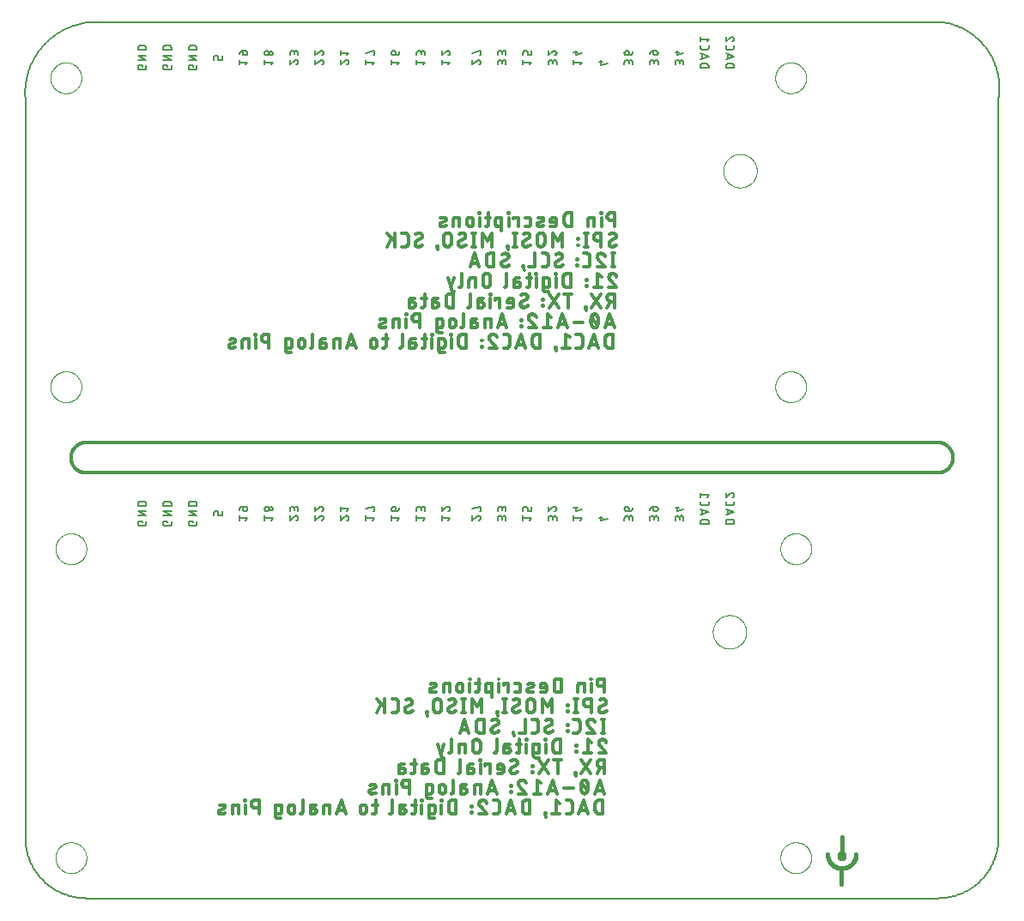
<source format=gbo>
G75*
%MOIN*%
%OFA0B0*%
%FSLAX25Y25*%
%IPPOS*%
%LPD*%
%AMOC8*
5,1,8,0,0,1.08239X$1,22.5*
%
%ADD10C,0.00600*%
%ADD11C,0.01200*%
%ADD12C,0.00000*%
%ADD13C,0.01300*%
%ADD14C,0.00800*%
%ADD15R,0.02165X0.00433*%
%ADD16R,0.00866X0.00433*%
%ADD17R,0.01732X0.00433*%
%ADD18R,0.03465X0.00433*%
%ADD19R,0.02598X0.00433*%
%ADD20R,0.05630X0.00433*%
%ADD21R,0.06929X0.00433*%
%ADD22R,0.08661X0.00433*%
%ADD23R,0.09961X0.00433*%
%ADD24R,0.11260X0.00433*%
%ADD25R,0.12559X0.00433*%
%ADD26R,0.13425X0.00433*%
%ADD27R,0.14291X0.00433*%
%ADD28R,0.15591X0.00433*%
%ADD29R,0.16024X0.00433*%
%ADD30R,0.17323X0.00433*%
%ADD31R,0.18189X0.00433*%
%ADD32R,0.18622X0.00433*%
%ADD33R,0.19921X0.00433*%
%ADD34R,0.00433X0.00433*%
%ADD35R,0.20787X0.00433*%
%ADD36R,0.21220X0.00433*%
%ADD37R,0.22087X0.00433*%
%ADD38R,0.22520X0.00433*%
%ADD39R,0.23386X0.00433*%
%ADD40R,0.01299X0.00433*%
%ADD41R,0.24252X0.00433*%
%ADD42R,0.24685X0.00433*%
%ADD43R,0.25551X0.00433*%
%ADD44R,0.26417X0.00433*%
%ADD45R,0.27283X0.00433*%
%ADD46R,0.28150X0.00433*%
%ADD47R,0.28583X0.00433*%
%ADD48R,0.29016X0.00433*%
%ADD49R,0.29449X0.00433*%
%ADD50R,0.30315X0.00433*%
%ADD51R,0.30748X0.00433*%
%ADD52R,0.31181X0.00433*%
%ADD53R,0.32047X0.00433*%
%ADD54R,0.32480X0.00433*%
%ADD55R,0.32913X0.00433*%
%ADD56R,0.33346X0.00433*%
%ADD57R,0.33780X0.00433*%
%ADD58R,0.34213X0.00433*%
%ADD59R,0.35079X0.00433*%
%ADD60R,0.05197X0.00433*%
%ADD61R,0.23819X0.00433*%
%ADD62R,0.04331X0.00433*%
%ADD63R,0.03898X0.00433*%
%ADD64R,0.03031X0.00433*%
%ADD65R,0.20354X0.00433*%
%ADD66R,0.15157X0.00433*%
%ADD67R,0.13858X0.00433*%
%ADD68R,0.12126X0.00433*%
%ADD69R,0.10827X0.00433*%
%ADD70R,0.09094X0.00433*%
%ADD71R,0.07362X0.00433*%
%ADD72R,0.06496X0.00433*%
%ADD73R,0.04764X0.00433*%
%ADD74R,0.06063X0.00433*%
%ADD75R,0.08228X0.00433*%
%ADD76R,0.09528X0.00433*%
%ADD77R,0.10394X0.00433*%
%ADD78R,0.11693X0.00433*%
%ADD79R,0.19488X0.00433*%
%ADD80R,0.16890X0.00433*%
%ADD81R,0.21654X0.00433*%
%ADD82R,0.50236X0.00433*%
%ADD83R,0.50669X0.00433*%
%ADD84R,0.49803X0.00433*%
%ADD85R,0.48937X0.00433*%
%ADD86R,0.48071X0.00433*%
%ADD87R,0.47638X0.00433*%
%ADD88R,0.47205X0.00433*%
%ADD89R,0.46339X0.00433*%
%ADD90R,0.45472X0.00433*%
%ADD91R,0.44606X0.00433*%
%ADD92R,0.43740X0.00433*%
%ADD93R,0.42874X0.00433*%
%ADD94R,0.42008X0.00433*%
%ADD95R,0.41142X0.00433*%
%ADD96R,0.40276X0.00433*%
%ADD97R,0.39409X0.00433*%
%ADD98R,0.38543X0.00433*%
%ADD99R,0.37677X0.00433*%
%ADD100R,0.35945X0.00433*%
%ADD101R,0.31614X0.00433*%
%ADD102R,0.29882X0.00433*%
%ADD103R,0.22953X0.00433*%
%ADD104R,0.17756X0.00433*%
%ADD105C,0.01600*%
D10*
X0025622Y0002000D02*
X0356331Y0002000D01*
X0356902Y0002007D01*
X0357472Y0002028D01*
X0358042Y0002062D01*
X0358611Y0002110D01*
X0359178Y0002172D01*
X0359744Y0002248D01*
X0360308Y0002337D01*
X0360869Y0002440D01*
X0361428Y0002557D01*
X0361984Y0002686D01*
X0362537Y0002830D01*
X0363086Y0002986D01*
X0363631Y0003156D01*
X0364171Y0003339D01*
X0364707Y0003535D01*
X0365239Y0003744D01*
X0365765Y0003966D01*
X0366285Y0004200D01*
X0366800Y0004447D01*
X0367309Y0004706D01*
X0367811Y0004977D01*
X0368306Y0005261D01*
X0368795Y0005556D01*
X0369276Y0005863D01*
X0369750Y0006181D01*
X0370216Y0006511D01*
X0370673Y0006852D01*
X0371123Y0007205D01*
X0371563Y0007567D01*
X0371995Y0007941D01*
X0372418Y0008324D01*
X0372831Y0008718D01*
X0373235Y0009122D01*
X0373629Y0009535D01*
X0374012Y0009958D01*
X0374386Y0010390D01*
X0374748Y0010830D01*
X0375101Y0011280D01*
X0375442Y0011737D01*
X0375772Y0012203D01*
X0376090Y0012677D01*
X0376397Y0013158D01*
X0376692Y0013647D01*
X0376976Y0014142D01*
X0377247Y0014644D01*
X0377506Y0015153D01*
X0377753Y0015668D01*
X0377987Y0016188D01*
X0378209Y0016714D01*
X0378418Y0017246D01*
X0378614Y0017782D01*
X0378797Y0018322D01*
X0378967Y0018867D01*
X0379123Y0019416D01*
X0379267Y0019969D01*
X0379396Y0020525D01*
X0379513Y0021084D01*
X0379616Y0021645D01*
X0379705Y0022209D01*
X0379781Y0022775D01*
X0379843Y0023342D01*
X0379891Y0023911D01*
X0379925Y0024481D01*
X0379946Y0025051D01*
X0379953Y0025622D01*
X0379953Y0313024D01*
X0380041Y0313643D01*
X0380113Y0314265D01*
X0380171Y0314888D01*
X0380213Y0315512D01*
X0380241Y0316137D01*
X0380253Y0316763D01*
X0380250Y0317389D01*
X0380233Y0318014D01*
X0380200Y0318639D01*
X0380151Y0319263D01*
X0380088Y0319885D01*
X0380010Y0320506D01*
X0379917Y0321125D01*
X0379809Y0321741D01*
X0379686Y0322354D01*
X0379548Y0322965D01*
X0379396Y0323572D01*
X0379229Y0324175D01*
X0379047Y0324773D01*
X0378851Y0325368D01*
X0378641Y0325957D01*
X0378417Y0326541D01*
X0378178Y0327119D01*
X0377926Y0327692D01*
X0377659Y0328258D01*
X0377380Y0328818D01*
X0377086Y0329371D01*
X0376780Y0329916D01*
X0376460Y0330454D01*
X0376128Y0330984D01*
X0375783Y0331506D01*
X0375425Y0332019D01*
X0375055Y0332524D01*
X0374673Y0333019D01*
X0374279Y0333505D01*
X0373873Y0333982D01*
X0373456Y0334448D01*
X0373028Y0334905D01*
X0372589Y0335350D01*
X0372139Y0335785D01*
X0371679Y0336209D01*
X0371209Y0336622D01*
X0370729Y0337024D01*
X0370240Y0337413D01*
X0369741Y0337791D01*
X0369233Y0338157D01*
X0368716Y0338510D01*
X0368192Y0338850D01*
X0367659Y0339178D01*
X0367118Y0339493D01*
X0366570Y0339794D01*
X0366014Y0340083D01*
X0365452Y0340358D01*
X0364884Y0340619D01*
X0364309Y0340866D01*
X0363728Y0341099D01*
X0363142Y0341319D01*
X0362551Y0341524D01*
X0361955Y0341715D01*
X0361355Y0341891D01*
X0360751Y0342052D01*
X0360142Y0342200D01*
X0359531Y0342332D01*
X0358916Y0342449D01*
X0358299Y0342552D01*
X0358299Y0342551D02*
X0027591Y0342551D01*
X0026925Y0342495D01*
X0026261Y0342423D01*
X0025599Y0342336D01*
X0024940Y0342232D01*
X0024283Y0342113D01*
X0023629Y0341977D01*
X0022979Y0341826D01*
X0022332Y0341659D01*
X0021690Y0341477D01*
X0021052Y0341279D01*
X0020420Y0341066D01*
X0019792Y0340837D01*
X0019171Y0340594D01*
X0018555Y0340335D01*
X0017946Y0340062D01*
X0017344Y0339774D01*
X0016748Y0339472D01*
X0016161Y0339155D01*
X0015581Y0338824D01*
X0015009Y0338479D01*
X0014445Y0338121D01*
X0013891Y0337749D01*
X0013346Y0337364D01*
X0012810Y0336965D01*
X0012284Y0336554D01*
X0011768Y0336130D01*
X0011262Y0335694D01*
X0010767Y0335246D01*
X0010283Y0334786D01*
X0009811Y0334315D01*
X0009350Y0333832D01*
X0008900Y0333338D01*
X0008463Y0332833D01*
X0008038Y0332319D01*
X0007626Y0331793D01*
X0007226Y0331259D01*
X0006839Y0330714D01*
X0006466Y0330161D01*
X0006106Y0329598D01*
X0005760Y0329027D01*
X0005428Y0328448D01*
X0005110Y0327861D01*
X0004806Y0327266D01*
X0004517Y0326665D01*
X0004242Y0326056D01*
X0003982Y0325441D01*
X0003737Y0324820D01*
X0003507Y0324193D01*
X0003292Y0323561D01*
X0003093Y0322924D01*
X0002909Y0322282D01*
X0002741Y0321636D01*
X0002588Y0320986D01*
X0002451Y0320333D01*
X0002330Y0319676D01*
X0002225Y0319017D01*
X0002135Y0318355D01*
X0002062Y0317691D01*
X0002005Y0317026D01*
X0001964Y0316360D01*
X0001939Y0315693D01*
X0001930Y0315025D01*
X0001937Y0314357D01*
X0001961Y0313690D01*
X0002000Y0313024D01*
X0002000Y0025622D01*
X0002007Y0025051D01*
X0002028Y0024481D01*
X0002062Y0023911D01*
X0002110Y0023342D01*
X0002172Y0022775D01*
X0002248Y0022209D01*
X0002337Y0021645D01*
X0002440Y0021084D01*
X0002557Y0020525D01*
X0002686Y0019969D01*
X0002830Y0019416D01*
X0002986Y0018867D01*
X0003156Y0018322D01*
X0003339Y0017782D01*
X0003535Y0017246D01*
X0003744Y0016714D01*
X0003966Y0016188D01*
X0004200Y0015668D01*
X0004447Y0015153D01*
X0004706Y0014644D01*
X0004977Y0014142D01*
X0005261Y0013647D01*
X0005556Y0013158D01*
X0005863Y0012677D01*
X0006181Y0012203D01*
X0006511Y0011737D01*
X0006852Y0011280D01*
X0007205Y0010830D01*
X0007567Y0010390D01*
X0007941Y0009958D01*
X0008324Y0009535D01*
X0008718Y0009122D01*
X0009122Y0008718D01*
X0009535Y0008324D01*
X0009958Y0007941D01*
X0010390Y0007567D01*
X0010830Y0007205D01*
X0011280Y0006852D01*
X0011737Y0006511D01*
X0012203Y0006181D01*
X0012677Y0005863D01*
X0013158Y0005556D01*
X0013647Y0005261D01*
X0014142Y0004977D01*
X0014644Y0004706D01*
X0015153Y0004447D01*
X0015668Y0004200D01*
X0016188Y0003966D01*
X0016714Y0003744D01*
X0017246Y0003535D01*
X0017782Y0003339D01*
X0018322Y0003156D01*
X0018867Y0002986D01*
X0019416Y0002830D01*
X0019969Y0002686D01*
X0020525Y0002557D01*
X0021084Y0002440D01*
X0021645Y0002337D01*
X0022209Y0002248D01*
X0022775Y0002172D01*
X0023342Y0002110D01*
X0023911Y0002062D01*
X0024481Y0002028D01*
X0025051Y0002007D01*
X0025622Y0002000D01*
D11*
X0025622Y0167354D02*
X0356331Y0167354D01*
X0362237Y0173260D02*
X0362235Y0173412D01*
X0362229Y0173564D01*
X0362219Y0173716D01*
X0362206Y0173867D01*
X0362188Y0174018D01*
X0362167Y0174169D01*
X0362141Y0174319D01*
X0362112Y0174468D01*
X0362079Y0174617D01*
X0362042Y0174764D01*
X0362002Y0174911D01*
X0361957Y0175056D01*
X0361909Y0175200D01*
X0361857Y0175343D01*
X0361802Y0175485D01*
X0361743Y0175625D01*
X0361680Y0175764D01*
X0361614Y0175901D01*
X0361544Y0176036D01*
X0361471Y0176169D01*
X0361394Y0176300D01*
X0361314Y0176430D01*
X0361231Y0176557D01*
X0361145Y0176682D01*
X0361055Y0176805D01*
X0360962Y0176925D01*
X0360866Y0177043D01*
X0360767Y0177159D01*
X0360665Y0177272D01*
X0360561Y0177382D01*
X0360453Y0177490D01*
X0360343Y0177594D01*
X0360230Y0177696D01*
X0360114Y0177795D01*
X0359996Y0177891D01*
X0359876Y0177984D01*
X0359753Y0178074D01*
X0359628Y0178160D01*
X0359501Y0178243D01*
X0359371Y0178323D01*
X0359240Y0178400D01*
X0359107Y0178473D01*
X0358972Y0178543D01*
X0358835Y0178609D01*
X0358696Y0178672D01*
X0358556Y0178731D01*
X0358414Y0178786D01*
X0358271Y0178838D01*
X0358127Y0178886D01*
X0357982Y0178931D01*
X0357835Y0178971D01*
X0357688Y0179008D01*
X0357539Y0179041D01*
X0357390Y0179070D01*
X0357240Y0179096D01*
X0357089Y0179117D01*
X0356938Y0179135D01*
X0356787Y0179148D01*
X0356635Y0179158D01*
X0356483Y0179164D01*
X0356331Y0179166D01*
X0356331Y0179165D02*
X0025622Y0179165D01*
X0025622Y0179166D02*
X0025470Y0179164D01*
X0025318Y0179158D01*
X0025166Y0179148D01*
X0025015Y0179135D01*
X0024864Y0179117D01*
X0024713Y0179096D01*
X0024563Y0179070D01*
X0024414Y0179041D01*
X0024265Y0179008D01*
X0024118Y0178971D01*
X0023971Y0178931D01*
X0023826Y0178886D01*
X0023682Y0178838D01*
X0023539Y0178786D01*
X0023397Y0178731D01*
X0023257Y0178672D01*
X0023118Y0178609D01*
X0022981Y0178543D01*
X0022846Y0178473D01*
X0022713Y0178400D01*
X0022582Y0178323D01*
X0022452Y0178243D01*
X0022325Y0178160D01*
X0022200Y0178074D01*
X0022077Y0177984D01*
X0021957Y0177891D01*
X0021839Y0177795D01*
X0021723Y0177696D01*
X0021610Y0177594D01*
X0021500Y0177490D01*
X0021392Y0177382D01*
X0021288Y0177272D01*
X0021186Y0177159D01*
X0021087Y0177043D01*
X0020991Y0176925D01*
X0020898Y0176805D01*
X0020808Y0176682D01*
X0020722Y0176557D01*
X0020639Y0176430D01*
X0020559Y0176300D01*
X0020482Y0176169D01*
X0020409Y0176036D01*
X0020339Y0175901D01*
X0020273Y0175764D01*
X0020210Y0175625D01*
X0020151Y0175485D01*
X0020096Y0175343D01*
X0020044Y0175200D01*
X0019996Y0175056D01*
X0019951Y0174911D01*
X0019911Y0174764D01*
X0019874Y0174617D01*
X0019841Y0174468D01*
X0019812Y0174319D01*
X0019786Y0174169D01*
X0019765Y0174018D01*
X0019747Y0173867D01*
X0019734Y0173716D01*
X0019724Y0173564D01*
X0019718Y0173412D01*
X0019716Y0173260D01*
X0019718Y0173108D01*
X0019724Y0172956D01*
X0019734Y0172804D01*
X0019747Y0172653D01*
X0019765Y0172502D01*
X0019786Y0172351D01*
X0019812Y0172201D01*
X0019841Y0172052D01*
X0019874Y0171903D01*
X0019911Y0171756D01*
X0019951Y0171609D01*
X0019996Y0171464D01*
X0020044Y0171320D01*
X0020096Y0171177D01*
X0020151Y0171035D01*
X0020210Y0170895D01*
X0020273Y0170756D01*
X0020339Y0170619D01*
X0020409Y0170484D01*
X0020482Y0170351D01*
X0020559Y0170220D01*
X0020639Y0170090D01*
X0020722Y0169963D01*
X0020808Y0169838D01*
X0020898Y0169715D01*
X0020991Y0169595D01*
X0021087Y0169477D01*
X0021186Y0169361D01*
X0021288Y0169248D01*
X0021392Y0169138D01*
X0021500Y0169030D01*
X0021610Y0168926D01*
X0021723Y0168824D01*
X0021839Y0168725D01*
X0021957Y0168629D01*
X0022077Y0168536D01*
X0022200Y0168446D01*
X0022325Y0168360D01*
X0022452Y0168277D01*
X0022582Y0168197D01*
X0022713Y0168120D01*
X0022846Y0168047D01*
X0022981Y0167977D01*
X0023118Y0167911D01*
X0023257Y0167848D01*
X0023397Y0167789D01*
X0023539Y0167734D01*
X0023682Y0167682D01*
X0023826Y0167634D01*
X0023971Y0167589D01*
X0024118Y0167549D01*
X0024265Y0167512D01*
X0024414Y0167479D01*
X0024563Y0167450D01*
X0024713Y0167424D01*
X0024864Y0167403D01*
X0025015Y0167385D01*
X0025166Y0167372D01*
X0025318Y0167362D01*
X0025470Y0167356D01*
X0025622Y0167354D01*
X0356331Y0167354D02*
X0356483Y0167356D01*
X0356635Y0167362D01*
X0356787Y0167372D01*
X0356938Y0167385D01*
X0357089Y0167403D01*
X0357240Y0167424D01*
X0357390Y0167450D01*
X0357539Y0167479D01*
X0357688Y0167512D01*
X0357835Y0167549D01*
X0357982Y0167589D01*
X0358127Y0167634D01*
X0358271Y0167682D01*
X0358414Y0167734D01*
X0358556Y0167789D01*
X0358696Y0167848D01*
X0358835Y0167911D01*
X0358972Y0167977D01*
X0359107Y0168047D01*
X0359240Y0168120D01*
X0359371Y0168197D01*
X0359501Y0168277D01*
X0359628Y0168360D01*
X0359753Y0168446D01*
X0359876Y0168536D01*
X0359996Y0168629D01*
X0360114Y0168725D01*
X0360230Y0168824D01*
X0360343Y0168926D01*
X0360453Y0169030D01*
X0360561Y0169138D01*
X0360665Y0169248D01*
X0360767Y0169361D01*
X0360866Y0169477D01*
X0360962Y0169595D01*
X0361055Y0169715D01*
X0361145Y0169838D01*
X0361231Y0169963D01*
X0361314Y0170090D01*
X0361394Y0170220D01*
X0361471Y0170351D01*
X0361544Y0170484D01*
X0361614Y0170619D01*
X0361680Y0170756D01*
X0361743Y0170895D01*
X0361802Y0171035D01*
X0361857Y0171177D01*
X0361909Y0171320D01*
X0361957Y0171464D01*
X0362002Y0171609D01*
X0362042Y0171756D01*
X0362079Y0171903D01*
X0362112Y0172052D01*
X0362141Y0172201D01*
X0362167Y0172351D01*
X0362188Y0172502D01*
X0362206Y0172653D01*
X0362219Y0172804D01*
X0362229Y0172956D01*
X0362235Y0173108D01*
X0362237Y0173260D01*
D12*
X0013713Y0017748D02*
X0013715Y0017903D01*
X0013721Y0018057D01*
X0013731Y0018211D01*
X0013745Y0018365D01*
X0013763Y0018519D01*
X0013785Y0018672D01*
X0013810Y0018824D01*
X0013840Y0018976D01*
X0013874Y0019127D01*
X0013911Y0019277D01*
X0013952Y0019426D01*
X0013997Y0019574D01*
X0014046Y0019721D01*
X0014099Y0019866D01*
X0014155Y0020010D01*
X0014215Y0020152D01*
X0014279Y0020293D01*
X0014346Y0020432D01*
X0014417Y0020570D01*
X0014492Y0020705D01*
X0014570Y0020839D01*
X0014651Y0020970D01*
X0014736Y0021100D01*
X0014824Y0021227D01*
X0014915Y0021352D01*
X0015009Y0021474D01*
X0015107Y0021594D01*
X0015207Y0021712D01*
X0015311Y0021826D01*
X0015417Y0021938D01*
X0015527Y0022048D01*
X0015639Y0022154D01*
X0015753Y0022258D01*
X0015871Y0022358D01*
X0015991Y0022456D01*
X0016113Y0022550D01*
X0016238Y0022641D01*
X0016365Y0022729D01*
X0016495Y0022814D01*
X0016626Y0022895D01*
X0016760Y0022973D01*
X0016895Y0023048D01*
X0017033Y0023119D01*
X0017172Y0023186D01*
X0017313Y0023250D01*
X0017455Y0023310D01*
X0017599Y0023366D01*
X0017744Y0023419D01*
X0017891Y0023468D01*
X0018039Y0023513D01*
X0018188Y0023554D01*
X0018338Y0023591D01*
X0018489Y0023625D01*
X0018641Y0023655D01*
X0018793Y0023680D01*
X0018946Y0023702D01*
X0019100Y0023720D01*
X0019254Y0023734D01*
X0019408Y0023744D01*
X0019562Y0023750D01*
X0019717Y0023752D01*
X0019872Y0023750D01*
X0020026Y0023744D01*
X0020180Y0023734D01*
X0020334Y0023720D01*
X0020488Y0023702D01*
X0020641Y0023680D01*
X0020793Y0023655D01*
X0020945Y0023625D01*
X0021096Y0023591D01*
X0021246Y0023554D01*
X0021395Y0023513D01*
X0021543Y0023468D01*
X0021690Y0023419D01*
X0021835Y0023366D01*
X0021979Y0023310D01*
X0022121Y0023250D01*
X0022262Y0023186D01*
X0022401Y0023119D01*
X0022539Y0023048D01*
X0022674Y0022973D01*
X0022808Y0022895D01*
X0022939Y0022814D01*
X0023069Y0022729D01*
X0023196Y0022641D01*
X0023321Y0022550D01*
X0023443Y0022456D01*
X0023563Y0022358D01*
X0023681Y0022258D01*
X0023795Y0022154D01*
X0023907Y0022048D01*
X0024017Y0021938D01*
X0024123Y0021826D01*
X0024227Y0021712D01*
X0024327Y0021594D01*
X0024425Y0021474D01*
X0024519Y0021352D01*
X0024610Y0021227D01*
X0024698Y0021100D01*
X0024783Y0020970D01*
X0024864Y0020839D01*
X0024942Y0020705D01*
X0025017Y0020570D01*
X0025088Y0020432D01*
X0025155Y0020293D01*
X0025219Y0020152D01*
X0025279Y0020010D01*
X0025335Y0019866D01*
X0025388Y0019721D01*
X0025437Y0019574D01*
X0025482Y0019426D01*
X0025523Y0019277D01*
X0025560Y0019127D01*
X0025594Y0018976D01*
X0025624Y0018824D01*
X0025649Y0018672D01*
X0025671Y0018519D01*
X0025689Y0018365D01*
X0025703Y0018211D01*
X0025713Y0018057D01*
X0025719Y0017903D01*
X0025721Y0017748D01*
X0025719Y0017593D01*
X0025713Y0017439D01*
X0025703Y0017285D01*
X0025689Y0017131D01*
X0025671Y0016977D01*
X0025649Y0016824D01*
X0025624Y0016672D01*
X0025594Y0016520D01*
X0025560Y0016369D01*
X0025523Y0016219D01*
X0025482Y0016070D01*
X0025437Y0015922D01*
X0025388Y0015775D01*
X0025335Y0015630D01*
X0025279Y0015486D01*
X0025219Y0015344D01*
X0025155Y0015203D01*
X0025088Y0015064D01*
X0025017Y0014926D01*
X0024942Y0014791D01*
X0024864Y0014657D01*
X0024783Y0014526D01*
X0024698Y0014396D01*
X0024610Y0014269D01*
X0024519Y0014144D01*
X0024425Y0014022D01*
X0024327Y0013902D01*
X0024227Y0013784D01*
X0024123Y0013670D01*
X0024017Y0013558D01*
X0023907Y0013448D01*
X0023795Y0013342D01*
X0023681Y0013238D01*
X0023563Y0013138D01*
X0023443Y0013040D01*
X0023321Y0012946D01*
X0023196Y0012855D01*
X0023069Y0012767D01*
X0022939Y0012682D01*
X0022808Y0012601D01*
X0022674Y0012523D01*
X0022539Y0012448D01*
X0022401Y0012377D01*
X0022262Y0012310D01*
X0022121Y0012246D01*
X0021979Y0012186D01*
X0021835Y0012130D01*
X0021690Y0012077D01*
X0021543Y0012028D01*
X0021395Y0011983D01*
X0021246Y0011942D01*
X0021096Y0011905D01*
X0020945Y0011871D01*
X0020793Y0011841D01*
X0020641Y0011816D01*
X0020488Y0011794D01*
X0020334Y0011776D01*
X0020180Y0011762D01*
X0020026Y0011752D01*
X0019872Y0011746D01*
X0019717Y0011744D01*
X0019562Y0011746D01*
X0019408Y0011752D01*
X0019254Y0011762D01*
X0019100Y0011776D01*
X0018946Y0011794D01*
X0018793Y0011816D01*
X0018641Y0011841D01*
X0018489Y0011871D01*
X0018338Y0011905D01*
X0018188Y0011942D01*
X0018039Y0011983D01*
X0017891Y0012028D01*
X0017744Y0012077D01*
X0017599Y0012130D01*
X0017455Y0012186D01*
X0017313Y0012246D01*
X0017172Y0012310D01*
X0017033Y0012377D01*
X0016895Y0012448D01*
X0016760Y0012523D01*
X0016626Y0012601D01*
X0016495Y0012682D01*
X0016365Y0012767D01*
X0016238Y0012855D01*
X0016113Y0012946D01*
X0015991Y0013040D01*
X0015871Y0013138D01*
X0015753Y0013238D01*
X0015639Y0013342D01*
X0015527Y0013448D01*
X0015417Y0013558D01*
X0015311Y0013670D01*
X0015207Y0013784D01*
X0015107Y0013902D01*
X0015009Y0014022D01*
X0014915Y0014144D01*
X0014824Y0014269D01*
X0014736Y0014396D01*
X0014651Y0014526D01*
X0014570Y0014657D01*
X0014492Y0014791D01*
X0014417Y0014926D01*
X0014346Y0015064D01*
X0014279Y0015203D01*
X0014215Y0015344D01*
X0014155Y0015486D01*
X0014099Y0015630D01*
X0014046Y0015775D01*
X0013997Y0015922D01*
X0013952Y0016070D01*
X0013911Y0016219D01*
X0013874Y0016369D01*
X0013840Y0016520D01*
X0013810Y0016672D01*
X0013785Y0016824D01*
X0013763Y0016977D01*
X0013745Y0017131D01*
X0013731Y0017285D01*
X0013721Y0017439D01*
X0013715Y0017593D01*
X0013713Y0017748D01*
X0013713Y0137827D02*
X0013715Y0137982D01*
X0013721Y0138136D01*
X0013731Y0138290D01*
X0013745Y0138444D01*
X0013763Y0138598D01*
X0013785Y0138751D01*
X0013810Y0138903D01*
X0013840Y0139055D01*
X0013874Y0139206D01*
X0013911Y0139356D01*
X0013952Y0139505D01*
X0013997Y0139653D01*
X0014046Y0139800D01*
X0014099Y0139945D01*
X0014155Y0140089D01*
X0014215Y0140231D01*
X0014279Y0140372D01*
X0014346Y0140511D01*
X0014417Y0140649D01*
X0014492Y0140784D01*
X0014570Y0140918D01*
X0014651Y0141049D01*
X0014736Y0141179D01*
X0014824Y0141306D01*
X0014915Y0141431D01*
X0015009Y0141553D01*
X0015107Y0141673D01*
X0015207Y0141791D01*
X0015311Y0141905D01*
X0015417Y0142017D01*
X0015527Y0142127D01*
X0015639Y0142233D01*
X0015753Y0142337D01*
X0015871Y0142437D01*
X0015991Y0142535D01*
X0016113Y0142629D01*
X0016238Y0142720D01*
X0016365Y0142808D01*
X0016495Y0142893D01*
X0016626Y0142974D01*
X0016760Y0143052D01*
X0016895Y0143127D01*
X0017033Y0143198D01*
X0017172Y0143265D01*
X0017313Y0143329D01*
X0017455Y0143389D01*
X0017599Y0143445D01*
X0017744Y0143498D01*
X0017891Y0143547D01*
X0018039Y0143592D01*
X0018188Y0143633D01*
X0018338Y0143670D01*
X0018489Y0143704D01*
X0018641Y0143734D01*
X0018793Y0143759D01*
X0018946Y0143781D01*
X0019100Y0143799D01*
X0019254Y0143813D01*
X0019408Y0143823D01*
X0019562Y0143829D01*
X0019717Y0143831D01*
X0019872Y0143829D01*
X0020026Y0143823D01*
X0020180Y0143813D01*
X0020334Y0143799D01*
X0020488Y0143781D01*
X0020641Y0143759D01*
X0020793Y0143734D01*
X0020945Y0143704D01*
X0021096Y0143670D01*
X0021246Y0143633D01*
X0021395Y0143592D01*
X0021543Y0143547D01*
X0021690Y0143498D01*
X0021835Y0143445D01*
X0021979Y0143389D01*
X0022121Y0143329D01*
X0022262Y0143265D01*
X0022401Y0143198D01*
X0022539Y0143127D01*
X0022674Y0143052D01*
X0022808Y0142974D01*
X0022939Y0142893D01*
X0023069Y0142808D01*
X0023196Y0142720D01*
X0023321Y0142629D01*
X0023443Y0142535D01*
X0023563Y0142437D01*
X0023681Y0142337D01*
X0023795Y0142233D01*
X0023907Y0142127D01*
X0024017Y0142017D01*
X0024123Y0141905D01*
X0024227Y0141791D01*
X0024327Y0141673D01*
X0024425Y0141553D01*
X0024519Y0141431D01*
X0024610Y0141306D01*
X0024698Y0141179D01*
X0024783Y0141049D01*
X0024864Y0140918D01*
X0024942Y0140784D01*
X0025017Y0140649D01*
X0025088Y0140511D01*
X0025155Y0140372D01*
X0025219Y0140231D01*
X0025279Y0140089D01*
X0025335Y0139945D01*
X0025388Y0139800D01*
X0025437Y0139653D01*
X0025482Y0139505D01*
X0025523Y0139356D01*
X0025560Y0139206D01*
X0025594Y0139055D01*
X0025624Y0138903D01*
X0025649Y0138751D01*
X0025671Y0138598D01*
X0025689Y0138444D01*
X0025703Y0138290D01*
X0025713Y0138136D01*
X0025719Y0137982D01*
X0025721Y0137827D01*
X0025719Y0137672D01*
X0025713Y0137518D01*
X0025703Y0137364D01*
X0025689Y0137210D01*
X0025671Y0137056D01*
X0025649Y0136903D01*
X0025624Y0136751D01*
X0025594Y0136599D01*
X0025560Y0136448D01*
X0025523Y0136298D01*
X0025482Y0136149D01*
X0025437Y0136001D01*
X0025388Y0135854D01*
X0025335Y0135709D01*
X0025279Y0135565D01*
X0025219Y0135423D01*
X0025155Y0135282D01*
X0025088Y0135143D01*
X0025017Y0135005D01*
X0024942Y0134870D01*
X0024864Y0134736D01*
X0024783Y0134605D01*
X0024698Y0134475D01*
X0024610Y0134348D01*
X0024519Y0134223D01*
X0024425Y0134101D01*
X0024327Y0133981D01*
X0024227Y0133863D01*
X0024123Y0133749D01*
X0024017Y0133637D01*
X0023907Y0133527D01*
X0023795Y0133421D01*
X0023681Y0133317D01*
X0023563Y0133217D01*
X0023443Y0133119D01*
X0023321Y0133025D01*
X0023196Y0132934D01*
X0023069Y0132846D01*
X0022939Y0132761D01*
X0022808Y0132680D01*
X0022674Y0132602D01*
X0022539Y0132527D01*
X0022401Y0132456D01*
X0022262Y0132389D01*
X0022121Y0132325D01*
X0021979Y0132265D01*
X0021835Y0132209D01*
X0021690Y0132156D01*
X0021543Y0132107D01*
X0021395Y0132062D01*
X0021246Y0132021D01*
X0021096Y0131984D01*
X0020945Y0131950D01*
X0020793Y0131920D01*
X0020641Y0131895D01*
X0020488Y0131873D01*
X0020334Y0131855D01*
X0020180Y0131841D01*
X0020026Y0131831D01*
X0019872Y0131825D01*
X0019717Y0131823D01*
X0019562Y0131825D01*
X0019408Y0131831D01*
X0019254Y0131841D01*
X0019100Y0131855D01*
X0018946Y0131873D01*
X0018793Y0131895D01*
X0018641Y0131920D01*
X0018489Y0131950D01*
X0018338Y0131984D01*
X0018188Y0132021D01*
X0018039Y0132062D01*
X0017891Y0132107D01*
X0017744Y0132156D01*
X0017599Y0132209D01*
X0017455Y0132265D01*
X0017313Y0132325D01*
X0017172Y0132389D01*
X0017033Y0132456D01*
X0016895Y0132527D01*
X0016760Y0132602D01*
X0016626Y0132680D01*
X0016495Y0132761D01*
X0016365Y0132846D01*
X0016238Y0132934D01*
X0016113Y0133025D01*
X0015991Y0133119D01*
X0015871Y0133217D01*
X0015753Y0133317D01*
X0015639Y0133421D01*
X0015527Y0133527D01*
X0015417Y0133637D01*
X0015311Y0133749D01*
X0015207Y0133863D01*
X0015107Y0133981D01*
X0015009Y0134101D01*
X0014915Y0134223D01*
X0014824Y0134348D01*
X0014736Y0134475D01*
X0014651Y0134605D01*
X0014570Y0134736D01*
X0014492Y0134870D01*
X0014417Y0135005D01*
X0014346Y0135143D01*
X0014279Y0135282D01*
X0014215Y0135423D01*
X0014155Y0135565D01*
X0014099Y0135709D01*
X0014046Y0135854D01*
X0013997Y0136001D01*
X0013952Y0136149D01*
X0013911Y0136298D01*
X0013874Y0136448D01*
X0013840Y0136599D01*
X0013810Y0136751D01*
X0013785Y0136903D01*
X0013763Y0137056D01*
X0013745Y0137210D01*
X0013731Y0137364D01*
X0013721Y0137518D01*
X0013715Y0137672D01*
X0013713Y0137827D01*
X0011744Y0200819D02*
X0011746Y0200974D01*
X0011752Y0201128D01*
X0011762Y0201282D01*
X0011776Y0201436D01*
X0011794Y0201590D01*
X0011816Y0201743D01*
X0011841Y0201895D01*
X0011871Y0202047D01*
X0011905Y0202198D01*
X0011942Y0202348D01*
X0011983Y0202497D01*
X0012028Y0202645D01*
X0012077Y0202792D01*
X0012130Y0202937D01*
X0012186Y0203081D01*
X0012246Y0203223D01*
X0012310Y0203364D01*
X0012377Y0203503D01*
X0012448Y0203641D01*
X0012523Y0203776D01*
X0012601Y0203910D01*
X0012682Y0204041D01*
X0012767Y0204171D01*
X0012855Y0204298D01*
X0012946Y0204423D01*
X0013040Y0204545D01*
X0013138Y0204665D01*
X0013238Y0204783D01*
X0013342Y0204897D01*
X0013448Y0205009D01*
X0013558Y0205119D01*
X0013670Y0205225D01*
X0013784Y0205329D01*
X0013902Y0205429D01*
X0014022Y0205527D01*
X0014144Y0205621D01*
X0014269Y0205712D01*
X0014396Y0205800D01*
X0014526Y0205885D01*
X0014657Y0205966D01*
X0014791Y0206044D01*
X0014926Y0206119D01*
X0015064Y0206190D01*
X0015203Y0206257D01*
X0015344Y0206321D01*
X0015486Y0206381D01*
X0015630Y0206437D01*
X0015775Y0206490D01*
X0015922Y0206539D01*
X0016070Y0206584D01*
X0016219Y0206625D01*
X0016369Y0206662D01*
X0016520Y0206696D01*
X0016672Y0206726D01*
X0016824Y0206751D01*
X0016977Y0206773D01*
X0017131Y0206791D01*
X0017285Y0206805D01*
X0017439Y0206815D01*
X0017593Y0206821D01*
X0017748Y0206823D01*
X0017903Y0206821D01*
X0018057Y0206815D01*
X0018211Y0206805D01*
X0018365Y0206791D01*
X0018519Y0206773D01*
X0018672Y0206751D01*
X0018824Y0206726D01*
X0018976Y0206696D01*
X0019127Y0206662D01*
X0019277Y0206625D01*
X0019426Y0206584D01*
X0019574Y0206539D01*
X0019721Y0206490D01*
X0019866Y0206437D01*
X0020010Y0206381D01*
X0020152Y0206321D01*
X0020293Y0206257D01*
X0020432Y0206190D01*
X0020570Y0206119D01*
X0020705Y0206044D01*
X0020839Y0205966D01*
X0020970Y0205885D01*
X0021100Y0205800D01*
X0021227Y0205712D01*
X0021352Y0205621D01*
X0021474Y0205527D01*
X0021594Y0205429D01*
X0021712Y0205329D01*
X0021826Y0205225D01*
X0021938Y0205119D01*
X0022048Y0205009D01*
X0022154Y0204897D01*
X0022258Y0204783D01*
X0022358Y0204665D01*
X0022456Y0204545D01*
X0022550Y0204423D01*
X0022641Y0204298D01*
X0022729Y0204171D01*
X0022814Y0204041D01*
X0022895Y0203910D01*
X0022973Y0203776D01*
X0023048Y0203641D01*
X0023119Y0203503D01*
X0023186Y0203364D01*
X0023250Y0203223D01*
X0023310Y0203081D01*
X0023366Y0202937D01*
X0023419Y0202792D01*
X0023468Y0202645D01*
X0023513Y0202497D01*
X0023554Y0202348D01*
X0023591Y0202198D01*
X0023625Y0202047D01*
X0023655Y0201895D01*
X0023680Y0201743D01*
X0023702Y0201590D01*
X0023720Y0201436D01*
X0023734Y0201282D01*
X0023744Y0201128D01*
X0023750Y0200974D01*
X0023752Y0200819D01*
X0023750Y0200664D01*
X0023744Y0200510D01*
X0023734Y0200356D01*
X0023720Y0200202D01*
X0023702Y0200048D01*
X0023680Y0199895D01*
X0023655Y0199743D01*
X0023625Y0199591D01*
X0023591Y0199440D01*
X0023554Y0199290D01*
X0023513Y0199141D01*
X0023468Y0198993D01*
X0023419Y0198846D01*
X0023366Y0198701D01*
X0023310Y0198557D01*
X0023250Y0198415D01*
X0023186Y0198274D01*
X0023119Y0198135D01*
X0023048Y0197997D01*
X0022973Y0197862D01*
X0022895Y0197728D01*
X0022814Y0197597D01*
X0022729Y0197467D01*
X0022641Y0197340D01*
X0022550Y0197215D01*
X0022456Y0197093D01*
X0022358Y0196973D01*
X0022258Y0196855D01*
X0022154Y0196741D01*
X0022048Y0196629D01*
X0021938Y0196519D01*
X0021826Y0196413D01*
X0021712Y0196309D01*
X0021594Y0196209D01*
X0021474Y0196111D01*
X0021352Y0196017D01*
X0021227Y0195926D01*
X0021100Y0195838D01*
X0020970Y0195753D01*
X0020839Y0195672D01*
X0020705Y0195594D01*
X0020570Y0195519D01*
X0020432Y0195448D01*
X0020293Y0195381D01*
X0020152Y0195317D01*
X0020010Y0195257D01*
X0019866Y0195201D01*
X0019721Y0195148D01*
X0019574Y0195099D01*
X0019426Y0195054D01*
X0019277Y0195013D01*
X0019127Y0194976D01*
X0018976Y0194942D01*
X0018824Y0194912D01*
X0018672Y0194887D01*
X0018519Y0194865D01*
X0018365Y0194847D01*
X0018211Y0194833D01*
X0018057Y0194823D01*
X0017903Y0194817D01*
X0017748Y0194815D01*
X0017593Y0194817D01*
X0017439Y0194823D01*
X0017285Y0194833D01*
X0017131Y0194847D01*
X0016977Y0194865D01*
X0016824Y0194887D01*
X0016672Y0194912D01*
X0016520Y0194942D01*
X0016369Y0194976D01*
X0016219Y0195013D01*
X0016070Y0195054D01*
X0015922Y0195099D01*
X0015775Y0195148D01*
X0015630Y0195201D01*
X0015486Y0195257D01*
X0015344Y0195317D01*
X0015203Y0195381D01*
X0015064Y0195448D01*
X0014926Y0195519D01*
X0014791Y0195594D01*
X0014657Y0195672D01*
X0014526Y0195753D01*
X0014396Y0195838D01*
X0014269Y0195926D01*
X0014144Y0196017D01*
X0014022Y0196111D01*
X0013902Y0196209D01*
X0013784Y0196309D01*
X0013670Y0196413D01*
X0013558Y0196519D01*
X0013448Y0196629D01*
X0013342Y0196741D01*
X0013238Y0196855D01*
X0013138Y0196973D01*
X0013040Y0197093D01*
X0012946Y0197215D01*
X0012855Y0197340D01*
X0012767Y0197467D01*
X0012682Y0197597D01*
X0012601Y0197728D01*
X0012523Y0197862D01*
X0012448Y0197997D01*
X0012377Y0198135D01*
X0012310Y0198274D01*
X0012246Y0198415D01*
X0012186Y0198557D01*
X0012130Y0198701D01*
X0012077Y0198846D01*
X0012028Y0198993D01*
X0011983Y0199141D01*
X0011942Y0199290D01*
X0011905Y0199440D01*
X0011871Y0199591D01*
X0011841Y0199743D01*
X0011816Y0199895D01*
X0011794Y0200048D01*
X0011776Y0200202D01*
X0011762Y0200356D01*
X0011752Y0200510D01*
X0011746Y0200664D01*
X0011744Y0200819D01*
X0011744Y0320898D02*
X0011746Y0321053D01*
X0011752Y0321207D01*
X0011762Y0321361D01*
X0011776Y0321515D01*
X0011794Y0321669D01*
X0011816Y0321822D01*
X0011841Y0321974D01*
X0011871Y0322126D01*
X0011905Y0322277D01*
X0011942Y0322427D01*
X0011983Y0322576D01*
X0012028Y0322724D01*
X0012077Y0322871D01*
X0012130Y0323016D01*
X0012186Y0323160D01*
X0012246Y0323302D01*
X0012310Y0323443D01*
X0012377Y0323582D01*
X0012448Y0323720D01*
X0012523Y0323855D01*
X0012601Y0323989D01*
X0012682Y0324120D01*
X0012767Y0324250D01*
X0012855Y0324377D01*
X0012946Y0324502D01*
X0013040Y0324624D01*
X0013138Y0324744D01*
X0013238Y0324862D01*
X0013342Y0324976D01*
X0013448Y0325088D01*
X0013558Y0325198D01*
X0013670Y0325304D01*
X0013784Y0325408D01*
X0013902Y0325508D01*
X0014022Y0325606D01*
X0014144Y0325700D01*
X0014269Y0325791D01*
X0014396Y0325879D01*
X0014526Y0325964D01*
X0014657Y0326045D01*
X0014791Y0326123D01*
X0014926Y0326198D01*
X0015064Y0326269D01*
X0015203Y0326336D01*
X0015344Y0326400D01*
X0015486Y0326460D01*
X0015630Y0326516D01*
X0015775Y0326569D01*
X0015922Y0326618D01*
X0016070Y0326663D01*
X0016219Y0326704D01*
X0016369Y0326741D01*
X0016520Y0326775D01*
X0016672Y0326805D01*
X0016824Y0326830D01*
X0016977Y0326852D01*
X0017131Y0326870D01*
X0017285Y0326884D01*
X0017439Y0326894D01*
X0017593Y0326900D01*
X0017748Y0326902D01*
X0017903Y0326900D01*
X0018057Y0326894D01*
X0018211Y0326884D01*
X0018365Y0326870D01*
X0018519Y0326852D01*
X0018672Y0326830D01*
X0018824Y0326805D01*
X0018976Y0326775D01*
X0019127Y0326741D01*
X0019277Y0326704D01*
X0019426Y0326663D01*
X0019574Y0326618D01*
X0019721Y0326569D01*
X0019866Y0326516D01*
X0020010Y0326460D01*
X0020152Y0326400D01*
X0020293Y0326336D01*
X0020432Y0326269D01*
X0020570Y0326198D01*
X0020705Y0326123D01*
X0020839Y0326045D01*
X0020970Y0325964D01*
X0021100Y0325879D01*
X0021227Y0325791D01*
X0021352Y0325700D01*
X0021474Y0325606D01*
X0021594Y0325508D01*
X0021712Y0325408D01*
X0021826Y0325304D01*
X0021938Y0325198D01*
X0022048Y0325088D01*
X0022154Y0324976D01*
X0022258Y0324862D01*
X0022358Y0324744D01*
X0022456Y0324624D01*
X0022550Y0324502D01*
X0022641Y0324377D01*
X0022729Y0324250D01*
X0022814Y0324120D01*
X0022895Y0323989D01*
X0022973Y0323855D01*
X0023048Y0323720D01*
X0023119Y0323582D01*
X0023186Y0323443D01*
X0023250Y0323302D01*
X0023310Y0323160D01*
X0023366Y0323016D01*
X0023419Y0322871D01*
X0023468Y0322724D01*
X0023513Y0322576D01*
X0023554Y0322427D01*
X0023591Y0322277D01*
X0023625Y0322126D01*
X0023655Y0321974D01*
X0023680Y0321822D01*
X0023702Y0321669D01*
X0023720Y0321515D01*
X0023734Y0321361D01*
X0023744Y0321207D01*
X0023750Y0321053D01*
X0023752Y0320898D01*
X0023750Y0320743D01*
X0023744Y0320589D01*
X0023734Y0320435D01*
X0023720Y0320281D01*
X0023702Y0320127D01*
X0023680Y0319974D01*
X0023655Y0319822D01*
X0023625Y0319670D01*
X0023591Y0319519D01*
X0023554Y0319369D01*
X0023513Y0319220D01*
X0023468Y0319072D01*
X0023419Y0318925D01*
X0023366Y0318780D01*
X0023310Y0318636D01*
X0023250Y0318494D01*
X0023186Y0318353D01*
X0023119Y0318214D01*
X0023048Y0318076D01*
X0022973Y0317941D01*
X0022895Y0317807D01*
X0022814Y0317676D01*
X0022729Y0317546D01*
X0022641Y0317419D01*
X0022550Y0317294D01*
X0022456Y0317172D01*
X0022358Y0317052D01*
X0022258Y0316934D01*
X0022154Y0316820D01*
X0022048Y0316708D01*
X0021938Y0316598D01*
X0021826Y0316492D01*
X0021712Y0316388D01*
X0021594Y0316288D01*
X0021474Y0316190D01*
X0021352Y0316096D01*
X0021227Y0316005D01*
X0021100Y0315917D01*
X0020970Y0315832D01*
X0020839Y0315751D01*
X0020705Y0315673D01*
X0020570Y0315598D01*
X0020432Y0315527D01*
X0020293Y0315460D01*
X0020152Y0315396D01*
X0020010Y0315336D01*
X0019866Y0315280D01*
X0019721Y0315227D01*
X0019574Y0315178D01*
X0019426Y0315133D01*
X0019277Y0315092D01*
X0019127Y0315055D01*
X0018976Y0315021D01*
X0018824Y0314991D01*
X0018672Y0314966D01*
X0018519Y0314944D01*
X0018365Y0314926D01*
X0018211Y0314912D01*
X0018057Y0314902D01*
X0017903Y0314896D01*
X0017748Y0314894D01*
X0017593Y0314896D01*
X0017439Y0314902D01*
X0017285Y0314912D01*
X0017131Y0314926D01*
X0016977Y0314944D01*
X0016824Y0314966D01*
X0016672Y0314991D01*
X0016520Y0315021D01*
X0016369Y0315055D01*
X0016219Y0315092D01*
X0016070Y0315133D01*
X0015922Y0315178D01*
X0015775Y0315227D01*
X0015630Y0315280D01*
X0015486Y0315336D01*
X0015344Y0315396D01*
X0015203Y0315460D01*
X0015064Y0315527D01*
X0014926Y0315598D01*
X0014791Y0315673D01*
X0014657Y0315751D01*
X0014526Y0315832D01*
X0014396Y0315917D01*
X0014269Y0316005D01*
X0014144Y0316096D01*
X0014022Y0316190D01*
X0013902Y0316288D01*
X0013784Y0316388D01*
X0013670Y0316492D01*
X0013558Y0316598D01*
X0013448Y0316708D01*
X0013342Y0316820D01*
X0013238Y0316934D01*
X0013138Y0317052D01*
X0013040Y0317172D01*
X0012946Y0317294D01*
X0012855Y0317419D01*
X0012767Y0317546D01*
X0012682Y0317676D01*
X0012601Y0317807D01*
X0012523Y0317941D01*
X0012448Y0318076D01*
X0012377Y0318214D01*
X0012310Y0318353D01*
X0012246Y0318494D01*
X0012186Y0318636D01*
X0012130Y0318780D01*
X0012077Y0318925D01*
X0012028Y0319072D01*
X0011983Y0319220D01*
X0011942Y0319369D01*
X0011905Y0319519D01*
X0011871Y0319670D01*
X0011841Y0319822D01*
X0011816Y0319974D01*
X0011794Y0320127D01*
X0011776Y0320281D01*
X0011762Y0320435D01*
X0011752Y0320589D01*
X0011746Y0320743D01*
X0011744Y0320898D01*
X0268965Y0105528D02*
X0268967Y0105689D01*
X0268973Y0105849D01*
X0268983Y0106010D01*
X0268997Y0106170D01*
X0269015Y0106330D01*
X0269036Y0106489D01*
X0269062Y0106648D01*
X0269092Y0106806D01*
X0269125Y0106963D01*
X0269163Y0107120D01*
X0269204Y0107275D01*
X0269249Y0107429D01*
X0269298Y0107582D01*
X0269351Y0107734D01*
X0269407Y0107885D01*
X0269468Y0108034D01*
X0269531Y0108182D01*
X0269599Y0108328D01*
X0269670Y0108472D01*
X0269744Y0108614D01*
X0269822Y0108755D01*
X0269904Y0108893D01*
X0269989Y0109030D01*
X0270077Y0109164D01*
X0270169Y0109296D01*
X0270264Y0109426D01*
X0270362Y0109554D01*
X0270463Y0109679D01*
X0270567Y0109801D01*
X0270674Y0109921D01*
X0270784Y0110038D01*
X0270897Y0110153D01*
X0271013Y0110264D01*
X0271132Y0110373D01*
X0271253Y0110478D01*
X0271377Y0110581D01*
X0271503Y0110681D01*
X0271631Y0110777D01*
X0271762Y0110870D01*
X0271896Y0110960D01*
X0272031Y0111047D01*
X0272169Y0111130D01*
X0272308Y0111210D01*
X0272450Y0111286D01*
X0272593Y0111359D01*
X0272738Y0111428D01*
X0272885Y0111494D01*
X0273033Y0111556D01*
X0273183Y0111614D01*
X0273334Y0111669D01*
X0273487Y0111720D01*
X0273641Y0111767D01*
X0273796Y0111810D01*
X0273952Y0111849D01*
X0274108Y0111885D01*
X0274266Y0111916D01*
X0274424Y0111944D01*
X0274583Y0111968D01*
X0274743Y0111988D01*
X0274903Y0112004D01*
X0275063Y0112016D01*
X0275224Y0112024D01*
X0275385Y0112028D01*
X0275545Y0112028D01*
X0275706Y0112024D01*
X0275867Y0112016D01*
X0276027Y0112004D01*
X0276187Y0111988D01*
X0276347Y0111968D01*
X0276506Y0111944D01*
X0276664Y0111916D01*
X0276822Y0111885D01*
X0276978Y0111849D01*
X0277134Y0111810D01*
X0277289Y0111767D01*
X0277443Y0111720D01*
X0277596Y0111669D01*
X0277747Y0111614D01*
X0277897Y0111556D01*
X0278045Y0111494D01*
X0278192Y0111428D01*
X0278337Y0111359D01*
X0278480Y0111286D01*
X0278622Y0111210D01*
X0278761Y0111130D01*
X0278899Y0111047D01*
X0279034Y0110960D01*
X0279168Y0110870D01*
X0279299Y0110777D01*
X0279427Y0110681D01*
X0279553Y0110581D01*
X0279677Y0110478D01*
X0279798Y0110373D01*
X0279917Y0110264D01*
X0280033Y0110153D01*
X0280146Y0110038D01*
X0280256Y0109921D01*
X0280363Y0109801D01*
X0280467Y0109679D01*
X0280568Y0109554D01*
X0280666Y0109426D01*
X0280761Y0109296D01*
X0280853Y0109164D01*
X0280941Y0109030D01*
X0281026Y0108893D01*
X0281108Y0108755D01*
X0281186Y0108614D01*
X0281260Y0108472D01*
X0281331Y0108328D01*
X0281399Y0108182D01*
X0281462Y0108034D01*
X0281523Y0107885D01*
X0281579Y0107734D01*
X0281632Y0107582D01*
X0281681Y0107429D01*
X0281726Y0107275D01*
X0281767Y0107120D01*
X0281805Y0106963D01*
X0281838Y0106806D01*
X0281868Y0106648D01*
X0281894Y0106489D01*
X0281915Y0106330D01*
X0281933Y0106170D01*
X0281947Y0106010D01*
X0281957Y0105849D01*
X0281963Y0105689D01*
X0281965Y0105528D01*
X0281963Y0105367D01*
X0281957Y0105207D01*
X0281947Y0105046D01*
X0281933Y0104886D01*
X0281915Y0104726D01*
X0281894Y0104567D01*
X0281868Y0104408D01*
X0281838Y0104250D01*
X0281805Y0104093D01*
X0281767Y0103936D01*
X0281726Y0103781D01*
X0281681Y0103627D01*
X0281632Y0103474D01*
X0281579Y0103322D01*
X0281523Y0103171D01*
X0281462Y0103022D01*
X0281399Y0102874D01*
X0281331Y0102728D01*
X0281260Y0102584D01*
X0281186Y0102442D01*
X0281108Y0102301D01*
X0281026Y0102163D01*
X0280941Y0102026D01*
X0280853Y0101892D01*
X0280761Y0101760D01*
X0280666Y0101630D01*
X0280568Y0101502D01*
X0280467Y0101377D01*
X0280363Y0101255D01*
X0280256Y0101135D01*
X0280146Y0101018D01*
X0280033Y0100903D01*
X0279917Y0100792D01*
X0279798Y0100683D01*
X0279677Y0100578D01*
X0279553Y0100475D01*
X0279427Y0100375D01*
X0279299Y0100279D01*
X0279168Y0100186D01*
X0279034Y0100096D01*
X0278899Y0100009D01*
X0278761Y0099926D01*
X0278622Y0099846D01*
X0278480Y0099770D01*
X0278337Y0099697D01*
X0278192Y0099628D01*
X0278045Y0099562D01*
X0277897Y0099500D01*
X0277747Y0099442D01*
X0277596Y0099387D01*
X0277443Y0099336D01*
X0277289Y0099289D01*
X0277134Y0099246D01*
X0276978Y0099207D01*
X0276822Y0099171D01*
X0276664Y0099140D01*
X0276506Y0099112D01*
X0276347Y0099088D01*
X0276187Y0099068D01*
X0276027Y0099052D01*
X0275867Y0099040D01*
X0275706Y0099032D01*
X0275545Y0099028D01*
X0275385Y0099028D01*
X0275224Y0099032D01*
X0275063Y0099040D01*
X0274903Y0099052D01*
X0274743Y0099068D01*
X0274583Y0099088D01*
X0274424Y0099112D01*
X0274266Y0099140D01*
X0274108Y0099171D01*
X0273952Y0099207D01*
X0273796Y0099246D01*
X0273641Y0099289D01*
X0273487Y0099336D01*
X0273334Y0099387D01*
X0273183Y0099442D01*
X0273033Y0099500D01*
X0272885Y0099562D01*
X0272738Y0099628D01*
X0272593Y0099697D01*
X0272450Y0099770D01*
X0272308Y0099846D01*
X0272169Y0099926D01*
X0272031Y0100009D01*
X0271896Y0100096D01*
X0271762Y0100186D01*
X0271631Y0100279D01*
X0271503Y0100375D01*
X0271377Y0100475D01*
X0271253Y0100578D01*
X0271132Y0100683D01*
X0271013Y0100792D01*
X0270897Y0100903D01*
X0270784Y0101018D01*
X0270674Y0101135D01*
X0270567Y0101255D01*
X0270463Y0101377D01*
X0270362Y0101502D01*
X0270264Y0101630D01*
X0270169Y0101760D01*
X0270077Y0101892D01*
X0269989Y0102026D01*
X0269904Y0102163D01*
X0269822Y0102301D01*
X0269744Y0102442D01*
X0269670Y0102584D01*
X0269599Y0102728D01*
X0269531Y0102874D01*
X0269468Y0103022D01*
X0269407Y0103171D01*
X0269351Y0103322D01*
X0269298Y0103474D01*
X0269249Y0103627D01*
X0269204Y0103781D01*
X0269163Y0103936D01*
X0269125Y0104093D01*
X0269092Y0104250D01*
X0269062Y0104408D01*
X0269036Y0104567D01*
X0269015Y0104726D01*
X0268997Y0104886D01*
X0268983Y0105046D01*
X0268973Y0105207D01*
X0268967Y0105367D01*
X0268965Y0105528D01*
X0295209Y0137827D02*
X0295211Y0137982D01*
X0295217Y0138136D01*
X0295227Y0138290D01*
X0295241Y0138444D01*
X0295259Y0138598D01*
X0295281Y0138751D01*
X0295306Y0138903D01*
X0295336Y0139055D01*
X0295370Y0139206D01*
X0295407Y0139356D01*
X0295448Y0139505D01*
X0295493Y0139653D01*
X0295542Y0139800D01*
X0295595Y0139945D01*
X0295651Y0140089D01*
X0295711Y0140231D01*
X0295775Y0140372D01*
X0295842Y0140511D01*
X0295913Y0140649D01*
X0295988Y0140784D01*
X0296066Y0140918D01*
X0296147Y0141049D01*
X0296232Y0141179D01*
X0296320Y0141306D01*
X0296411Y0141431D01*
X0296505Y0141553D01*
X0296603Y0141673D01*
X0296703Y0141791D01*
X0296807Y0141905D01*
X0296913Y0142017D01*
X0297023Y0142127D01*
X0297135Y0142233D01*
X0297249Y0142337D01*
X0297367Y0142437D01*
X0297487Y0142535D01*
X0297609Y0142629D01*
X0297734Y0142720D01*
X0297861Y0142808D01*
X0297991Y0142893D01*
X0298122Y0142974D01*
X0298256Y0143052D01*
X0298391Y0143127D01*
X0298529Y0143198D01*
X0298668Y0143265D01*
X0298809Y0143329D01*
X0298951Y0143389D01*
X0299095Y0143445D01*
X0299240Y0143498D01*
X0299387Y0143547D01*
X0299535Y0143592D01*
X0299684Y0143633D01*
X0299834Y0143670D01*
X0299985Y0143704D01*
X0300137Y0143734D01*
X0300289Y0143759D01*
X0300442Y0143781D01*
X0300596Y0143799D01*
X0300750Y0143813D01*
X0300904Y0143823D01*
X0301058Y0143829D01*
X0301213Y0143831D01*
X0301368Y0143829D01*
X0301522Y0143823D01*
X0301676Y0143813D01*
X0301830Y0143799D01*
X0301984Y0143781D01*
X0302137Y0143759D01*
X0302289Y0143734D01*
X0302441Y0143704D01*
X0302592Y0143670D01*
X0302742Y0143633D01*
X0302891Y0143592D01*
X0303039Y0143547D01*
X0303186Y0143498D01*
X0303331Y0143445D01*
X0303475Y0143389D01*
X0303617Y0143329D01*
X0303758Y0143265D01*
X0303897Y0143198D01*
X0304035Y0143127D01*
X0304170Y0143052D01*
X0304304Y0142974D01*
X0304435Y0142893D01*
X0304565Y0142808D01*
X0304692Y0142720D01*
X0304817Y0142629D01*
X0304939Y0142535D01*
X0305059Y0142437D01*
X0305177Y0142337D01*
X0305291Y0142233D01*
X0305403Y0142127D01*
X0305513Y0142017D01*
X0305619Y0141905D01*
X0305723Y0141791D01*
X0305823Y0141673D01*
X0305921Y0141553D01*
X0306015Y0141431D01*
X0306106Y0141306D01*
X0306194Y0141179D01*
X0306279Y0141049D01*
X0306360Y0140918D01*
X0306438Y0140784D01*
X0306513Y0140649D01*
X0306584Y0140511D01*
X0306651Y0140372D01*
X0306715Y0140231D01*
X0306775Y0140089D01*
X0306831Y0139945D01*
X0306884Y0139800D01*
X0306933Y0139653D01*
X0306978Y0139505D01*
X0307019Y0139356D01*
X0307056Y0139206D01*
X0307090Y0139055D01*
X0307120Y0138903D01*
X0307145Y0138751D01*
X0307167Y0138598D01*
X0307185Y0138444D01*
X0307199Y0138290D01*
X0307209Y0138136D01*
X0307215Y0137982D01*
X0307217Y0137827D01*
X0307215Y0137672D01*
X0307209Y0137518D01*
X0307199Y0137364D01*
X0307185Y0137210D01*
X0307167Y0137056D01*
X0307145Y0136903D01*
X0307120Y0136751D01*
X0307090Y0136599D01*
X0307056Y0136448D01*
X0307019Y0136298D01*
X0306978Y0136149D01*
X0306933Y0136001D01*
X0306884Y0135854D01*
X0306831Y0135709D01*
X0306775Y0135565D01*
X0306715Y0135423D01*
X0306651Y0135282D01*
X0306584Y0135143D01*
X0306513Y0135005D01*
X0306438Y0134870D01*
X0306360Y0134736D01*
X0306279Y0134605D01*
X0306194Y0134475D01*
X0306106Y0134348D01*
X0306015Y0134223D01*
X0305921Y0134101D01*
X0305823Y0133981D01*
X0305723Y0133863D01*
X0305619Y0133749D01*
X0305513Y0133637D01*
X0305403Y0133527D01*
X0305291Y0133421D01*
X0305177Y0133317D01*
X0305059Y0133217D01*
X0304939Y0133119D01*
X0304817Y0133025D01*
X0304692Y0132934D01*
X0304565Y0132846D01*
X0304435Y0132761D01*
X0304304Y0132680D01*
X0304170Y0132602D01*
X0304035Y0132527D01*
X0303897Y0132456D01*
X0303758Y0132389D01*
X0303617Y0132325D01*
X0303475Y0132265D01*
X0303331Y0132209D01*
X0303186Y0132156D01*
X0303039Y0132107D01*
X0302891Y0132062D01*
X0302742Y0132021D01*
X0302592Y0131984D01*
X0302441Y0131950D01*
X0302289Y0131920D01*
X0302137Y0131895D01*
X0301984Y0131873D01*
X0301830Y0131855D01*
X0301676Y0131841D01*
X0301522Y0131831D01*
X0301368Y0131825D01*
X0301213Y0131823D01*
X0301058Y0131825D01*
X0300904Y0131831D01*
X0300750Y0131841D01*
X0300596Y0131855D01*
X0300442Y0131873D01*
X0300289Y0131895D01*
X0300137Y0131920D01*
X0299985Y0131950D01*
X0299834Y0131984D01*
X0299684Y0132021D01*
X0299535Y0132062D01*
X0299387Y0132107D01*
X0299240Y0132156D01*
X0299095Y0132209D01*
X0298951Y0132265D01*
X0298809Y0132325D01*
X0298668Y0132389D01*
X0298529Y0132456D01*
X0298391Y0132527D01*
X0298256Y0132602D01*
X0298122Y0132680D01*
X0297991Y0132761D01*
X0297861Y0132846D01*
X0297734Y0132934D01*
X0297609Y0133025D01*
X0297487Y0133119D01*
X0297367Y0133217D01*
X0297249Y0133317D01*
X0297135Y0133421D01*
X0297023Y0133527D01*
X0296913Y0133637D01*
X0296807Y0133749D01*
X0296703Y0133863D01*
X0296603Y0133981D01*
X0296505Y0134101D01*
X0296411Y0134223D01*
X0296320Y0134348D01*
X0296232Y0134475D01*
X0296147Y0134605D01*
X0296066Y0134736D01*
X0295988Y0134870D01*
X0295913Y0135005D01*
X0295842Y0135143D01*
X0295775Y0135282D01*
X0295711Y0135423D01*
X0295651Y0135565D01*
X0295595Y0135709D01*
X0295542Y0135854D01*
X0295493Y0136001D01*
X0295448Y0136149D01*
X0295407Y0136298D01*
X0295370Y0136448D01*
X0295336Y0136599D01*
X0295306Y0136751D01*
X0295281Y0136903D01*
X0295259Y0137056D01*
X0295241Y0137210D01*
X0295227Y0137364D01*
X0295217Y0137518D01*
X0295211Y0137672D01*
X0295209Y0137827D01*
X0293240Y0200819D02*
X0293242Y0200974D01*
X0293248Y0201128D01*
X0293258Y0201282D01*
X0293272Y0201436D01*
X0293290Y0201590D01*
X0293312Y0201743D01*
X0293337Y0201895D01*
X0293367Y0202047D01*
X0293401Y0202198D01*
X0293438Y0202348D01*
X0293479Y0202497D01*
X0293524Y0202645D01*
X0293573Y0202792D01*
X0293626Y0202937D01*
X0293682Y0203081D01*
X0293742Y0203223D01*
X0293806Y0203364D01*
X0293873Y0203503D01*
X0293944Y0203641D01*
X0294019Y0203776D01*
X0294097Y0203910D01*
X0294178Y0204041D01*
X0294263Y0204171D01*
X0294351Y0204298D01*
X0294442Y0204423D01*
X0294536Y0204545D01*
X0294634Y0204665D01*
X0294734Y0204783D01*
X0294838Y0204897D01*
X0294944Y0205009D01*
X0295054Y0205119D01*
X0295166Y0205225D01*
X0295280Y0205329D01*
X0295398Y0205429D01*
X0295518Y0205527D01*
X0295640Y0205621D01*
X0295765Y0205712D01*
X0295892Y0205800D01*
X0296022Y0205885D01*
X0296153Y0205966D01*
X0296287Y0206044D01*
X0296422Y0206119D01*
X0296560Y0206190D01*
X0296699Y0206257D01*
X0296840Y0206321D01*
X0296982Y0206381D01*
X0297126Y0206437D01*
X0297271Y0206490D01*
X0297418Y0206539D01*
X0297566Y0206584D01*
X0297715Y0206625D01*
X0297865Y0206662D01*
X0298016Y0206696D01*
X0298168Y0206726D01*
X0298320Y0206751D01*
X0298473Y0206773D01*
X0298627Y0206791D01*
X0298781Y0206805D01*
X0298935Y0206815D01*
X0299089Y0206821D01*
X0299244Y0206823D01*
X0299399Y0206821D01*
X0299553Y0206815D01*
X0299707Y0206805D01*
X0299861Y0206791D01*
X0300015Y0206773D01*
X0300168Y0206751D01*
X0300320Y0206726D01*
X0300472Y0206696D01*
X0300623Y0206662D01*
X0300773Y0206625D01*
X0300922Y0206584D01*
X0301070Y0206539D01*
X0301217Y0206490D01*
X0301362Y0206437D01*
X0301506Y0206381D01*
X0301648Y0206321D01*
X0301789Y0206257D01*
X0301928Y0206190D01*
X0302066Y0206119D01*
X0302201Y0206044D01*
X0302335Y0205966D01*
X0302466Y0205885D01*
X0302596Y0205800D01*
X0302723Y0205712D01*
X0302848Y0205621D01*
X0302970Y0205527D01*
X0303090Y0205429D01*
X0303208Y0205329D01*
X0303322Y0205225D01*
X0303434Y0205119D01*
X0303544Y0205009D01*
X0303650Y0204897D01*
X0303754Y0204783D01*
X0303854Y0204665D01*
X0303952Y0204545D01*
X0304046Y0204423D01*
X0304137Y0204298D01*
X0304225Y0204171D01*
X0304310Y0204041D01*
X0304391Y0203910D01*
X0304469Y0203776D01*
X0304544Y0203641D01*
X0304615Y0203503D01*
X0304682Y0203364D01*
X0304746Y0203223D01*
X0304806Y0203081D01*
X0304862Y0202937D01*
X0304915Y0202792D01*
X0304964Y0202645D01*
X0305009Y0202497D01*
X0305050Y0202348D01*
X0305087Y0202198D01*
X0305121Y0202047D01*
X0305151Y0201895D01*
X0305176Y0201743D01*
X0305198Y0201590D01*
X0305216Y0201436D01*
X0305230Y0201282D01*
X0305240Y0201128D01*
X0305246Y0200974D01*
X0305248Y0200819D01*
X0305246Y0200664D01*
X0305240Y0200510D01*
X0305230Y0200356D01*
X0305216Y0200202D01*
X0305198Y0200048D01*
X0305176Y0199895D01*
X0305151Y0199743D01*
X0305121Y0199591D01*
X0305087Y0199440D01*
X0305050Y0199290D01*
X0305009Y0199141D01*
X0304964Y0198993D01*
X0304915Y0198846D01*
X0304862Y0198701D01*
X0304806Y0198557D01*
X0304746Y0198415D01*
X0304682Y0198274D01*
X0304615Y0198135D01*
X0304544Y0197997D01*
X0304469Y0197862D01*
X0304391Y0197728D01*
X0304310Y0197597D01*
X0304225Y0197467D01*
X0304137Y0197340D01*
X0304046Y0197215D01*
X0303952Y0197093D01*
X0303854Y0196973D01*
X0303754Y0196855D01*
X0303650Y0196741D01*
X0303544Y0196629D01*
X0303434Y0196519D01*
X0303322Y0196413D01*
X0303208Y0196309D01*
X0303090Y0196209D01*
X0302970Y0196111D01*
X0302848Y0196017D01*
X0302723Y0195926D01*
X0302596Y0195838D01*
X0302466Y0195753D01*
X0302335Y0195672D01*
X0302201Y0195594D01*
X0302066Y0195519D01*
X0301928Y0195448D01*
X0301789Y0195381D01*
X0301648Y0195317D01*
X0301506Y0195257D01*
X0301362Y0195201D01*
X0301217Y0195148D01*
X0301070Y0195099D01*
X0300922Y0195054D01*
X0300773Y0195013D01*
X0300623Y0194976D01*
X0300472Y0194942D01*
X0300320Y0194912D01*
X0300168Y0194887D01*
X0300015Y0194865D01*
X0299861Y0194847D01*
X0299707Y0194833D01*
X0299553Y0194823D01*
X0299399Y0194817D01*
X0299244Y0194815D01*
X0299089Y0194817D01*
X0298935Y0194823D01*
X0298781Y0194833D01*
X0298627Y0194847D01*
X0298473Y0194865D01*
X0298320Y0194887D01*
X0298168Y0194912D01*
X0298016Y0194942D01*
X0297865Y0194976D01*
X0297715Y0195013D01*
X0297566Y0195054D01*
X0297418Y0195099D01*
X0297271Y0195148D01*
X0297126Y0195201D01*
X0296982Y0195257D01*
X0296840Y0195317D01*
X0296699Y0195381D01*
X0296560Y0195448D01*
X0296422Y0195519D01*
X0296287Y0195594D01*
X0296153Y0195672D01*
X0296022Y0195753D01*
X0295892Y0195838D01*
X0295765Y0195926D01*
X0295640Y0196017D01*
X0295518Y0196111D01*
X0295398Y0196209D01*
X0295280Y0196309D01*
X0295166Y0196413D01*
X0295054Y0196519D01*
X0294944Y0196629D01*
X0294838Y0196741D01*
X0294734Y0196855D01*
X0294634Y0196973D01*
X0294536Y0197093D01*
X0294442Y0197215D01*
X0294351Y0197340D01*
X0294263Y0197467D01*
X0294178Y0197597D01*
X0294097Y0197728D01*
X0294019Y0197862D01*
X0293944Y0197997D01*
X0293873Y0198135D01*
X0293806Y0198274D01*
X0293742Y0198415D01*
X0293682Y0198557D01*
X0293626Y0198701D01*
X0293573Y0198846D01*
X0293524Y0198993D01*
X0293479Y0199141D01*
X0293438Y0199290D01*
X0293401Y0199440D01*
X0293367Y0199591D01*
X0293337Y0199743D01*
X0293312Y0199895D01*
X0293290Y0200048D01*
X0293272Y0200202D01*
X0293258Y0200356D01*
X0293248Y0200510D01*
X0293242Y0200664D01*
X0293240Y0200819D01*
X0273059Y0284780D02*
X0273061Y0284941D01*
X0273067Y0285101D01*
X0273077Y0285262D01*
X0273091Y0285422D01*
X0273109Y0285582D01*
X0273130Y0285741D01*
X0273156Y0285900D01*
X0273186Y0286058D01*
X0273219Y0286215D01*
X0273257Y0286372D01*
X0273298Y0286527D01*
X0273343Y0286681D01*
X0273392Y0286834D01*
X0273445Y0286986D01*
X0273501Y0287137D01*
X0273562Y0287286D01*
X0273625Y0287434D01*
X0273693Y0287580D01*
X0273764Y0287724D01*
X0273838Y0287866D01*
X0273916Y0288007D01*
X0273998Y0288145D01*
X0274083Y0288282D01*
X0274171Y0288416D01*
X0274263Y0288548D01*
X0274358Y0288678D01*
X0274456Y0288806D01*
X0274557Y0288931D01*
X0274661Y0289053D01*
X0274768Y0289173D01*
X0274878Y0289290D01*
X0274991Y0289405D01*
X0275107Y0289516D01*
X0275226Y0289625D01*
X0275347Y0289730D01*
X0275471Y0289833D01*
X0275597Y0289933D01*
X0275725Y0290029D01*
X0275856Y0290122D01*
X0275990Y0290212D01*
X0276125Y0290299D01*
X0276263Y0290382D01*
X0276402Y0290462D01*
X0276544Y0290538D01*
X0276687Y0290611D01*
X0276832Y0290680D01*
X0276979Y0290746D01*
X0277127Y0290808D01*
X0277277Y0290866D01*
X0277428Y0290921D01*
X0277581Y0290972D01*
X0277735Y0291019D01*
X0277890Y0291062D01*
X0278046Y0291101D01*
X0278202Y0291137D01*
X0278360Y0291168D01*
X0278518Y0291196D01*
X0278677Y0291220D01*
X0278837Y0291240D01*
X0278997Y0291256D01*
X0279157Y0291268D01*
X0279318Y0291276D01*
X0279479Y0291280D01*
X0279639Y0291280D01*
X0279800Y0291276D01*
X0279961Y0291268D01*
X0280121Y0291256D01*
X0280281Y0291240D01*
X0280441Y0291220D01*
X0280600Y0291196D01*
X0280758Y0291168D01*
X0280916Y0291137D01*
X0281072Y0291101D01*
X0281228Y0291062D01*
X0281383Y0291019D01*
X0281537Y0290972D01*
X0281690Y0290921D01*
X0281841Y0290866D01*
X0281991Y0290808D01*
X0282139Y0290746D01*
X0282286Y0290680D01*
X0282431Y0290611D01*
X0282574Y0290538D01*
X0282716Y0290462D01*
X0282855Y0290382D01*
X0282993Y0290299D01*
X0283128Y0290212D01*
X0283262Y0290122D01*
X0283393Y0290029D01*
X0283521Y0289933D01*
X0283647Y0289833D01*
X0283771Y0289730D01*
X0283892Y0289625D01*
X0284011Y0289516D01*
X0284127Y0289405D01*
X0284240Y0289290D01*
X0284350Y0289173D01*
X0284457Y0289053D01*
X0284561Y0288931D01*
X0284662Y0288806D01*
X0284760Y0288678D01*
X0284855Y0288548D01*
X0284947Y0288416D01*
X0285035Y0288282D01*
X0285120Y0288145D01*
X0285202Y0288007D01*
X0285280Y0287866D01*
X0285354Y0287724D01*
X0285425Y0287580D01*
X0285493Y0287434D01*
X0285556Y0287286D01*
X0285617Y0287137D01*
X0285673Y0286986D01*
X0285726Y0286834D01*
X0285775Y0286681D01*
X0285820Y0286527D01*
X0285861Y0286372D01*
X0285899Y0286215D01*
X0285932Y0286058D01*
X0285962Y0285900D01*
X0285988Y0285741D01*
X0286009Y0285582D01*
X0286027Y0285422D01*
X0286041Y0285262D01*
X0286051Y0285101D01*
X0286057Y0284941D01*
X0286059Y0284780D01*
X0286057Y0284619D01*
X0286051Y0284459D01*
X0286041Y0284298D01*
X0286027Y0284138D01*
X0286009Y0283978D01*
X0285988Y0283819D01*
X0285962Y0283660D01*
X0285932Y0283502D01*
X0285899Y0283345D01*
X0285861Y0283188D01*
X0285820Y0283033D01*
X0285775Y0282879D01*
X0285726Y0282726D01*
X0285673Y0282574D01*
X0285617Y0282423D01*
X0285556Y0282274D01*
X0285493Y0282126D01*
X0285425Y0281980D01*
X0285354Y0281836D01*
X0285280Y0281694D01*
X0285202Y0281553D01*
X0285120Y0281415D01*
X0285035Y0281278D01*
X0284947Y0281144D01*
X0284855Y0281012D01*
X0284760Y0280882D01*
X0284662Y0280754D01*
X0284561Y0280629D01*
X0284457Y0280507D01*
X0284350Y0280387D01*
X0284240Y0280270D01*
X0284127Y0280155D01*
X0284011Y0280044D01*
X0283892Y0279935D01*
X0283771Y0279830D01*
X0283647Y0279727D01*
X0283521Y0279627D01*
X0283393Y0279531D01*
X0283262Y0279438D01*
X0283128Y0279348D01*
X0282993Y0279261D01*
X0282855Y0279178D01*
X0282716Y0279098D01*
X0282574Y0279022D01*
X0282431Y0278949D01*
X0282286Y0278880D01*
X0282139Y0278814D01*
X0281991Y0278752D01*
X0281841Y0278694D01*
X0281690Y0278639D01*
X0281537Y0278588D01*
X0281383Y0278541D01*
X0281228Y0278498D01*
X0281072Y0278459D01*
X0280916Y0278423D01*
X0280758Y0278392D01*
X0280600Y0278364D01*
X0280441Y0278340D01*
X0280281Y0278320D01*
X0280121Y0278304D01*
X0279961Y0278292D01*
X0279800Y0278284D01*
X0279639Y0278280D01*
X0279479Y0278280D01*
X0279318Y0278284D01*
X0279157Y0278292D01*
X0278997Y0278304D01*
X0278837Y0278320D01*
X0278677Y0278340D01*
X0278518Y0278364D01*
X0278360Y0278392D01*
X0278202Y0278423D01*
X0278046Y0278459D01*
X0277890Y0278498D01*
X0277735Y0278541D01*
X0277581Y0278588D01*
X0277428Y0278639D01*
X0277277Y0278694D01*
X0277127Y0278752D01*
X0276979Y0278814D01*
X0276832Y0278880D01*
X0276687Y0278949D01*
X0276544Y0279022D01*
X0276402Y0279098D01*
X0276263Y0279178D01*
X0276125Y0279261D01*
X0275990Y0279348D01*
X0275856Y0279438D01*
X0275725Y0279531D01*
X0275597Y0279627D01*
X0275471Y0279727D01*
X0275347Y0279830D01*
X0275226Y0279935D01*
X0275107Y0280044D01*
X0274991Y0280155D01*
X0274878Y0280270D01*
X0274768Y0280387D01*
X0274661Y0280507D01*
X0274557Y0280629D01*
X0274456Y0280754D01*
X0274358Y0280882D01*
X0274263Y0281012D01*
X0274171Y0281144D01*
X0274083Y0281278D01*
X0273998Y0281415D01*
X0273916Y0281553D01*
X0273838Y0281694D01*
X0273764Y0281836D01*
X0273693Y0281980D01*
X0273625Y0282126D01*
X0273562Y0282274D01*
X0273501Y0282423D01*
X0273445Y0282574D01*
X0273392Y0282726D01*
X0273343Y0282879D01*
X0273298Y0283033D01*
X0273257Y0283188D01*
X0273219Y0283345D01*
X0273186Y0283502D01*
X0273156Y0283660D01*
X0273130Y0283819D01*
X0273109Y0283978D01*
X0273091Y0284138D01*
X0273077Y0284298D01*
X0273067Y0284459D01*
X0273061Y0284619D01*
X0273059Y0284780D01*
X0293240Y0320898D02*
X0293242Y0321053D01*
X0293248Y0321207D01*
X0293258Y0321361D01*
X0293272Y0321515D01*
X0293290Y0321669D01*
X0293312Y0321822D01*
X0293337Y0321974D01*
X0293367Y0322126D01*
X0293401Y0322277D01*
X0293438Y0322427D01*
X0293479Y0322576D01*
X0293524Y0322724D01*
X0293573Y0322871D01*
X0293626Y0323016D01*
X0293682Y0323160D01*
X0293742Y0323302D01*
X0293806Y0323443D01*
X0293873Y0323582D01*
X0293944Y0323720D01*
X0294019Y0323855D01*
X0294097Y0323989D01*
X0294178Y0324120D01*
X0294263Y0324250D01*
X0294351Y0324377D01*
X0294442Y0324502D01*
X0294536Y0324624D01*
X0294634Y0324744D01*
X0294734Y0324862D01*
X0294838Y0324976D01*
X0294944Y0325088D01*
X0295054Y0325198D01*
X0295166Y0325304D01*
X0295280Y0325408D01*
X0295398Y0325508D01*
X0295518Y0325606D01*
X0295640Y0325700D01*
X0295765Y0325791D01*
X0295892Y0325879D01*
X0296022Y0325964D01*
X0296153Y0326045D01*
X0296287Y0326123D01*
X0296422Y0326198D01*
X0296560Y0326269D01*
X0296699Y0326336D01*
X0296840Y0326400D01*
X0296982Y0326460D01*
X0297126Y0326516D01*
X0297271Y0326569D01*
X0297418Y0326618D01*
X0297566Y0326663D01*
X0297715Y0326704D01*
X0297865Y0326741D01*
X0298016Y0326775D01*
X0298168Y0326805D01*
X0298320Y0326830D01*
X0298473Y0326852D01*
X0298627Y0326870D01*
X0298781Y0326884D01*
X0298935Y0326894D01*
X0299089Y0326900D01*
X0299244Y0326902D01*
X0299399Y0326900D01*
X0299553Y0326894D01*
X0299707Y0326884D01*
X0299861Y0326870D01*
X0300015Y0326852D01*
X0300168Y0326830D01*
X0300320Y0326805D01*
X0300472Y0326775D01*
X0300623Y0326741D01*
X0300773Y0326704D01*
X0300922Y0326663D01*
X0301070Y0326618D01*
X0301217Y0326569D01*
X0301362Y0326516D01*
X0301506Y0326460D01*
X0301648Y0326400D01*
X0301789Y0326336D01*
X0301928Y0326269D01*
X0302066Y0326198D01*
X0302201Y0326123D01*
X0302335Y0326045D01*
X0302466Y0325964D01*
X0302596Y0325879D01*
X0302723Y0325791D01*
X0302848Y0325700D01*
X0302970Y0325606D01*
X0303090Y0325508D01*
X0303208Y0325408D01*
X0303322Y0325304D01*
X0303434Y0325198D01*
X0303544Y0325088D01*
X0303650Y0324976D01*
X0303754Y0324862D01*
X0303854Y0324744D01*
X0303952Y0324624D01*
X0304046Y0324502D01*
X0304137Y0324377D01*
X0304225Y0324250D01*
X0304310Y0324120D01*
X0304391Y0323989D01*
X0304469Y0323855D01*
X0304544Y0323720D01*
X0304615Y0323582D01*
X0304682Y0323443D01*
X0304746Y0323302D01*
X0304806Y0323160D01*
X0304862Y0323016D01*
X0304915Y0322871D01*
X0304964Y0322724D01*
X0305009Y0322576D01*
X0305050Y0322427D01*
X0305087Y0322277D01*
X0305121Y0322126D01*
X0305151Y0321974D01*
X0305176Y0321822D01*
X0305198Y0321669D01*
X0305216Y0321515D01*
X0305230Y0321361D01*
X0305240Y0321207D01*
X0305246Y0321053D01*
X0305248Y0320898D01*
X0305246Y0320743D01*
X0305240Y0320589D01*
X0305230Y0320435D01*
X0305216Y0320281D01*
X0305198Y0320127D01*
X0305176Y0319974D01*
X0305151Y0319822D01*
X0305121Y0319670D01*
X0305087Y0319519D01*
X0305050Y0319369D01*
X0305009Y0319220D01*
X0304964Y0319072D01*
X0304915Y0318925D01*
X0304862Y0318780D01*
X0304806Y0318636D01*
X0304746Y0318494D01*
X0304682Y0318353D01*
X0304615Y0318214D01*
X0304544Y0318076D01*
X0304469Y0317941D01*
X0304391Y0317807D01*
X0304310Y0317676D01*
X0304225Y0317546D01*
X0304137Y0317419D01*
X0304046Y0317294D01*
X0303952Y0317172D01*
X0303854Y0317052D01*
X0303754Y0316934D01*
X0303650Y0316820D01*
X0303544Y0316708D01*
X0303434Y0316598D01*
X0303322Y0316492D01*
X0303208Y0316388D01*
X0303090Y0316288D01*
X0302970Y0316190D01*
X0302848Y0316096D01*
X0302723Y0316005D01*
X0302596Y0315917D01*
X0302466Y0315832D01*
X0302335Y0315751D01*
X0302201Y0315673D01*
X0302066Y0315598D01*
X0301928Y0315527D01*
X0301789Y0315460D01*
X0301648Y0315396D01*
X0301506Y0315336D01*
X0301362Y0315280D01*
X0301217Y0315227D01*
X0301070Y0315178D01*
X0300922Y0315133D01*
X0300773Y0315092D01*
X0300623Y0315055D01*
X0300472Y0315021D01*
X0300320Y0314991D01*
X0300168Y0314966D01*
X0300015Y0314944D01*
X0299861Y0314926D01*
X0299707Y0314912D01*
X0299553Y0314902D01*
X0299399Y0314896D01*
X0299244Y0314894D01*
X0299089Y0314896D01*
X0298935Y0314902D01*
X0298781Y0314912D01*
X0298627Y0314926D01*
X0298473Y0314944D01*
X0298320Y0314966D01*
X0298168Y0314991D01*
X0298016Y0315021D01*
X0297865Y0315055D01*
X0297715Y0315092D01*
X0297566Y0315133D01*
X0297418Y0315178D01*
X0297271Y0315227D01*
X0297126Y0315280D01*
X0296982Y0315336D01*
X0296840Y0315396D01*
X0296699Y0315460D01*
X0296560Y0315527D01*
X0296422Y0315598D01*
X0296287Y0315673D01*
X0296153Y0315751D01*
X0296022Y0315832D01*
X0295892Y0315917D01*
X0295765Y0316005D01*
X0295640Y0316096D01*
X0295518Y0316190D01*
X0295398Y0316288D01*
X0295280Y0316388D01*
X0295166Y0316492D01*
X0295054Y0316598D01*
X0294944Y0316708D01*
X0294838Y0316820D01*
X0294734Y0316934D01*
X0294634Y0317052D01*
X0294536Y0317172D01*
X0294442Y0317294D01*
X0294351Y0317419D01*
X0294263Y0317546D01*
X0294178Y0317676D01*
X0294097Y0317807D01*
X0294019Y0317941D01*
X0293944Y0318076D01*
X0293873Y0318214D01*
X0293806Y0318353D01*
X0293742Y0318494D01*
X0293682Y0318636D01*
X0293626Y0318780D01*
X0293573Y0318925D01*
X0293524Y0319072D01*
X0293479Y0319220D01*
X0293438Y0319369D01*
X0293401Y0319519D01*
X0293367Y0319670D01*
X0293337Y0319822D01*
X0293312Y0319974D01*
X0293290Y0320127D01*
X0293272Y0320281D01*
X0293258Y0320435D01*
X0293248Y0320589D01*
X0293242Y0320743D01*
X0293240Y0320898D01*
X0295209Y0017748D02*
X0295211Y0017903D01*
X0295217Y0018057D01*
X0295227Y0018211D01*
X0295241Y0018365D01*
X0295259Y0018519D01*
X0295281Y0018672D01*
X0295306Y0018824D01*
X0295336Y0018976D01*
X0295370Y0019127D01*
X0295407Y0019277D01*
X0295448Y0019426D01*
X0295493Y0019574D01*
X0295542Y0019721D01*
X0295595Y0019866D01*
X0295651Y0020010D01*
X0295711Y0020152D01*
X0295775Y0020293D01*
X0295842Y0020432D01*
X0295913Y0020570D01*
X0295988Y0020705D01*
X0296066Y0020839D01*
X0296147Y0020970D01*
X0296232Y0021100D01*
X0296320Y0021227D01*
X0296411Y0021352D01*
X0296505Y0021474D01*
X0296603Y0021594D01*
X0296703Y0021712D01*
X0296807Y0021826D01*
X0296913Y0021938D01*
X0297023Y0022048D01*
X0297135Y0022154D01*
X0297249Y0022258D01*
X0297367Y0022358D01*
X0297487Y0022456D01*
X0297609Y0022550D01*
X0297734Y0022641D01*
X0297861Y0022729D01*
X0297991Y0022814D01*
X0298122Y0022895D01*
X0298256Y0022973D01*
X0298391Y0023048D01*
X0298529Y0023119D01*
X0298668Y0023186D01*
X0298809Y0023250D01*
X0298951Y0023310D01*
X0299095Y0023366D01*
X0299240Y0023419D01*
X0299387Y0023468D01*
X0299535Y0023513D01*
X0299684Y0023554D01*
X0299834Y0023591D01*
X0299985Y0023625D01*
X0300137Y0023655D01*
X0300289Y0023680D01*
X0300442Y0023702D01*
X0300596Y0023720D01*
X0300750Y0023734D01*
X0300904Y0023744D01*
X0301058Y0023750D01*
X0301213Y0023752D01*
X0301368Y0023750D01*
X0301522Y0023744D01*
X0301676Y0023734D01*
X0301830Y0023720D01*
X0301984Y0023702D01*
X0302137Y0023680D01*
X0302289Y0023655D01*
X0302441Y0023625D01*
X0302592Y0023591D01*
X0302742Y0023554D01*
X0302891Y0023513D01*
X0303039Y0023468D01*
X0303186Y0023419D01*
X0303331Y0023366D01*
X0303475Y0023310D01*
X0303617Y0023250D01*
X0303758Y0023186D01*
X0303897Y0023119D01*
X0304035Y0023048D01*
X0304170Y0022973D01*
X0304304Y0022895D01*
X0304435Y0022814D01*
X0304565Y0022729D01*
X0304692Y0022641D01*
X0304817Y0022550D01*
X0304939Y0022456D01*
X0305059Y0022358D01*
X0305177Y0022258D01*
X0305291Y0022154D01*
X0305403Y0022048D01*
X0305513Y0021938D01*
X0305619Y0021826D01*
X0305723Y0021712D01*
X0305823Y0021594D01*
X0305921Y0021474D01*
X0306015Y0021352D01*
X0306106Y0021227D01*
X0306194Y0021100D01*
X0306279Y0020970D01*
X0306360Y0020839D01*
X0306438Y0020705D01*
X0306513Y0020570D01*
X0306584Y0020432D01*
X0306651Y0020293D01*
X0306715Y0020152D01*
X0306775Y0020010D01*
X0306831Y0019866D01*
X0306884Y0019721D01*
X0306933Y0019574D01*
X0306978Y0019426D01*
X0307019Y0019277D01*
X0307056Y0019127D01*
X0307090Y0018976D01*
X0307120Y0018824D01*
X0307145Y0018672D01*
X0307167Y0018519D01*
X0307185Y0018365D01*
X0307199Y0018211D01*
X0307209Y0018057D01*
X0307215Y0017903D01*
X0307217Y0017748D01*
X0307215Y0017593D01*
X0307209Y0017439D01*
X0307199Y0017285D01*
X0307185Y0017131D01*
X0307167Y0016977D01*
X0307145Y0016824D01*
X0307120Y0016672D01*
X0307090Y0016520D01*
X0307056Y0016369D01*
X0307019Y0016219D01*
X0306978Y0016070D01*
X0306933Y0015922D01*
X0306884Y0015775D01*
X0306831Y0015630D01*
X0306775Y0015486D01*
X0306715Y0015344D01*
X0306651Y0015203D01*
X0306584Y0015064D01*
X0306513Y0014926D01*
X0306438Y0014791D01*
X0306360Y0014657D01*
X0306279Y0014526D01*
X0306194Y0014396D01*
X0306106Y0014269D01*
X0306015Y0014144D01*
X0305921Y0014022D01*
X0305823Y0013902D01*
X0305723Y0013784D01*
X0305619Y0013670D01*
X0305513Y0013558D01*
X0305403Y0013448D01*
X0305291Y0013342D01*
X0305177Y0013238D01*
X0305059Y0013138D01*
X0304939Y0013040D01*
X0304817Y0012946D01*
X0304692Y0012855D01*
X0304565Y0012767D01*
X0304435Y0012682D01*
X0304304Y0012601D01*
X0304170Y0012523D01*
X0304035Y0012448D01*
X0303897Y0012377D01*
X0303758Y0012310D01*
X0303617Y0012246D01*
X0303475Y0012186D01*
X0303331Y0012130D01*
X0303186Y0012077D01*
X0303039Y0012028D01*
X0302891Y0011983D01*
X0302742Y0011942D01*
X0302592Y0011905D01*
X0302441Y0011871D01*
X0302289Y0011841D01*
X0302137Y0011816D01*
X0301984Y0011794D01*
X0301830Y0011776D01*
X0301676Y0011762D01*
X0301522Y0011752D01*
X0301368Y0011746D01*
X0301213Y0011744D01*
X0301058Y0011746D01*
X0300904Y0011752D01*
X0300750Y0011762D01*
X0300596Y0011776D01*
X0300442Y0011794D01*
X0300289Y0011816D01*
X0300137Y0011841D01*
X0299985Y0011871D01*
X0299834Y0011905D01*
X0299684Y0011942D01*
X0299535Y0011983D01*
X0299387Y0012028D01*
X0299240Y0012077D01*
X0299095Y0012130D01*
X0298951Y0012186D01*
X0298809Y0012246D01*
X0298668Y0012310D01*
X0298529Y0012377D01*
X0298391Y0012448D01*
X0298256Y0012523D01*
X0298122Y0012601D01*
X0297991Y0012682D01*
X0297861Y0012767D01*
X0297734Y0012855D01*
X0297609Y0012946D01*
X0297487Y0013040D01*
X0297367Y0013138D01*
X0297249Y0013238D01*
X0297135Y0013342D01*
X0297023Y0013448D01*
X0296913Y0013558D01*
X0296807Y0013670D01*
X0296703Y0013784D01*
X0296603Y0013902D01*
X0296505Y0014022D01*
X0296411Y0014144D01*
X0296320Y0014269D01*
X0296232Y0014396D01*
X0296147Y0014526D01*
X0296066Y0014657D01*
X0295988Y0014791D01*
X0295913Y0014926D01*
X0295842Y0015064D01*
X0295775Y0015203D01*
X0295711Y0015344D01*
X0295651Y0015486D01*
X0295595Y0015630D01*
X0295542Y0015775D01*
X0295493Y0015922D01*
X0295448Y0016070D01*
X0295407Y0016219D01*
X0295370Y0016369D01*
X0295336Y0016520D01*
X0295306Y0016672D01*
X0295281Y0016824D01*
X0295259Y0016977D01*
X0295241Y0017131D01*
X0295227Y0017285D01*
X0295217Y0017439D01*
X0295211Y0017593D01*
X0295209Y0017748D01*
D13*
X0227648Y0058405D02*
X0224703Y0058405D01*
X0225463Y0055831D02*
X0226935Y0055831D01*
X0226935Y0050531D01*
X0226935Y0052887D02*
X0225463Y0052887D01*
X0225169Y0052887D02*
X0223991Y0050531D01*
X0221440Y0050531D02*
X0217907Y0055831D01*
X0218851Y0058405D02*
X0221795Y0058405D01*
X0220323Y0058405D02*
X0220323Y0063705D01*
X0221795Y0062527D01*
X0225145Y0061350D02*
X0227648Y0058405D01*
X0227647Y0062527D02*
X0227621Y0062602D01*
X0227591Y0062676D01*
X0227558Y0062748D01*
X0227522Y0062818D01*
X0227482Y0062887D01*
X0227440Y0062954D01*
X0227394Y0063018D01*
X0227345Y0063081D01*
X0227294Y0063141D01*
X0227239Y0063199D01*
X0227182Y0063254D01*
X0227123Y0063306D01*
X0227061Y0063356D01*
X0226997Y0063402D01*
X0226931Y0063446D01*
X0226862Y0063486D01*
X0226792Y0063524D01*
X0226721Y0063558D01*
X0226648Y0063588D01*
X0226573Y0063615D01*
X0226497Y0063639D01*
X0226421Y0063659D01*
X0226343Y0063676D01*
X0226265Y0063688D01*
X0226186Y0063698D01*
X0226107Y0063703D01*
X0226028Y0063705D01*
X0225956Y0063703D01*
X0225885Y0063697D01*
X0225814Y0063688D01*
X0225743Y0063674D01*
X0225674Y0063657D01*
X0225605Y0063636D01*
X0225538Y0063611D01*
X0225472Y0063583D01*
X0225407Y0063551D01*
X0225345Y0063515D01*
X0225284Y0063477D01*
X0225226Y0063435D01*
X0225170Y0063390D01*
X0225117Y0063342D01*
X0225066Y0063291D01*
X0225018Y0063238D01*
X0224973Y0063182D01*
X0224931Y0063124D01*
X0224893Y0063063D01*
X0224857Y0063001D01*
X0224825Y0062936D01*
X0224797Y0062870D01*
X0224772Y0062803D01*
X0224751Y0062734D01*
X0224734Y0062665D01*
X0224720Y0062594D01*
X0224711Y0062523D01*
X0224705Y0062452D01*
X0224703Y0062380D01*
X0224705Y0062308D01*
X0224710Y0062236D01*
X0224719Y0062165D01*
X0224732Y0062094D01*
X0224748Y0062024D01*
X0224768Y0061954D01*
X0224791Y0061886D01*
X0224818Y0061819D01*
X0224848Y0061754D01*
X0224881Y0061690D01*
X0224918Y0061628D01*
X0224957Y0061568D01*
X0225000Y0061510D01*
X0225046Y0061454D01*
X0225094Y0061401D01*
X0225145Y0061350D01*
X0221440Y0055831D02*
X0217907Y0050531D01*
X0215760Y0050531D02*
X0215760Y0050826D01*
X0215466Y0050826D01*
X0215466Y0050531D01*
X0215908Y0049353D01*
X0215760Y0050531D02*
X0215466Y0050531D01*
X0217973Y0046779D02*
X0220328Y0043835D01*
X0219150Y0042658D02*
X0219086Y0042660D01*
X0219022Y0042666D01*
X0218958Y0042675D01*
X0218895Y0042688D01*
X0218833Y0042705D01*
X0218772Y0042726D01*
X0218712Y0042750D01*
X0218654Y0042777D01*
X0218598Y0042808D01*
X0218543Y0042843D01*
X0218491Y0042880D01*
X0218441Y0042920D01*
X0218394Y0042964D01*
X0218349Y0043010D01*
X0218306Y0043058D01*
X0218267Y0043109D01*
X0218231Y0043162D01*
X0218198Y0043218D01*
X0218169Y0043275D01*
X0218143Y0043334D01*
X0218120Y0043394D01*
X0219150Y0042658D02*
X0219214Y0042660D01*
X0219278Y0042666D01*
X0219342Y0042675D01*
X0219405Y0042688D01*
X0219467Y0042705D01*
X0219528Y0042726D01*
X0219588Y0042750D01*
X0219646Y0042777D01*
X0219702Y0042808D01*
X0219757Y0042843D01*
X0219809Y0042880D01*
X0219859Y0042920D01*
X0219906Y0042964D01*
X0219951Y0043010D01*
X0219994Y0043058D01*
X0220033Y0043109D01*
X0220069Y0043162D01*
X0220102Y0043218D01*
X0220131Y0043275D01*
X0220157Y0043334D01*
X0220180Y0043394D01*
X0217678Y0045307D02*
X0217680Y0045431D01*
X0217685Y0045555D01*
X0217694Y0045678D01*
X0217706Y0045801D01*
X0217722Y0045924D01*
X0217741Y0046046D01*
X0217764Y0046168D01*
X0217790Y0046289D01*
X0217819Y0046409D01*
X0217852Y0046529D01*
X0217889Y0046647D01*
X0217928Y0046765D01*
X0217971Y0046881D01*
X0218018Y0046996D01*
X0218067Y0047109D01*
X0218120Y0047221D01*
X0218143Y0047281D01*
X0218169Y0047340D01*
X0218198Y0047397D01*
X0218231Y0047453D01*
X0218267Y0047506D01*
X0218306Y0047557D01*
X0218349Y0047605D01*
X0218394Y0047651D01*
X0218441Y0047695D01*
X0218491Y0047735D01*
X0218543Y0047772D01*
X0218598Y0047807D01*
X0218654Y0047838D01*
X0218712Y0047865D01*
X0218772Y0047889D01*
X0218833Y0047910D01*
X0218895Y0047927D01*
X0218958Y0047940D01*
X0219022Y0047949D01*
X0219086Y0047955D01*
X0219150Y0047957D01*
X0219214Y0047955D01*
X0219278Y0047949D01*
X0219342Y0047940D01*
X0219405Y0047927D01*
X0219467Y0047910D01*
X0219528Y0047889D01*
X0219588Y0047865D01*
X0219646Y0047838D01*
X0219702Y0047807D01*
X0219757Y0047772D01*
X0219809Y0047735D01*
X0219859Y0047695D01*
X0219906Y0047651D01*
X0219951Y0047605D01*
X0219994Y0047557D01*
X0220033Y0047506D01*
X0220069Y0047453D01*
X0220102Y0047397D01*
X0220131Y0047340D01*
X0220157Y0047281D01*
X0220180Y0047221D01*
X0217678Y0045307D02*
X0217680Y0045183D01*
X0217685Y0045059D01*
X0217694Y0044936D01*
X0217706Y0044813D01*
X0217722Y0044690D01*
X0217741Y0044568D01*
X0217764Y0044446D01*
X0217790Y0044325D01*
X0217819Y0044205D01*
X0217852Y0044085D01*
X0217889Y0043967D01*
X0217928Y0043850D01*
X0217971Y0043733D01*
X0218018Y0043619D01*
X0218067Y0043505D01*
X0218120Y0043393D01*
X0220623Y0045307D02*
X0220621Y0045431D01*
X0220616Y0045555D01*
X0220607Y0045678D01*
X0220595Y0045801D01*
X0220579Y0045924D01*
X0220560Y0046046D01*
X0220537Y0046168D01*
X0220511Y0046289D01*
X0220482Y0046409D01*
X0220449Y0046529D01*
X0220412Y0046647D01*
X0220373Y0046764D01*
X0220330Y0046881D01*
X0220283Y0046995D01*
X0220234Y0047109D01*
X0220181Y0047221D01*
X0220623Y0045307D02*
X0220621Y0045183D01*
X0220616Y0045059D01*
X0220607Y0044936D01*
X0220595Y0044813D01*
X0220579Y0044690D01*
X0220560Y0044568D01*
X0220537Y0044446D01*
X0220511Y0044325D01*
X0220482Y0044205D01*
X0220449Y0044085D01*
X0220412Y0043967D01*
X0220373Y0043850D01*
X0220330Y0043733D01*
X0220283Y0043619D01*
X0220234Y0043505D01*
X0220181Y0043393D01*
X0223236Y0042657D02*
X0225003Y0047957D01*
X0226770Y0042657D01*
X0226328Y0043982D02*
X0223678Y0043982D01*
X0224789Y0040083D02*
X0226261Y0040083D01*
X0226261Y0034783D01*
X0224789Y0034783D01*
X0224714Y0034785D01*
X0224640Y0034791D01*
X0224566Y0034800D01*
X0224493Y0034813D01*
X0224420Y0034830D01*
X0224348Y0034851D01*
X0224278Y0034875D01*
X0224209Y0034902D01*
X0224141Y0034933D01*
X0224075Y0034968D01*
X0224010Y0035006D01*
X0223948Y0035047D01*
X0223888Y0035091D01*
X0223830Y0035138D01*
X0223775Y0035188D01*
X0223722Y0035241D01*
X0223672Y0035296D01*
X0223625Y0035354D01*
X0223581Y0035414D01*
X0223540Y0035476D01*
X0223502Y0035541D01*
X0223467Y0035607D01*
X0223436Y0035675D01*
X0223409Y0035744D01*
X0223385Y0035814D01*
X0223364Y0035886D01*
X0223347Y0035959D01*
X0223334Y0036032D01*
X0223325Y0036106D01*
X0223319Y0036180D01*
X0223317Y0036255D01*
X0223316Y0036255D02*
X0223316Y0038611D01*
X0223317Y0038611D02*
X0223319Y0038686D01*
X0223325Y0038760D01*
X0223334Y0038834D01*
X0223347Y0038907D01*
X0223364Y0038980D01*
X0223385Y0039052D01*
X0223409Y0039122D01*
X0223436Y0039191D01*
X0223467Y0039259D01*
X0223502Y0039325D01*
X0223540Y0039390D01*
X0223581Y0039452D01*
X0223625Y0039512D01*
X0223672Y0039570D01*
X0223722Y0039625D01*
X0223775Y0039678D01*
X0223830Y0039728D01*
X0223888Y0039775D01*
X0223948Y0039819D01*
X0224010Y0039860D01*
X0224075Y0039898D01*
X0224141Y0039933D01*
X0224209Y0039964D01*
X0224278Y0039991D01*
X0224348Y0040015D01*
X0224420Y0040036D01*
X0224493Y0040053D01*
X0224566Y0040066D01*
X0224640Y0040075D01*
X0224714Y0040081D01*
X0224789Y0040083D01*
X0218741Y0040083D02*
X0220507Y0034783D01*
X0220066Y0036108D02*
X0217416Y0036108D01*
X0216974Y0034783D02*
X0218741Y0040083D01*
X0214388Y0038905D02*
X0214388Y0035961D01*
X0214386Y0035895D01*
X0214381Y0035829D01*
X0214371Y0035764D01*
X0214358Y0035699D01*
X0214342Y0035635D01*
X0214322Y0035572D01*
X0214298Y0035510D01*
X0214271Y0035450D01*
X0214241Y0035391D01*
X0214207Y0035334D01*
X0214171Y0035279D01*
X0214131Y0035227D01*
X0214088Y0035176D01*
X0214043Y0035128D01*
X0213995Y0035083D01*
X0213944Y0035040D01*
X0213892Y0035000D01*
X0213837Y0034964D01*
X0213780Y0034930D01*
X0213721Y0034900D01*
X0213661Y0034873D01*
X0213599Y0034849D01*
X0213536Y0034829D01*
X0213472Y0034813D01*
X0213407Y0034800D01*
X0213342Y0034790D01*
X0213276Y0034785D01*
X0213210Y0034783D01*
X0212032Y0034783D01*
X0209483Y0034783D02*
X0206539Y0034783D01*
X0208011Y0034783D02*
X0208011Y0040083D01*
X0209483Y0038905D01*
X0212032Y0040083D02*
X0213210Y0040083D01*
X0213279Y0040081D01*
X0213347Y0040075D01*
X0213415Y0040065D01*
X0213482Y0040051D01*
X0213548Y0040034D01*
X0213613Y0040012D01*
X0213677Y0039987D01*
X0213739Y0039958D01*
X0213799Y0039925D01*
X0213857Y0039889D01*
X0213913Y0039850D01*
X0213967Y0039807D01*
X0214018Y0039762D01*
X0214067Y0039713D01*
X0214112Y0039662D01*
X0214155Y0039608D01*
X0214194Y0039552D01*
X0214230Y0039494D01*
X0214263Y0039434D01*
X0214292Y0039372D01*
X0214317Y0039308D01*
X0214339Y0039243D01*
X0214356Y0039177D01*
X0214370Y0039110D01*
X0214380Y0039042D01*
X0214386Y0038973D01*
X0214388Y0038905D01*
X0214674Y0044718D02*
X0211141Y0044718D01*
X0207990Y0043982D02*
X0205340Y0043982D01*
X0204898Y0042657D02*
X0206665Y0047957D01*
X0208431Y0042657D01*
X0202284Y0042657D02*
X0199340Y0042657D01*
X0200812Y0042657D02*
X0200812Y0047957D01*
X0202284Y0046779D01*
X0201519Y0050531D02*
X0205053Y0055831D01*
X0207276Y0055831D02*
X0210221Y0055831D01*
X0208748Y0055831D02*
X0208748Y0050531D01*
X0205053Y0050531D02*
X0201519Y0055831D01*
X0201357Y0056638D02*
X0200180Y0056638D01*
X0200180Y0056639D02*
X0200122Y0056641D01*
X0200065Y0056647D01*
X0200008Y0056656D01*
X0199951Y0056669D01*
X0199896Y0056686D01*
X0199842Y0056706D01*
X0199789Y0056730D01*
X0199739Y0056757D01*
X0199689Y0056788D01*
X0199642Y0056821D01*
X0199598Y0056858D01*
X0199556Y0056898D01*
X0199516Y0056940D01*
X0199479Y0056984D01*
X0199446Y0057031D01*
X0199415Y0057081D01*
X0199388Y0057131D01*
X0199364Y0057184D01*
X0199344Y0057238D01*
X0199327Y0057293D01*
X0199314Y0057350D01*
X0199305Y0057407D01*
X0199299Y0057464D01*
X0199297Y0057522D01*
X0199296Y0057522D02*
X0199296Y0061938D01*
X0200768Y0061938D01*
X0200826Y0061936D01*
X0200883Y0061930D01*
X0200940Y0061921D01*
X0200997Y0061908D01*
X0201052Y0061891D01*
X0201106Y0061871D01*
X0201159Y0061847D01*
X0201210Y0061820D01*
X0201259Y0061789D01*
X0201306Y0061756D01*
X0201350Y0061719D01*
X0201392Y0061679D01*
X0201432Y0061637D01*
X0201469Y0061593D01*
X0201502Y0061546D01*
X0201533Y0061497D01*
X0201560Y0061446D01*
X0201584Y0061393D01*
X0201604Y0061339D01*
X0201621Y0061284D01*
X0201634Y0061227D01*
X0201643Y0061170D01*
X0201649Y0061113D01*
X0201651Y0061055D01*
X0201652Y0061055D02*
X0201652Y0059288D01*
X0201651Y0059288D02*
X0201649Y0059230D01*
X0201643Y0059173D01*
X0201634Y0059116D01*
X0201621Y0059059D01*
X0201604Y0059004D01*
X0201584Y0058950D01*
X0201560Y0058897D01*
X0201533Y0058847D01*
X0201502Y0058797D01*
X0201469Y0058750D01*
X0201432Y0058706D01*
X0201392Y0058664D01*
X0201350Y0058624D01*
X0201306Y0058587D01*
X0201259Y0058554D01*
X0201210Y0058523D01*
X0201159Y0058496D01*
X0201106Y0058472D01*
X0201052Y0058452D01*
X0200997Y0058435D01*
X0200940Y0058422D01*
X0200883Y0058413D01*
X0200826Y0058407D01*
X0200768Y0058405D01*
X0199296Y0058405D01*
X0196522Y0058405D02*
X0196522Y0061938D01*
X0196375Y0063411D02*
X0196669Y0063411D01*
X0196669Y0063705D01*
X0196375Y0063705D01*
X0196375Y0063411D01*
X0194558Y0061938D02*
X0192792Y0061938D01*
X0193970Y0063705D02*
X0193970Y0059288D01*
X0193969Y0059288D02*
X0193967Y0059230D01*
X0193961Y0059173D01*
X0193952Y0059116D01*
X0193939Y0059059D01*
X0193922Y0059004D01*
X0193902Y0058950D01*
X0193878Y0058897D01*
X0193851Y0058846D01*
X0193820Y0058797D01*
X0193787Y0058750D01*
X0193750Y0058706D01*
X0193710Y0058664D01*
X0193668Y0058624D01*
X0193624Y0058587D01*
X0193577Y0058554D01*
X0193527Y0058523D01*
X0193477Y0058496D01*
X0193424Y0058472D01*
X0193370Y0058452D01*
X0193315Y0058435D01*
X0193258Y0058422D01*
X0193201Y0058413D01*
X0193144Y0058407D01*
X0193086Y0058405D01*
X0192792Y0058405D01*
X0189306Y0058405D02*
X0187981Y0058405D01*
X0187981Y0061055D01*
X0187981Y0060466D02*
X0189306Y0060466D01*
X0187981Y0061055D02*
X0187983Y0061113D01*
X0187989Y0061170D01*
X0187998Y0061227D01*
X0188011Y0061284D01*
X0188028Y0061339D01*
X0188048Y0061393D01*
X0188072Y0061446D01*
X0188099Y0061497D01*
X0188130Y0061546D01*
X0188163Y0061593D01*
X0188200Y0061637D01*
X0188240Y0061679D01*
X0188282Y0061719D01*
X0188326Y0061756D01*
X0188373Y0061789D01*
X0188423Y0061820D01*
X0188473Y0061847D01*
X0188526Y0061871D01*
X0188580Y0061891D01*
X0188635Y0061908D01*
X0188692Y0061921D01*
X0188749Y0061930D01*
X0188806Y0061936D01*
X0188864Y0061938D01*
X0190042Y0061938D01*
X0189306Y0060467D02*
X0189369Y0060465D01*
X0189433Y0060459D01*
X0189495Y0060449D01*
X0189557Y0060436D01*
X0189619Y0060418D01*
X0189678Y0060397D01*
X0189737Y0060373D01*
X0189794Y0060344D01*
X0189849Y0060313D01*
X0189902Y0060277D01*
X0189952Y0060239D01*
X0190001Y0060198D01*
X0190046Y0060154D01*
X0190089Y0060107D01*
X0190129Y0060057D01*
X0190165Y0060005D01*
X0190199Y0059951D01*
X0190229Y0059896D01*
X0190255Y0059838D01*
X0190278Y0059779D01*
X0190298Y0059718D01*
X0190313Y0059657D01*
X0190325Y0059594D01*
X0190333Y0059531D01*
X0190337Y0059468D01*
X0190337Y0059404D01*
X0190333Y0059341D01*
X0190325Y0059278D01*
X0190313Y0059215D01*
X0190298Y0059154D01*
X0190278Y0059093D01*
X0190255Y0059034D01*
X0190229Y0058976D01*
X0190199Y0058921D01*
X0190165Y0058867D01*
X0190129Y0058815D01*
X0190089Y0058765D01*
X0190046Y0058718D01*
X0190001Y0058674D01*
X0189952Y0058633D01*
X0189902Y0058595D01*
X0189849Y0058559D01*
X0189794Y0058528D01*
X0189737Y0058499D01*
X0189678Y0058475D01*
X0189619Y0058454D01*
X0189557Y0058436D01*
X0189495Y0058423D01*
X0189433Y0058413D01*
X0189369Y0058407D01*
X0189306Y0058405D01*
X0185020Y0059288D02*
X0185020Y0063705D01*
X0182945Y0067457D02*
X0182947Y0067522D01*
X0182952Y0067587D01*
X0182961Y0067652D01*
X0182973Y0067716D01*
X0182989Y0067780D01*
X0183009Y0067842D01*
X0183031Y0067903D01*
X0183057Y0067963D01*
X0183087Y0068022D01*
X0183119Y0068079D01*
X0183155Y0068133D01*
X0183193Y0068186D01*
X0183234Y0068237D01*
X0183278Y0068285D01*
X0183325Y0068331D01*
X0183374Y0068374D01*
X0183425Y0068415D01*
X0183478Y0068453D01*
X0183534Y0068487D01*
X0185154Y0069371D01*
X0184565Y0071579D02*
X0184476Y0071577D01*
X0184388Y0071572D01*
X0184299Y0071563D01*
X0184211Y0071550D01*
X0184124Y0071535D01*
X0184037Y0071515D01*
X0183952Y0071492D01*
X0183867Y0071466D01*
X0183783Y0071436D01*
X0183701Y0071403D01*
X0183620Y0071366D01*
X0183540Y0071327D01*
X0183462Y0071284D01*
X0183386Y0071238D01*
X0183312Y0071189D01*
X0183240Y0071137D01*
X0185153Y0069371D02*
X0185209Y0069405D01*
X0185262Y0069443D01*
X0185313Y0069484D01*
X0185362Y0069527D01*
X0185409Y0069573D01*
X0185453Y0069621D01*
X0185494Y0069672D01*
X0185532Y0069725D01*
X0185568Y0069779D01*
X0185600Y0069836D01*
X0185630Y0069895D01*
X0185656Y0069955D01*
X0185678Y0070016D01*
X0185698Y0070078D01*
X0185714Y0070142D01*
X0185726Y0070206D01*
X0185735Y0070271D01*
X0185740Y0070336D01*
X0185742Y0070401D01*
X0185743Y0070401D02*
X0185741Y0070467D01*
X0185736Y0070533D01*
X0185726Y0070598D01*
X0185713Y0070663D01*
X0185697Y0070727D01*
X0185677Y0070790D01*
X0185653Y0070852D01*
X0185626Y0070912D01*
X0185596Y0070971D01*
X0185562Y0071028D01*
X0185526Y0071083D01*
X0185486Y0071135D01*
X0185443Y0071186D01*
X0185398Y0071234D01*
X0185350Y0071279D01*
X0185299Y0071322D01*
X0185247Y0071362D01*
X0185192Y0071398D01*
X0185135Y0071432D01*
X0185076Y0071462D01*
X0185016Y0071489D01*
X0184954Y0071513D01*
X0184891Y0071533D01*
X0184827Y0071549D01*
X0184762Y0071562D01*
X0184697Y0071572D01*
X0184631Y0071577D01*
X0184565Y0071579D01*
X0185554Y0072975D02*
X0185113Y0074153D01*
X0185113Y0074448D01*
X0185407Y0074448D01*
X0185407Y0074153D01*
X0185113Y0074153D01*
X0187561Y0074153D02*
X0188738Y0074153D01*
X0188149Y0074153D02*
X0188149Y0079453D01*
X0187561Y0079453D02*
X0188738Y0079453D01*
X0189479Y0082027D02*
X0189479Y0085560D01*
X0187712Y0085560D01*
X0187712Y0084972D01*
X0185823Y0085560D02*
X0185823Y0082027D01*
X0183049Y0082027D02*
X0181576Y0082027D01*
X0181518Y0082029D01*
X0181461Y0082035D01*
X0181404Y0082044D01*
X0181347Y0082057D01*
X0181292Y0082074D01*
X0181238Y0082094D01*
X0181185Y0082118D01*
X0181135Y0082145D01*
X0181085Y0082176D01*
X0181038Y0082209D01*
X0180994Y0082246D01*
X0180952Y0082286D01*
X0180912Y0082328D01*
X0180875Y0082372D01*
X0180842Y0082419D01*
X0180811Y0082469D01*
X0180784Y0082519D01*
X0180760Y0082572D01*
X0180740Y0082626D01*
X0180723Y0082681D01*
X0180710Y0082738D01*
X0180701Y0082795D01*
X0180695Y0082852D01*
X0180693Y0082910D01*
X0180693Y0084677D01*
X0180695Y0084735D01*
X0180701Y0084792D01*
X0180710Y0084849D01*
X0180723Y0084906D01*
X0180740Y0084961D01*
X0180760Y0085015D01*
X0180784Y0085068D01*
X0180811Y0085119D01*
X0180842Y0085168D01*
X0180875Y0085215D01*
X0180912Y0085259D01*
X0180952Y0085301D01*
X0180994Y0085341D01*
X0181038Y0085378D01*
X0181085Y0085411D01*
X0181135Y0085442D01*
X0181185Y0085469D01*
X0181238Y0085493D01*
X0181292Y0085513D01*
X0181347Y0085530D01*
X0181404Y0085543D01*
X0181461Y0085552D01*
X0181518Y0085558D01*
X0181576Y0085560D01*
X0183049Y0085560D01*
X0183049Y0080261D01*
X0179186Y0079453D02*
X0177420Y0076509D01*
X0175653Y0079453D01*
X0175653Y0074153D01*
X0172741Y0074153D02*
X0171563Y0074153D01*
X0172152Y0074153D02*
X0172152Y0079453D01*
X0172741Y0079453D02*
X0171563Y0079453D01*
X0168401Y0077245D02*
X0166782Y0076361D01*
X0167371Y0074153D02*
X0167469Y0074155D01*
X0167567Y0074161D01*
X0167665Y0074170D01*
X0167762Y0074184D01*
X0167859Y0074201D01*
X0167955Y0074222D01*
X0168050Y0074247D01*
X0168144Y0074276D01*
X0168237Y0074308D01*
X0168328Y0074344D01*
X0168418Y0074384D01*
X0168506Y0074427D01*
X0168593Y0074474D01*
X0168677Y0074523D01*
X0168760Y0074577D01*
X0168840Y0074633D01*
X0168918Y0074693D01*
X0168994Y0074755D01*
X0169067Y0074821D01*
X0169138Y0074889D01*
X0166782Y0076361D02*
X0166726Y0076327D01*
X0166673Y0076289D01*
X0166622Y0076248D01*
X0166573Y0076205D01*
X0166526Y0076159D01*
X0166482Y0076111D01*
X0166441Y0076060D01*
X0166403Y0076007D01*
X0166367Y0075953D01*
X0166335Y0075896D01*
X0166305Y0075837D01*
X0166279Y0075777D01*
X0166257Y0075716D01*
X0166237Y0075654D01*
X0166221Y0075590D01*
X0166209Y0075526D01*
X0166200Y0075461D01*
X0166195Y0075396D01*
X0166193Y0075331D01*
X0166195Y0075265D01*
X0166200Y0075199D01*
X0166210Y0075134D01*
X0166223Y0075069D01*
X0166239Y0075005D01*
X0166259Y0074942D01*
X0166283Y0074880D01*
X0166310Y0074820D01*
X0166340Y0074761D01*
X0166374Y0074704D01*
X0166410Y0074649D01*
X0166450Y0074597D01*
X0166493Y0074546D01*
X0166538Y0074498D01*
X0166586Y0074453D01*
X0166637Y0074410D01*
X0166689Y0074370D01*
X0166744Y0074334D01*
X0166801Y0074300D01*
X0166860Y0074270D01*
X0166920Y0074243D01*
X0166982Y0074219D01*
X0167045Y0074199D01*
X0167109Y0074183D01*
X0167174Y0074170D01*
X0167239Y0074160D01*
X0167305Y0074155D01*
X0167371Y0074153D01*
X0166487Y0079011D02*
X0166559Y0079063D01*
X0166633Y0079112D01*
X0166709Y0079158D01*
X0166787Y0079201D01*
X0166867Y0079240D01*
X0166948Y0079277D01*
X0167030Y0079310D01*
X0167114Y0079340D01*
X0167199Y0079366D01*
X0167284Y0079389D01*
X0167371Y0079409D01*
X0167458Y0079424D01*
X0167546Y0079437D01*
X0167635Y0079446D01*
X0167723Y0079451D01*
X0167812Y0079453D01*
X0167878Y0079451D01*
X0167944Y0079446D01*
X0168009Y0079436D01*
X0168074Y0079423D01*
X0168138Y0079407D01*
X0168201Y0079387D01*
X0168263Y0079363D01*
X0168323Y0079336D01*
X0168382Y0079306D01*
X0168439Y0079272D01*
X0168494Y0079236D01*
X0168546Y0079196D01*
X0168597Y0079153D01*
X0168645Y0079108D01*
X0168690Y0079060D01*
X0168733Y0079009D01*
X0168773Y0078957D01*
X0168809Y0078902D01*
X0168843Y0078845D01*
X0168873Y0078786D01*
X0168900Y0078726D01*
X0168924Y0078664D01*
X0168944Y0078601D01*
X0168960Y0078537D01*
X0168973Y0078472D01*
X0168983Y0078407D01*
X0168988Y0078341D01*
X0168990Y0078275D01*
X0168988Y0078210D01*
X0168983Y0078145D01*
X0168974Y0078080D01*
X0168962Y0078016D01*
X0168946Y0077952D01*
X0168926Y0077890D01*
X0168904Y0077829D01*
X0168878Y0077769D01*
X0168848Y0077710D01*
X0168816Y0077653D01*
X0168780Y0077599D01*
X0168742Y0077546D01*
X0168701Y0077495D01*
X0168657Y0077447D01*
X0168610Y0077401D01*
X0168561Y0077358D01*
X0168510Y0077317D01*
X0168457Y0077279D01*
X0168401Y0077245D01*
X0166711Y0082027D02*
X0166711Y0085560D01*
X0165239Y0085560D01*
X0165181Y0085558D01*
X0165124Y0085552D01*
X0165067Y0085543D01*
X0165010Y0085530D01*
X0164955Y0085513D01*
X0164901Y0085493D01*
X0164848Y0085469D01*
X0164798Y0085442D01*
X0164748Y0085411D01*
X0164701Y0085378D01*
X0164657Y0085341D01*
X0164615Y0085301D01*
X0164575Y0085259D01*
X0164538Y0085215D01*
X0164505Y0085168D01*
X0164474Y0085119D01*
X0164447Y0085068D01*
X0164423Y0085015D01*
X0164403Y0084961D01*
X0164386Y0084906D01*
X0164373Y0084849D01*
X0164364Y0084792D01*
X0164358Y0084735D01*
X0164356Y0084677D01*
X0164356Y0082027D01*
X0160708Y0085561D02*
X0160594Y0085557D01*
X0160481Y0085550D01*
X0160367Y0085538D01*
X0160254Y0085523D01*
X0160142Y0085504D01*
X0160031Y0085481D01*
X0159920Y0085455D01*
X0159810Y0085424D01*
X0159701Y0085390D01*
X0159594Y0085353D01*
X0159488Y0085311D01*
X0159383Y0085266D01*
X0160708Y0085560D02*
X0160762Y0085559D01*
X0160816Y0085554D01*
X0160870Y0085545D01*
X0160923Y0085532D01*
X0160975Y0085516D01*
X0161025Y0085496D01*
X0161074Y0085472D01*
X0161121Y0085445D01*
X0161166Y0085415D01*
X0161209Y0085382D01*
X0161249Y0085346D01*
X0161287Y0085306D01*
X0161322Y0085265D01*
X0161354Y0085221D01*
X0161382Y0085175D01*
X0161407Y0085126D01*
X0161429Y0085077D01*
X0161447Y0085026D01*
X0161461Y0084973D01*
X0161472Y0084920D01*
X0161479Y0084866D01*
X0161482Y0084812D01*
X0161481Y0084758D01*
X0161476Y0084704D01*
X0161468Y0084650D01*
X0161455Y0084597D01*
X0161439Y0084545D01*
X0161420Y0084495D01*
X0161396Y0084446D01*
X0161370Y0084398D01*
X0161340Y0084353D01*
X0161306Y0084310D01*
X0161270Y0084270D01*
X0161231Y0084232D01*
X0161190Y0084197D01*
X0161146Y0084165D01*
X0161100Y0084136D01*
X0161052Y0084111D01*
X0161002Y0084089D01*
X0161002Y0084088D02*
X0159530Y0083499D01*
X0159531Y0083499D02*
X0159481Y0083477D01*
X0159433Y0083452D01*
X0159387Y0083423D01*
X0159343Y0083391D01*
X0159302Y0083356D01*
X0159263Y0083318D01*
X0159227Y0083278D01*
X0159193Y0083235D01*
X0159163Y0083190D01*
X0159137Y0083142D01*
X0159113Y0083093D01*
X0159094Y0083043D01*
X0159078Y0082991D01*
X0159065Y0082938D01*
X0159057Y0082884D01*
X0159052Y0082830D01*
X0159051Y0082776D01*
X0159054Y0082722D01*
X0159061Y0082668D01*
X0159072Y0082615D01*
X0159086Y0082562D01*
X0159104Y0082511D01*
X0159126Y0082462D01*
X0159151Y0082413D01*
X0159179Y0082367D01*
X0159211Y0082323D01*
X0159246Y0082282D01*
X0159284Y0082242D01*
X0159324Y0082206D01*
X0159367Y0082173D01*
X0159412Y0082143D01*
X0159459Y0082116D01*
X0159508Y0082092D01*
X0159558Y0082072D01*
X0159610Y0082056D01*
X0159663Y0082043D01*
X0159717Y0082034D01*
X0159771Y0082029D01*
X0159825Y0082028D01*
X0160535Y0077981D02*
X0160535Y0075625D01*
X0160536Y0075625D02*
X0160538Y0075549D01*
X0160544Y0075474D01*
X0160554Y0075398D01*
X0160567Y0075324D01*
X0160585Y0075250D01*
X0160606Y0075177D01*
X0160631Y0075106D01*
X0160659Y0075036D01*
X0160691Y0074967D01*
X0160727Y0074900D01*
X0160766Y0074835D01*
X0160808Y0074772D01*
X0160854Y0074711D01*
X0160902Y0074653D01*
X0160954Y0074598D01*
X0161008Y0074545D01*
X0161065Y0074495D01*
X0161124Y0074448D01*
X0161186Y0074404D01*
X0161250Y0074363D01*
X0161316Y0074326D01*
X0161384Y0074292D01*
X0161453Y0074261D01*
X0161524Y0074235D01*
X0161597Y0074212D01*
X0161670Y0074192D01*
X0161744Y0074177D01*
X0161819Y0074165D01*
X0161894Y0074157D01*
X0161970Y0074153D01*
X0162046Y0074153D01*
X0162122Y0074157D01*
X0162197Y0074165D01*
X0162272Y0074177D01*
X0162346Y0074192D01*
X0162419Y0074212D01*
X0162492Y0074235D01*
X0162563Y0074261D01*
X0162632Y0074292D01*
X0162700Y0074326D01*
X0162766Y0074363D01*
X0162830Y0074404D01*
X0162892Y0074448D01*
X0162951Y0074495D01*
X0163008Y0074545D01*
X0163062Y0074598D01*
X0163114Y0074653D01*
X0163162Y0074711D01*
X0163208Y0074772D01*
X0163250Y0074835D01*
X0163289Y0074900D01*
X0163325Y0074967D01*
X0163357Y0075036D01*
X0163385Y0075106D01*
X0163410Y0075177D01*
X0163431Y0075250D01*
X0163449Y0075324D01*
X0163462Y0075398D01*
X0163472Y0075474D01*
X0163478Y0075549D01*
X0163480Y0075625D01*
X0163480Y0077981D01*
X0163478Y0078057D01*
X0163472Y0078132D01*
X0163462Y0078208D01*
X0163449Y0078282D01*
X0163431Y0078356D01*
X0163410Y0078429D01*
X0163385Y0078500D01*
X0163357Y0078570D01*
X0163325Y0078639D01*
X0163289Y0078706D01*
X0163250Y0078771D01*
X0163208Y0078834D01*
X0163162Y0078895D01*
X0163114Y0078953D01*
X0163062Y0079008D01*
X0163008Y0079061D01*
X0162951Y0079111D01*
X0162892Y0079158D01*
X0162830Y0079202D01*
X0162766Y0079243D01*
X0162700Y0079280D01*
X0162632Y0079314D01*
X0162563Y0079345D01*
X0162492Y0079371D01*
X0162419Y0079394D01*
X0162346Y0079414D01*
X0162272Y0079429D01*
X0162197Y0079441D01*
X0162122Y0079449D01*
X0162046Y0079453D01*
X0161970Y0079453D01*
X0161894Y0079449D01*
X0161819Y0079441D01*
X0161744Y0079429D01*
X0161670Y0079414D01*
X0161597Y0079394D01*
X0161524Y0079371D01*
X0161453Y0079345D01*
X0161384Y0079314D01*
X0161316Y0079280D01*
X0161250Y0079243D01*
X0161186Y0079202D01*
X0161124Y0079158D01*
X0161065Y0079111D01*
X0161008Y0079061D01*
X0160954Y0079008D01*
X0160902Y0078953D01*
X0160854Y0078895D01*
X0160808Y0078834D01*
X0160766Y0078771D01*
X0160727Y0078706D01*
X0160691Y0078639D01*
X0160659Y0078570D01*
X0160631Y0078500D01*
X0160606Y0078429D01*
X0160585Y0078356D01*
X0160567Y0078282D01*
X0160554Y0078208D01*
X0160544Y0078132D01*
X0160538Y0078057D01*
X0160536Y0077981D01*
X0158095Y0074448D02*
X0157800Y0074448D01*
X0157800Y0074153D01*
X0158242Y0072975D01*
X0158095Y0074153D02*
X0158095Y0074448D01*
X0158095Y0074153D02*
X0157800Y0074153D01*
X0151624Y0077245D02*
X0150004Y0076361D01*
X0150593Y0074153D02*
X0150691Y0074155D01*
X0150789Y0074161D01*
X0150887Y0074170D01*
X0150984Y0074184D01*
X0151081Y0074201D01*
X0151177Y0074222D01*
X0151272Y0074247D01*
X0151366Y0074276D01*
X0151459Y0074308D01*
X0151550Y0074344D01*
X0151640Y0074384D01*
X0151728Y0074427D01*
X0151815Y0074474D01*
X0151899Y0074523D01*
X0151982Y0074577D01*
X0152062Y0074633D01*
X0152140Y0074693D01*
X0152216Y0074755D01*
X0152289Y0074821D01*
X0152360Y0074889D01*
X0150004Y0076361D02*
X0149948Y0076327D01*
X0149895Y0076289D01*
X0149844Y0076248D01*
X0149795Y0076205D01*
X0149748Y0076159D01*
X0149704Y0076111D01*
X0149663Y0076060D01*
X0149625Y0076007D01*
X0149589Y0075953D01*
X0149557Y0075896D01*
X0149527Y0075837D01*
X0149501Y0075777D01*
X0149479Y0075716D01*
X0149459Y0075654D01*
X0149443Y0075590D01*
X0149431Y0075526D01*
X0149422Y0075461D01*
X0149417Y0075396D01*
X0149415Y0075331D01*
X0149417Y0075265D01*
X0149422Y0075199D01*
X0149432Y0075134D01*
X0149445Y0075069D01*
X0149461Y0075005D01*
X0149481Y0074942D01*
X0149505Y0074880D01*
X0149532Y0074820D01*
X0149562Y0074761D01*
X0149596Y0074704D01*
X0149632Y0074649D01*
X0149672Y0074597D01*
X0149715Y0074546D01*
X0149760Y0074498D01*
X0149808Y0074453D01*
X0149859Y0074410D01*
X0149911Y0074370D01*
X0149966Y0074334D01*
X0150023Y0074300D01*
X0150082Y0074270D01*
X0150142Y0074243D01*
X0150204Y0074219D01*
X0150267Y0074199D01*
X0150331Y0074183D01*
X0150396Y0074170D01*
X0150461Y0074160D01*
X0150527Y0074155D01*
X0150593Y0074153D01*
X0149710Y0079011D02*
X0149782Y0079063D01*
X0149856Y0079112D01*
X0149932Y0079158D01*
X0150010Y0079201D01*
X0150090Y0079240D01*
X0150171Y0079277D01*
X0150253Y0079310D01*
X0150337Y0079340D01*
X0150422Y0079366D01*
X0150507Y0079389D01*
X0150594Y0079409D01*
X0150681Y0079424D01*
X0150769Y0079437D01*
X0150858Y0079446D01*
X0150946Y0079451D01*
X0151035Y0079453D01*
X0151101Y0079451D01*
X0151167Y0079446D01*
X0151232Y0079436D01*
X0151297Y0079423D01*
X0151361Y0079407D01*
X0151424Y0079387D01*
X0151486Y0079363D01*
X0151546Y0079336D01*
X0151605Y0079306D01*
X0151662Y0079272D01*
X0151717Y0079236D01*
X0151769Y0079196D01*
X0151820Y0079153D01*
X0151868Y0079108D01*
X0151913Y0079060D01*
X0151956Y0079009D01*
X0151996Y0078957D01*
X0152032Y0078902D01*
X0152066Y0078845D01*
X0152096Y0078786D01*
X0152123Y0078726D01*
X0152147Y0078664D01*
X0152167Y0078601D01*
X0152183Y0078537D01*
X0152196Y0078472D01*
X0152206Y0078407D01*
X0152211Y0078341D01*
X0152213Y0078275D01*
X0152212Y0078275D02*
X0152210Y0078210D01*
X0152205Y0078145D01*
X0152196Y0078080D01*
X0152184Y0078016D01*
X0152168Y0077952D01*
X0152148Y0077890D01*
X0152126Y0077829D01*
X0152100Y0077769D01*
X0152070Y0077710D01*
X0152038Y0077653D01*
X0152002Y0077599D01*
X0151964Y0077546D01*
X0151923Y0077495D01*
X0151879Y0077447D01*
X0151832Y0077401D01*
X0151783Y0077358D01*
X0151732Y0077317D01*
X0151679Y0077279D01*
X0151623Y0077245D01*
X0146730Y0078275D02*
X0146730Y0075331D01*
X0146728Y0075265D01*
X0146723Y0075199D01*
X0146713Y0075134D01*
X0146700Y0075069D01*
X0146684Y0075005D01*
X0146664Y0074942D01*
X0146640Y0074880D01*
X0146613Y0074820D01*
X0146583Y0074761D01*
X0146549Y0074704D01*
X0146513Y0074649D01*
X0146473Y0074597D01*
X0146430Y0074546D01*
X0146385Y0074498D01*
X0146337Y0074453D01*
X0146286Y0074410D01*
X0146234Y0074370D01*
X0146179Y0074334D01*
X0146122Y0074300D01*
X0146063Y0074270D01*
X0146003Y0074243D01*
X0145941Y0074219D01*
X0145878Y0074199D01*
X0145814Y0074183D01*
X0145749Y0074170D01*
X0145684Y0074160D01*
X0145618Y0074155D01*
X0145552Y0074153D01*
X0144374Y0074153D01*
X0141485Y0074153D02*
X0141485Y0079453D01*
X0140307Y0077392D02*
X0138541Y0074153D01*
X0141485Y0076214D02*
X0138541Y0079453D01*
X0144374Y0079453D02*
X0145552Y0079453D01*
X0145621Y0079451D01*
X0145689Y0079445D01*
X0145757Y0079435D01*
X0145824Y0079421D01*
X0145890Y0079404D01*
X0145955Y0079382D01*
X0146019Y0079357D01*
X0146081Y0079328D01*
X0146141Y0079295D01*
X0146199Y0079259D01*
X0146255Y0079220D01*
X0146309Y0079177D01*
X0146360Y0079132D01*
X0146409Y0079083D01*
X0146454Y0079032D01*
X0146497Y0078978D01*
X0146536Y0078922D01*
X0146572Y0078864D01*
X0146605Y0078804D01*
X0146634Y0078742D01*
X0146659Y0078678D01*
X0146681Y0078613D01*
X0146698Y0078547D01*
X0146712Y0078480D01*
X0146722Y0078412D01*
X0146728Y0078343D01*
X0146730Y0078275D01*
X0159824Y0082028D02*
X0159962Y0082031D01*
X0160100Y0082039D01*
X0160237Y0082051D01*
X0160374Y0082066D01*
X0160510Y0082085D01*
X0160646Y0082108D01*
X0160782Y0082134D01*
X0160916Y0082164D01*
X0161050Y0082198D01*
X0161182Y0082236D01*
X0161314Y0082277D01*
X0161444Y0082322D01*
X0169623Y0083205D02*
X0169623Y0084383D01*
X0169625Y0084450D01*
X0169631Y0084517D01*
X0169640Y0084584D01*
X0169654Y0084650D01*
X0169671Y0084715D01*
X0169692Y0084779D01*
X0169716Y0084842D01*
X0169744Y0084903D01*
X0169775Y0084962D01*
X0169810Y0085020D01*
X0169848Y0085075D01*
X0169889Y0085129D01*
X0169933Y0085180D01*
X0169980Y0085228D01*
X0170030Y0085273D01*
X0170082Y0085316D01*
X0170136Y0085355D01*
X0170193Y0085392D01*
X0170251Y0085425D01*
X0170312Y0085455D01*
X0170374Y0085481D01*
X0170437Y0085503D01*
X0170502Y0085522D01*
X0170567Y0085538D01*
X0170633Y0085549D01*
X0170700Y0085557D01*
X0170767Y0085561D01*
X0170835Y0085561D01*
X0170902Y0085557D01*
X0170969Y0085549D01*
X0171035Y0085538D01*
X0171100Y0085522D01*
X0171165Y0085503D01*
X0171228Y0085481D01*
X0171290Y0085455D01*
X0171351Y0085425D01*
X0171409Y0085392D01*
X0171466Y0085355D01*
X0171520Y0085316D01*
X0171572Y0085273D01*
X0171622Y0085228D01*
X0171669Y0085180D01*
X0171713Y0085129D01*
X0171754Y0085075D01*
X0171792Y0085020D01*
X0171827Y0084962D01*
X0171858Y0084903D01*
X0171886Y0084842D01*
X0171910Y0084779D01*
X0171931Y0084715D01*
X0171948Y0084650D01*
X0171962Y0084584D01*
X0171971Y0084517D01*
X0171977Y0084450D01*
X0171979Y0084383D01*
X0171979Y0083205D01*
X0171977Y0083138D01*
X0171971Y0083071D01*
X0171962Y0083004D01*
X0171948Y0082938D01*
X0171931Y0082873D01*
X0171910Y0082809D01*
X0171886Y0082746D01*
X0171858Y0082685D01*
X0171827Y0082626D01*
X0171792Y0082568D01*
X0171754Y0082513D01*
X0171713Y0082459D01*
X0171669Y0082408D01*
X0171622Y0082360D01*
X0171572Y0082315D01*
X0171520Y0082272D01*
X0171466Y0082233D01*
X0171409Y0082196D01*
X0171351Y0082163D01*
X0171290Y0082133D01*
X0171228Y0082107D01*
X0171165Y0082085D01*
X0171100Y0082066D01*
X0171035Y0082050D01*
X0170969Y0082039D01*
X0170902Y0082031D01*
X0170835Y0082027D01*
X0170767Y0082027D01*
X0170700Y0082031D01*
X0170633Y0082039D01*
X0170567Y0082050D01*
X0170502Y0082066D01*
X0170437Y0082085D01*
X0170374Y0082107D01*
X0170312Y0082133D01*
X0170251Y0082163D01*
X0170193Y0082196D01*
X0170136Y0082233D01*
X0170082Y0082272D01*
X0170030Y0082315D01*
X0169980Y0082360D01*
X0169933Y0082408D01*
X0169889Y0082459D01*
X0169848Y0082513D01*
X0169810Y0082568D01*
X0169775Y0082626D01*
X0169744Y0082685D01*
X0169716Y0082746D01*
X0169692Y0082809D01*
X0169671Y0082873D01*
X0169654Y0082938D01*
X0169640Y0083004D01*
X0169631Y0083071D01*
X0169625Y0083138D01*
X0169623Y0083205D01*
X0174508Y0082027D02*
X0174508Y0085560D01*
X0174361Y0087033D02*
X0174655Y0087033D01*
X0174655Y0087327D01*
X0174361Y0087327D01*
X0174361Y0087033D01*
X0176825Y0085560D02*
X0178592Y0085560D01*
X0178003Y0087327D02*
X0178003Y0082910D01*
X0178001Y0082852D01*
X0177995Y0082795D01*
X0177986Y0082738D01*
X0177973Y0082681D01*
X0177956Y0082626D01*
X0177936Y0082572D01*
X0177912Y0082519D01*
X0177885Y0082468D01*
X0177854Y0082419D01*
X0177821Y0082372D01*
X0177784Y0082328D01*
X0177744Y0082286D01*
X0177702Y0082246D01*
X0177658Y0082209D01*
X0177611Y0082176D01*
X0177561Y0082145D01*
X0177511Y0082118D01*
X0177458Y0082094D01*
X0177404Y0082074D01*
X0177349Y0082057D01*
X0177292Y0082044D01*
X0177235Y0082035D01*
X0177178Y0082029D01*
X0177120Y0082027D01*
X0176825Y0082027D01*
X0179186Y0079453D02*
X0179186Y0074153D01*
X0178565Y0071579D02*
X0180037Y0071579D01*
X0180037Y0066279D01*
X0178565Y0066279D01*
X0178490Y0066281D01*
X0178416Y0066287D01*
X0178342Y0066296D01*
X0178269Y0066309D01*
X0178196Y0066326D01*
X0178124Y0066347D01*
X0178054Y0066371D01*
X0177985Y0066398D01*
X0177917Y0066429D01*
X0177851Y0066464D01*
X0177786Y0066502D01*
X0177724Y0066543D01*
X0177664Y0066587D01*
X0177606Y0066634D01*
X0177551Y0066684D01*
X0177498Y0066737D01*
X0177448Y0066792D01*
X0177401Y0066850D01*
X0177357Y0066910D01*
X0177316Y0066972D01*
X0177278Y0067037D01*
X0177243Y0067103D01*
X0177212Y0067171D01*
X0177185Y0067240D01*
X0177161Y0067310D01*
X0177140Y0067382D01*
X0177123Y0067455D01*
X0177110Y0067528D01*
X0177101Y0067602D01*
X0177095Y0067676D01*
X0177093Y0067751D01*
X0177093Y0070107D01*
X0177095Y0070182D01*
X0177101Y0070256D01*
X0177110Y0070330D01*
X0177123Y0070403D01*
X0177140Y0070476D01*
X0177161Y0070548D01*
X0177185Y0070618D01*
X0177212Y0070687D01*
X0177243Y0070755D01*
X0177278Y0070821D01*
X0177316Y0070886D01*
X0177357Y0070948D01*
X0177401Y0071008D01*
X0177448Y0071066D01*
X0177498Y0071121D01*
X0177551Y0071174D01*
X0177606Y0071224D01*
X0177664Y0071271D01*
X0177724Y0071315D01*
X0177786Y0071356D01*
X0177851Y0071394D01*
X0177917Y0071429D01*
X0177985Y0071460D01*
X0178054Y0071487D01*
X0178124Y0071511D01*
X0178196Y0071532D01*
X0178269Y0071549D01*
X0178342Y0071562D01*
X0178416Y0071571D01*
X0178490Y0071577D01*
X0178565Y0071579D01*
X0172517Y0071579D02*
X0174284Y0066279D01*
X0173842Y0067604D02*
X0171192Y0067604D01*
X0170750Y0066279D02*
X0172517Y0071579D01*
X0167462Y0063705D02*
X0167462Y0059288D01*
X0167460Y0059230D01*
X0167454Y0059173D01*
X0167445Y0059116D01*
X0167432Y0059059D01*
X0167415Y0059004D01*
X0167395Y0058950D01*
X0167371Y0058897D01*
X0167344Y0058847D01*
X0167313Y0058797D01*
X0167280Y0058750D01*
X0167243Y0058706D01*
X0167203Y0058664D01*
X0167161Y0058624D01*
X0167117Y0058587D01*
X0167070Y0058554D01*
X0167021Y0058523D01*
X0166970Y0058496D01*
X0166917Y0058472D01*
X0166863Y0058452D01*
X0166808Y0058435D01*
X0166751Y0058422D01*
X0166694Y0058413D01*
X0166637Y0058407D01*
X0166579Y0058405D01*
X0164535Y0056638D02*
X0163946Y0056638D01*
X0162179Y0061938D01*
X0164535Y0061938D02*
X0163357Y0058405D01*
X0162903Y0055831D02*
X0164375Y0055831D01*
X0164375Y0050531D01*
X0162903Y0050531D01*
X0162828Y0050533D01*
X0162754Y0050539D01*
X0162680Y0050548D01*
X0162607Y0050561D01*
X0162534Y0050578D01*
X0162462Y0050599D01*
X0162392Y0050623D01*
X0162323Y0050650D01*
X0162255Y0050681D01*
X0162189Y0050716D01*
X0162124Y0050754D01*
X0162062Y0050795D01*
X0162002Y0050839D01*
X0161944Y0050886D01*
X0161889Y0050936D01*
X0161836Y0050989D01*
X0161786Y0051044D01*
X0161739Y0051102D01*
X0161695Y0051162D01*
X0161654Y0051224D01*
X0161616Y0051289D01*
X0161581Y0051355D01*
X0161550Y0051423D01*
X0161523Y0051492D01*
X0161499Y0051562D01*
X0161478Y0051634D01*
X0161461Y0051707D01*
X0161448Y0051780D01*
X0161439Y0051854D01*
X0161433Y0051928D01*
X0161431Y0052003D01*
X0161430Y0052003D02*
X0161430Y0054359D01*
X0161431Y0054359D02*
X0161433Y0054434D01*
X0161439Y0054508D01*
X0161448Y0054582D01*
X0161461Y0054655D01*
X0161478Y0054728D01*
X0161499Y0054800D01*
X0161523Y0054870D01*
X0161550Y0054939D01*
X0161581Y0055007D01*
X0161616Y0055073D01*
X0161654Y0055138D01*
X0161695Y0055200D01*
X0161739Y0055260D01*
X0161786Y0055318D01*
X0161836Y0055373D01*
X0161889Y0055426D01*
X0161944Y0055476D01*
X0162002Y0055523D01*
X0162062Y0055567D01*
X0162124Y0055608D01*
X0162189Y0055646D01*
X0162255Y0055681D01*
X0162323Y0055712D01*
X0162392Y0055739D01*
X0162462Y0055763D01*
X0162534Y0055784D01*
X0162607Y0055801D01*
X0162680Y0055814D01*
X0162754Y0055823D01*
X0162828Y0055829D01*
X0162903Y0055831D01*
X0158179Y0054064D02*
X0157001Y0054064D01*
X0156943Y0054062D01*
X0156886Y0054056D01*
X0156829Y0054047D01*
X0156772Y0054034D01*
X0156717Y0054017D01*
X0156663Y0053997D01*
X0156610Y0053973D01*
X0156560Y0053946D01*
X0156510Y0053915D01*
X0156463Y0053882D01*
X0156419Y0053845D01*
X0156377Y0053805D01*
X0156337Y0053763D01*
X0156300Y0053719D01*
X0156267Y0053672D01*
X0156236Y0053623D01*
X0156209Y0053572D01*
X0156185Y0053519D01*
X0156165Y0053465D01*
X0156148Y0053410D01*
X0156135Y0053353D01*
X0156126Y0053296D01*
X0156120Y0053239D01*
X0156118Y0053181D01*
X0156117Y0053181D02*
X0156117Y0050531D01*
X0157442Y0050531D01*
X0157505Y0050533D01*
X0157569Y0050539D01*
X0157631Y0050549D01*
X0157693Y0050562D01*
X0157755Y0050580D01*
X0157814Y0050601D01*
X0157873Y0050625D01*
X0157930Y0050654D01*
X0157985Y0050685D01*
X0158038Y0050721D01*
X0158088Y0050759D01*
X0158137Y0050800D01*
X0158182Y0050844D01*
X0158225Y0050891D01*
X0158265Y0050941D01*
X0158301Y0050993D01*
X0158335Y0051047D01*
X0158365Y0051102D01*
X0158391Y0051160D01*
X0158414Y0051219D01*
X0158434Y0051280D01*
X0158449Y0051341D01*
X0158461Y0051404D01*
X0158469Y0051467D01*
X0158473Y0051530D01*
X0158473Y0051594D01*
X0158469Y0051657D01*
X0158461Y0051720D01*
X0158449Y0051783D01*
X0158434Y0051844D01*
X0158414Y0051905D01*
X0158391Y0051964D01*
X0158365Y0052022D01*
X0158335Y0052077D01*
X0158301Y0052131D01*
X0158265Y0052183D01*
X0158225Y0052233D01*
X0158182Y0052280D01*
X0158137Y0052324D01*
X0158088Y0052365D01*
X0158038Y0052403D01*
X0157985Y0052439D01*
X0157930Y0052470D01*
X0157873Y0052499D01*
X0157814Y0052523D01*
X0157755Y0052544D01*
X0157693Y0052562D01*
X0157631Y0052575D01*
X0157569Y0052585D01*
X0157505Y0052591D01*
X0157442Y0052593D01*
X0157442Y0052592D02*
X0156117Y0052592D01*
X0153721Y0054064D02*
X0151954Y0054064D01*
X0153132Y0055831D02*
X0153132Y0051414D01*
X0153131Y0051414D02*
X0153129Y0051356D01*
X0153123Y0051299D01*
X0153114Y0051242D01*
X0153101Y0051185D01*
X0153084Y0051130D01*
X0153064Y0051076D01*
X0153040Y0051023D01*
X0153013Y0050972D01*
X0152982Y0050923D01*
X0152949Y0050876D01*
X0152912Y0050832D01*
X0152872Y0050790D01*
X0152830Y0050750D01*
X0152786Y0050713D01*
X0152739Y0050680D01*
X0152689Y0050649D01*
X0152639Y0050622D01*
X0152586Y0050598D01*
X0152532Y0050578D01*
X0152477Y0050561D01*
X0152420Y0050548D01*
X0152363Y0050539D01*
X0152306Y0050533D01*
X0152248Y0050531D01*
X0151954Y0050531D01*
X0151221Y0047957D02*
X0149749Y0047957D01*
X0149673Y0047955D01*
X0149598Y0047949D01*
X0149522Y0047939D01*
X0149448Y0047926D01*
X0149374Y0047908D01*
X0149301Y0047887D01*
X0149230Y0047862D01*
X0149160Y0047834D01*
X0149091Y0047802D01*
X0149024Y0047766D01*
X0148959Y0047727D01*
X0148896Y0047685D01*
X0148835Y0047639D01*
X0148777Y0047591D01*
X0148722Y0047539D01*
X0148669Y0047485D01*
X0148619Y0047428D01*
X0148572Y0047369D01*
X0148528Y0047307D01*
X0148487Y0047243D01*
X0148450Y0047177D01*
X0148416Y0047109D01*
X0148385Y0047040D01*
X0148359Y0046969D01*
X0148336Y0046896D01*
X0148316Y0046823D01*
X0148301Y0046749D01*
X0148289Y0046674D01*
X0148281Y0046599D01*
X0148277Y0046523D01*
X0148277Y0046447D01*
X0148281Y0046371D01*
X0148289Y0046296D01*
X0148301Y0046221D01*
X0148316Y0046147D01*
X0148336Y0046074D01*
X0148359Y0046001D01*
X0148385Y0045930D01*
X0148416Y0045861D01*
X0148450Y0045793D01*
X0148487Y0045727D01*
X0148528Y0045663D01*
X0148572Y0045601D01*
X0148619Y0045542D01*
X0148669Y0045485D01*
X0148722Y0045431D01*
X0148777Y0045379D01*
X0148835Y0045331D01*
X0148896Y0045285D01*
X0148959Y0045243D01*
X0149024Y0045204D01*
X0149091Y0045168D01*
X0149160Y0045136D01*
X0149230Y0045108D01*
X0149301Y0045083D01*
X0149374Y0045062D01*
X0149448Y0045044D01*
X0149522Y0045031D01*
X0149598Y0045021D01*
X0149673Y0045015D01*
X0149749Y0045013D01*
X0151221Y0045013D01*
X0151221Y0042657D02*
X0151221Y0047957D01*
X0148468Y0050531D02*
X0147143Y0050531D01*
X0147143Y0053181D01*
X0147143Y0052592D02*
X0148468Y0052592D01*
X0147144Y0053181D02*
X0147146Y0053239D01*
X0147152Y0053296D01*
X0147161Y0053353D01*
X0147174Y0053410D01*
X0147191Y0053465D01*
X0147211Y0053519D01*
X0147235Y0053572D01*
X0147262Y0053623D01*
X0147293Y0053672D01*
X0147326Y0053719D01*
X0147363Y0053763D01*
X0147403Y0053805D01*
X0147445Y0053845D01*
X0147489Y0053882D01*
X0147536Y0053915D01*
X0147586Y0053946D01*
X0147636Y0053973D01*
X0147689Y0053997D01*
X0147743Y0054017D01*
X0147798Y0054034D01*
X0147855Y0054047D01*
X0147912Y0054056D01*
X0147969Y0054062D01*
X0148027Y0054064D01*
X0149204Y0054064D01*
X0148468Y0052593D02*
X0148531Y0052591D01*
X0148595Y0052585D01*
X0148657Y0052575D01*
X0148719Y0052562D01*
X0148781Y0052544D01*
X0148840Y0052523D01*
X0148899Y0052499D01*
X0148956Y0052470D01*
X0149011Y0052439D01*
X0149064Y0052403D01*
X0149114Y0052365D01*
X0149163Y0052324D01*
X0149208Y0052280D01*
X0149251Y0052233D01*
X0149291Y0052183D01*
X0149327Y0052131D01*
X0149361Y0052077D01*
X0149391Y0052022D01*
X0149417Y0051964D01*
X0149440Y0051905D01*
X0149460Y0051844D01*
X0149475Y0051783D01*
X0149487Y0051720D01*
X0149495Y0051657D01*
X0149499Y0051594D01*
X0149499Y0051530D01*
X0149495Y0051467D01*
X0149487Y0051404D01*
X0149475Y0051341D01*
X0149460Y0051280D01*
X0149440Y0051219D01*
X0149417Y0051160D01*
X0149391Y0051102D01*
X0149361Y0051047D01*
X0149327Y0050993D01*
X0149291Y0050941D01*
X0149251Y0050891D01*
X0149208Y0050844D01*
X0149163Y0050800D01*
X0149114Y0050759D01*
X0149064Y0050721D01*
X0149011Y0050685D01*
X0148956Y0050654D01*
X0148899Y0050625D01*
X0148840Y0050601D01*
X0148781Y0050580D01*
X0148719Y0050562D01*
X0148657Y0050549D01*
X0148595Y0050539D01*
X0148531Y0050533D01*
X0148468Y0050531D01*
X0146139Y0047957D02*
X0145845Y0047957D01*
X0145845Y0047663D01*
X0146139Y0047663D01*
X0146139Y0047957D01*
X0145992Y0046190D02*
X0145992Y0042657D01*
X0143268Y0042657D02*
X0143268Y0046190D01*
X0141796Y0046190D01*
X0141738Y0046188D01*
X0141681Y0046182D01*
X0141624Y0046173D01*
X0141567Y0046160D01*
X0141512Y0046143D01*
X0141458Y0046123D01*
X0141405Y0046099D01*
X0141355Y0046072D01*
X0141305Y0046041D01*
X0141258Y0046008D01*
X0141214Y0045971D01*
X0141172Y0045931D01*
X0141132Y0045889D01*
X0141095Y0045845D01*
X0141062Y0045798D01*
X0141031Y0045749D01*
X0141004Y0045698D01*
X0140980Y0045645D01*
X0140960Y0045591D01*
X0140943Y0045536D01*
X0140930Y0045479D01*
X0140921Y0045422D01*
X0140915Y0045365D01*
X0140913Y0045307D01*
X0140913Y0042657D01*
X0137264Y0046191D02*
X0137150Y0046187D01*
X0137037Y0046180D01*
X0136923Y0046168D01*
X0136810Y0046153D01*
X0136698Y0046134D01*
X0136587Y0046111D01*
X0136476Y0046085D01*
X0136366Y0046054D01*
X0136257Y0046020D01*
X0136150Y0045983D01*
X0136044Y0045941D01*
X0135939Y0045896D01*
X0137265Y0046190D02*
X0137319Y0046189D01*
X0137373Y0046184D01*
X0137427Y0046175D01*
X0137480Y0046162D01*
X0137532Y0046146D01*
X0137582Y0046126D01*
X0137631Y0046102D01*
X0137678Y0046075D01*
X0137723Y0046045D01*
X0137766Y0046012D01*
X0137806Y0045976D01*
X0137844Y0045936D01*
X0137879Y0045895D01*
X0137911Y0045851D01*
X0137939Y0045805D01*
X0137964Y0045756D01*
X0137986Y0045707D01*
X0138004Y0045656D01*
X0138018Y0045603D01*
X0138029Y0045550D01*
X0138036Y0045496D01*
X0138039Y0045442D01*
X0138038Y0045388D01*
X0138033Y0045334D01*
X0138025Y0045280D01*
X0138012Y0045227D01*
X0137996Y0045175D01*
X0137977Y0045125D01*
X0137953Y0045076D01*
X0137927Y0045028D01*
X0137897Y0044983D01*
X0137863Y0044940D01*
X0137827Y0044900D01*
X0137788Y0044862D01*
X0137747Y0044827D01*
X0137703Y0044795D01*
X0137657Y0044766D01*
X0137609Y0044741D01*
X0137559Y0044719D01*
X0137559Y0044718D02*
X0136087Y0044129D01*
X0136087Y0044128D02*
X0136037Y0044106D01*
X0135989Y0044081D01*
X0135943Y0044052D01*
X0135899Y0044020D01*
X0135858Y0043985D01*
X0135819Y0043947D01*
X0135783Y0043907D01*
X0135749Y0043864D01*
X0135719Y0043819D01*
X0135693Y0043771D01*
X0135669Y0043722D01*
X0135650Y0043672D01*
X0135634Y0043620D01*
X0135621Y0043567D01*
X0135613Y0043513D01*
X0135608Y0043459D01*
X0135607Y0043405D01*
X0135610Y0043351D01*
X0135617Y0043297D01*
X0135628Y0043244D01*
X0135642Y0043191D01*
X0135660Y0043140D01*
X0135682Y0043091D01*
X0135707Y0043042D01*
X0135735Y0042996D01*
X0135767Y0042952D01*
X0135802Y0042911D01*
X0135840Y0042871D01*
X0135880Y0042835D01*
X0135923Y0042802D01*
X0135968Y0042772D01*
X0136015Y0042745D01*
X0136064Y0042721D01*
X0136114Y0042701D01*
X0136166Y0042685D01*
X0136219Y0042672D01*
X0136273Y0042663D01*
X0136327Y0042658D01*
X0136381Y0042657D01*
X0138153Y0040083D02*
X0138153Y0035666D01*
X0138152Y0035666D02*
X0138150Y0035608D01*
X0138144Y0035551D01*
X0138135Y0035494D01*
X0138122Y0035437D01*
X0138105Y0035382D01*
X0138085Y0035328D01*
X0138061Y0035275D01*
X0138034Y0035224D01*
X0138003Y0035175D01*
X0137970Y0035128D01*
X0137933Y0035084D01*
X0137893Y0035042D01*
X0137851Y0035002D01*
X0137807Y0034965D01*
X0137760Y0034932D01*
X0137710Y0034901D01*
X0137660Y0034874D01*
X0137607Y0034850D01*
X0137553Y0034830D01*
X0137498Y0034813D01*
X0137441Y0034800D01*
X0137384Y0034791D01*
X0137327Y0034785D01*
X0137269Y0034783D01*
X0136975Y0034783D01*
X0134470Y0035961D02*
X0134470Y0037139D01*
X0134468Y0037206D01*
X0134462Y0037273D01*
X0134453Y0037340D01*
X0134439Y0037406D01*
X0134422Y0037471D01*
X0134401Y0037535D01*
X0134377Y0037598D01*
X0134349Y0037659D01*
X0134318Y0037718D01*
X0134283Y0037776D01*
X0134245Y0037831D01*
X0134204Y0037885D01*
X0134160Y0037936D01*
X0134113Y0037984D01*
X0134063Y0038029D01*
X0134011Y0038072D01*
X0133957Y0038111D01*
X0133900Y0038148D01*
X0133842Y0038181D01*
X0133781Y0038211D01*
X0133719Y0038237D01*
X0133656Y0038259D01*
X0133591Y0038278D01*
X0133526Y0038294D01*
X0133460Y0038305D01*
X0133393Y0038313D01*
X0133326Y0038317D01*
X0133258Y0038317D01*
X0133191Y0038313D01*
X0133124Y0038305D01*
X0133058Y0038294D01*
X0132993Y0038278D01*
X0132928Y0038259D01*
X0132865Y0038237D01*
X0132803Y0038211D01*
X0132742Y0038181D01*
X0132684Y0038148D01*
X0132627Y0038111D01*
X0132573Y0038072D01*
X0132521Y0038029D01*
X0132471Y0037984D01*
X0132424Y0037936D01*
X0132380Y0037885D01*
X0132339Y0037831D01*
X0132301Y0037776D01*
X0132266Y0037718D01*
X0132235Y0037659D01*
X0132207Y0037598D01*
X0132183Y0037535D01*
X0132162Y0037471D01*
X0132145Y0037406D01*
X0132131Y0037340D01*
X0132122Y0037273D01*
X0132116Y0037206D01*
X0132114Y0037139D01*
X0132114Y0035961D01*
X0132116Y0035894D01*
X0132122Y0035827D01*
X0132131Y0035760D01*
X0132145Y0035694D01*
X0132162Y0035629D01*
X0132183Y0035565D01*
X0132207Y0035502D01*
X0132235Y0035441D01*
X0132266Y0035382D01*
X0132301Y0035324D01*
X0132339Y0035269D01*
X0132380Y0035215D01*
X0132424Y0035164D01*
X0132471Y0035116D01*
X0132521Y0035071D01*
X0132573Y0035028D01*
X0132627Y0034989D01*
X0132684Y0034952D01*
X0132742Y0034919D01*
X0132803Y0034889D01*
X0132865Y0034863D01*
X0132928Y0034841D01*
X0132993Y0034822D01*
X0133058Y0034806D01*
X0133124Y0034795D01*
X0133191Y0034787D01*
X0133258Y0034783D01*
X0133326Y0034783D01*
X0133393Y0034787D01*
X0133460Y0034795D01*
X0133526Y0034806D01*
X0133591Y0034822D01*
X0133656Y0034841D01*
X0133719Y0034863D01*
X0133781Y0034889D01*
X0133842Y0034919D01*
X0133900Y0034952D01*
X0133957Y0034989D01*
X0134011Y0035028D01*
X0134063Y0035071D01*
X0134113Y0035116D01*
X0134160Y0035164D01*
X0134204Y0035215D01*
X0134245Y0035269D01*
X0134283Y0035324D01*
X0134318Y0035382D01*
X0134349Y0035441D01*
X0134377Y0035502D01*
X0134401Y0035565D01*
X0134422Y0035629D01*
X0134439Y0035694D01*
X0134453Y0035760D01*
X0134462Y0035827D01*
X0134468Y0035894D01*
X0134470Y0035961D01*
X0136975Y0038316D02*
X0138742Y0038316D01*
X0143537Y0034783D02*
X0143595Y0034785D01*
X0143652Y0034791D01*
X0143709Y0034800D01*
X0143766Y0034813D01*
X0143821Y0034830D01*
X0143875Y0034850D01*
X0143928Y0034874D01*
X0143979Y0034901D01*
X0144028Y0034932D01*
X0144075Y0034965D01*
X0144119Y0035002D01*
X0144161Y0035042D01*
X0144201Y0035084D01*
X0144238Y0035128D01*
X0144271Y0035175D01*
X0144302Y0035225D01*
X0144329Y0035275D01*
X0144353Y0035328D01*
X0144373Y0035382D01*
X0144390Y0035437D01*
X0144403Y0035494D01*
X0144412Y0035551D01*
X0144418Y0035608D01*
X0144420Y0035666D01*
X0144420Y0040083D01*
X0147381Y0037433D02*
X0147381Y0034783D01*
X0148706Y0034783D01*
X0148769Y0034785D01*
X0148833Y0034791D01*
X0148895Y0034801D01*
X0148957Y0034814D01*
X0149019Y0034832D01*
X0149078Y0034853D01*
X0149137Y0034877D01*
X0149194Y0034906D01*
X0149249Y0034937D01*
X0149302Y0034973D01*
X0149352Y0035011D01*
X0149401Y0035052D01*
X0149446Y0035096D01*
X0149489Y0035143D01*
X0149529Y0035193D01*
X0149565Y0035245D01*
X0149599Y0035299D01*
X0149629Y0035354D01*
X0149655Y0035412D01*
X0149678Y0035471D01*
X0149698Y0035532D01*
X0149713Y0035593D01*
X0149725Y0035656D01*
X0149733Y0035719D01*
X0149737Y0035782D01*
X0149737Y0035846D01*
X0149733Y0035909D01*
X0149725Y0035972D01*
X0149713Y0036035D01*
X0149698Y0036096D01*
X0149678Y0036157D01*
X0149655Y0036216D01*
X0149629Y0036274D01*
X0149599Y0036329D01*
X0149565Y0036383D01*
X0149529Y0036435D01*
X0149489Y0036485D01*
X0149446Y0036532D01*
X0149401Y0036576D01*
X0149352Y0036617D01*
X0149302Y0036655D01*
X0149249Y0036691D01*
X0149194Y0036722D01*
X0149137Y0036751D01*
X0149078Y0036775D01*
X0149019Y0036796D01*
X0148957Y0036814D01*
X0148895Y0036827D01*
X0148833Y0036837D01*
X0148769Y0036843D01*
X0148706Y0036845D01*
X0148706Y0036844D02*
X0147381Y0036844D01*
X0147382Y0037433D02*
X0147384Y0037491D01*
X0147390Y0037548D01*
X0147399Y0037605D01*
X0147412Y0037662D01*
X0147429Y0037717D01*
X0147449Y0037771D01*
X0147473Y0037824D01*
X0147500Y0037875D01*
X0147531Y0037924D01*
X0147564Y0037971D01*
X0147601Y0038015D01*
X0147641Y0038057D01*
X0147683Y0038097D01*
X0147727Y0038134D01*
X0147774Y0038167D01*
X0147824Y0038198D01*
X0147874Y0038225D01*
X0147927Y0038249D01*
X0147981Y0038269D01*
X0148036Y0038286D01*
X0148093Y0038299D01*
X0148150Y0038308D01*
X0148207Y0038314D01*
X0148265Y0038316D01*
X0149442Y0038316D01*
X0152192Y0038316D02*
X0153959Y0038316D01*
X0153370Y0040083D02*
X0153370Y0035666D01*
X0153369Y0035666D02*
X0153367Y0035608D01*
X0153361Y0035551D01*
X0153352Y0035494D01*
X0153339Y0035437D01*
X0153322Y0035382D01*
X0153302Y0035328D01*
X0153278Y0035275D01*
X0153251Y0035224D01*
X0153220Y0035175D01*
X0153187Y0035128D01*
X0153150Y0035084D01*
X0153110Y0035042D01*
X0153068Y0035002D01*
X0153024Y0034965D01*
X0152977Y0034932D01*
X0152927Y0034901D01*
X0152877Y0034874D01*
X0152824Y0034850D01*
X0152770Y0034830D01*
X0152715Y0034813D01*
X0152658Y0034800D01*
X0152601Y0034791D01*
X0152544Y0034785D01*
X0152486Y0034783D01*
X0152192Y0034783D01*
X0155922Y0034783D02*
X0155922Y0038316D01*
X0155775Y0039789D02*
X0156069Y0039789D01*
X0156069Y0040083D01*
X0155775Y0040083D01*
X0155775Y0039789D01*
X0157740Y0041774D02*
X0157740Y0046190D01*
X0159213Y0046190D01*
X0159271Y0046188D01*
X0159328Y0046182D01*
X0159385Y0046173D01*
X0159442Y0046160D01*
X0159497Y0046143D01*
X0159551Y0046123D01*
X0159604Y0046099D01*
X0159655Y0046072D01*
X0159704Y0046041D01*
X0159751Y0046008D01*
X0159795Y0045971D01*
X0159837Y0045931D01*
X0159877Y0045889D01*
X0159914Y0045845D01*
X0159947Y0045798D01*
X0159978Y0045749D01*
X0160005Y0045698D01*
X0160029Y0045645D01*
X0160049Y0045591D01*
X0160066Y0045536D01*
X0160079Y0045479D01*
X0160088Y0045422D01*
X0160094Y0045365D01*
X0160096Y0045307D01*
X0160096Y0043540D01*
X0160094Y0043482D01*
X0160088Y0043425D01*
X0160079Y0043368D01*
X0160066Y0043311D01*
X0160049Y0043256D01*
X0160029Y0043202D01*
X0160005Y0043149D01*
X0159978Y0043099D01*
X0159947Y0043049D01*
X0159914Y0043002D01*
X0159877Y0042958D01*
X0159837Y0042916D01*
X0159795Y0042876D01*
X0159751Y0042839D01*
X0159704Y0042806D01*
X0159655Y0042775D01*
X0159604Y0042748D01*
X0159551Y0042724D01*
X0159497Y0042704D01*
X0159442Y0042687D01*
X0159385Y0042674D01*
X0159328Y0042665D01*
X0159271Y0042659D01*
X0159213Y0042657D01*
X0157740Y0042657D01*
X0157741Y0041774D02*
X0157743Y0041716D01*
X0157749Y0041659D01*
X0157758Y0041602D01*
X0157771Y0041545D01*
X0157788Y0041490D01*
X0157808Y0041436D01*
X0157832Y0041383D01*
X0157859Y0041333D01*
X0157890Y0041283D01*
X0157923Y0041236D01*
X0157960Y0041192D01*
X0158000Y0041150D01*
X0158042Y0041110D01*
X0158086Y0041073D01*
X0158133Y0041040D01*
X0158183Y0041009D01*
X0158233Y0040982D01*
X0158286Y0040958D01*
X0158340Y0040938D01*
X0158395Y0040921D01*
X0158452Y0040908D01*
X0158509Y0040899D01*
X0158566Y0040893D01*
X0158624Y0040891D01*
X0158624Y0040890D02*
X0159802Y0040890D01*
X0160169Y0038316D02*
X0158696Y0038316D01*
X0158696Y0033900D01*
X0158696Y0034783D02*
X0160169Y0034783D01*
X0160227Y0034785D01*
X0160284Y0034791D01*
X0160341Y0034800D01*
X0160398Y0034813D01*
X0160453Y0034830D01*
X0160507Y0034850D01*
X0160560Y0034874D01*
X0160611Y0034901D01*
X0160660Y0034932D01*
X0160707Y0034965D01*
X0160751Y0035002D01*
X0160793Y0035042D01*
X0160833Y0035084D01*
X0160870Y0035128D01*
X0160903Y0035175D01*
X0160934Y0035225D01*
X0160961Y0035275D01*
X0160985Y0035328D01*
X0161005Y0035382D01*
X0161022Y0035437D01*
X0161035Y0035494D01*
X0161044Y0035551D01*
X0161050Y0035608D01*
X0161052Y0035666D01*
X0161052Y0037433D01*
X0161050Y0037491D01*
X0161044Y0037548D01*
X0161035Y0037605D01*
X0161022Y0037662D01*
X0161005Y0037717D01*
X0160985Y0037771D01*
X0160961Y0037824D01*
X0160934Y0037875D01*
X0160903Y0037924D01*
X0160870Y0037971D01*
X0160833Y0038015D01*
X0160793Y0038057D01*
X0160751Y0038097D01*
X0160707Y0038134D01*
X0160660Y0038167D01*
X0160611Y0038198D01*
X0160560Y0038225D01*
X0160507Y0038249D01*
X0160453Y0038269D01*
X0160398Y0038286D01*
X0160341Y0038299D01*
X0160284Y0038308D01*
X0160227Y0038314D01*
X0160169Y0038316D01*
X0163531Y0038316D02*
X0163531Y0034783D01*
X0166350Y0036255D02*
X0166350Y0038611D01*
X0166351Y0038611D02*
X0166353Y0038686D01*
X0166359Y0038760D01*
X0166368Y0038834D01*
X0166381Y0038907D01*
X0166398Y0038980D01*
X0166419Y0039052D01*
X0166443Y0039122D01*
X0166470Y0039191D01*
X0166501Y0039259D01*
X0166536Y0039325D01*
X0166574Y0039390D01*
X0166615Y0039452D01*
X0166659Y0039512D01*
X0166706Y0039570D01*
X0166756Y0039625D01*
X0166809Y0039678D01*
X0166864Y0039728D01*
X0166922Y0039775D01*
X0166982Y0039819D01*
X0167044Y0039860D01*
X0167109Y0039898D01*
X0167175Y0039933D01*
X0167243Y0039964D01*
X0167312Y0039991D01*
X0167382Y0040015D01*
X0167454Y0040036D01*
X0167527Y0040053D01*
X0167600Y0040066D01*
X0167674Y0040075D01*
X0167748Y0040081D01*
X0167823Y0040083D01*
X0169295Y0040083D01*
X0169295Y0034783D01*
X0167823Y0034783D01*
X0167748Y0034785D01*
X0167674Y0034791D01*
X0167600Y0034800D01*
X0167527Y0034813D01*
X0167454Y0034830D01*
X0167382Y0034851D01*
X0167312Y0034875D01*
X0167243Y0034902D01*
X0167175Y0034933D01*
X0167109Y0034968D01*
X0167044Y0035006D01*
X0166982Y0035047D01*
X0166922Y0035091D01*
X0166864Y0035138D01*
X0166809Y0035188D01*
X0166756Y0035241D01*
X0166706Y0035296D01*
X0166659Y0035354D01*
X0166615Y0035414D01*
X0166574Y0035476D01*
X0166536Y0035541D01*
X0166501Y0035607D01*
X0166470Y0035675D01*
X0166443Y0035744D01*
X0166419Y0035814D01*
X0166398Y0035886D01*
X0166381Y0035959D01*
X0166368Y0036032D01*
X0166359Y0036106D01*
X0166353Y0036180D01*
X0166351Y0036255D01*
X0163678Y0039789D02*
X0163383Y0039789D01*
X0163383Y0040083D01*
X0163678Y0040083D01*
X0163678Y0039789D01*
X0162762Y0043835D02*
X0162764Y0043768D01*
X0162770Y0043701D01*
X0162779Y0043634D01*
X0162793Y0043568D01*
X0162810Y0043503D01*
X0162831Y0043439D01*
X0162855Y0043376D01*
X0162883Y0043315D01*
X0162914Y0043256D01*
X0162949Y0043198D01*
X0162987Y0043143D01*
X0163028Y0043089D01*
X0163072Y0043038D01*
X0163119Y0042990D01*
X0163169Y0042945D01*
X0163221Y0042902D01*
X0163275Y0042863D01*
X0163332Y0042826D01*
X0163390Y0042793D01*
X0163451Y0042763D01*
X0163513Y0042737D01*
X0163576Y0042715D01*
X0163641Y0042696D01*
X0163706Y0042680D01*
X0163772Y0042669D01*
X0163839Y0042661D01*
X0163906Y0042657D01*
X0163974Y0042657D01*
X0164041Y0042661D01*
X0164108Y0042669D01*
X0164174Y0042680D01*
X0164239Y0042696D01*
X0164304Y0042715D01*
X0164367Y0042737D01*
X0164429Y0042763D01*
X0164490Y0042793D01*
X0164548Y0042826D01*
X0164605Y0042863D01*
X0164659Y0042902D01*
X0164711Y0042945D01*
X0164761Y0042990D01*
X0164808Y0043038D01*
X0164852Y0043089D01*
X0164893Y0043143D01*
X0164931Y0043198D01*
X0164966Y0043256D01*
X0164997Y0043315D01*
X0165025Y0043376D01*
X0165049Y0043439D01*
X0165070Y0043503D01*
X0165087Y0043568D01*
X0165101Y0043634D01*
X0165110Y0043701D01*
X0165116Y0043768D01*
X0165118Y0043835D01*
X0165118Y0045013D01*
X0165116Y0045080D01*
X0165110Y0045147D01*
X0165101Y0045214D01*
X0165087Y0045280D01*
X0165070Y0045345D01*
X0165049Y0045409D01*
X0165025Y0045472D01*
X0164997Y0045533D01*
X0164966Y0045592D01*
X0164931Y0045650D01*
X0164893Y0045705D01*
X0164852Y0045759D01*
X0164808Y0045810D01*
X0164761Y0045858D01*
X0164711Y0045903D01*
X0164659Y0045946D01*
X0164605Y0045985D01*
X0164548Y0046022D01*
X0164490Y0046055D01*
X0164429Y0046085D01*
X0164367Y0046111D01*
X0164304Y0046133D01*
X0164239Y0046152D01*
X0164174Y0046168D01*
X0164108Y0046179D01*
X0164041Y0046187D01*
X0163974Y0046191D01*
X0163906Y0046191D01*
X0163839Y0046187D01*
X0163772Y0046179D01*
X0163706Y0046168D01*
X0163641Y0046152D01*
X0163576Y0046133D01*
X0163513Y0046111D01*
X0163451Y0046085D01*
X0163390Y0046055D01*
X0163332Y0046022D01*
X0163275Y0045985D01*
X0163221Y0045946D01*
X0163169Y0045903D01*
X0163119Y0045858D01*
X0163072Y0045810D01*
X0163028Y0045759D01*
X0162987Y0045705D01*
X0162949Y0045650D01*
X0162914Y0045592D01*
X0162883Y0045533D01*
X0162855Y0045472D01*
X0162831Y0045409D01*
X0162810Y0045345D01*
X0162793Y0045280D01*
X0162779Y0045214D01*
X0162770Y0045147D01*
X0162764Y0045080D01*
X0162762Y0045013D01*
X0162763Y0045013D02*
X0162763Y0043835D01*
X0167357Y0042657D02*
X0167415Y0042659D01*
X0167472Y0042665D01*
X0167529Y0042674D01*
X0167586Y0042687D01*
X0167641Y0042704D01*
X0167695Y0042724D01*
X0167748Y0042748D01*
X0167799Y0042775D01*
X0167848Y0042806D01*
X0167895Y0042839D01*
X0167939Y0042876D01*
X0167981Y0042916D01*
X0168021Y0042958D01*
X0168058Y0043002D01*
X0168091Y0043049D01*
X0168122Y0043099D01*
X0168149Y0043149D01*
X0168173Y0043202D01*
X0168193Y0043256D01*
X0168210Y0043311D01*
X0168223Y0043368D01*
X0168232Y0043425D01*
X0168238Y0043482D01*
X0168240Y0043540D01*
X0168240Y0047957D01*
X0170026Y0050531D02*
X0170084Y0050533D01*
X0170141Y0050539D01*
X0170198Y0050548D01*
X0170255Y0050561D01*
X0170310Y0050578D01*
X0170364Y0050598D01*
X0170417Y0050622D01*
X0170468Y0050649D01*
X0170517Y0050680D01*
X0170564Y0050713D01*
X0170608Y0050750D01*
X0170650Y0050790D01*
X0170690Y0050832D01*
X0170727Y0050876D01*
X0170760Y0050923D01*
X0170791Y0050973D01*
X0170818Y0051023D01*
X0170842Y0051076D01*
X0170862Y0051130D01*
X0170879Y0051185D01*
X0170892Y0051242D01*
X0170901Y0051299D01*
X0170907Y0051356D01*
X0170909Y0051414D01*
X0170909Y0055831D01*
X0170373Y0058405D02*
X0170373Y0061055D01*
X0170375Y0061113D01*
X0170381Y0061170D01*
X0170390Y0061227D01*
X0170403Y0061284D01*
X0170420Y0061339D01*
X0170440Y0061393D01*
X0170464Y0061446D01*
X0170491Y0061497D01*
X0170522Y0061546D01*
X0170555Y0061593D01*
X0170592Y0061637D01*
X0170632Y0061679D01*
X0170674Y0061719D01*
X0170718Y0061756D01*
X0170765Y0061789D01*
X0170815Y0061820D01*
X0170865Y0061847D01*
X0170918Y0061871D01*
X0170972Y0061891D01*
X0171027Y0061908D01*
X0171084Y0061921D01*
X0171141Y0061930D01*
X0171198Y0061936D01*
X0171256Y0061938D01*
X0172728Y0061938D01*
X0172728Y0058405D01*
X0175736Y0059877D02*
X0175736Y0062233D01*
X0175738Y0062309D01*
X0175744Y0062384D01*
X0175754Y0062460D01*
X0175767Y0062534D01*
X0175785Y0062608D01*
X0175806Y0062681D01*
X0175831Y0062752D01*
X0175859Y0062822D01*
X0175891Y0062891D01*
X0175927Y0062958D01*
X0175966Y0063023D01*
X0176008Y0063086D01*
X0176054Y0063147D01*
X0176102Y0063205D01*
X0176154Y0063260D01*
X0176208Y0063313D01*
X0176265Y0063363D01*
X0176324Y0063410D01*
X0176386Y0063454D01*
X0176450Y0063495D01*
X0176516Y0063532D01*
X0176584Y0063566D01*
X0176653Y0063597D01*
X0176724Y0063623D01*
X0176797Y0063646D01*
X0176870Y0063666D01*
X0176944Y0063681D01*
X0177019Y0063693D01*
X0177094Y0063701D01*
X0177170Y0063705D01*
X0177246Y0063705D01*
X0177322Y0063701D01*
X0177397Y0063693D01*
X0177472Y0063681D01*
X0177546Y0063666D01*
X0177619Y0063646D01*
X0177692Y0063623D01*
X0177763Y0063597D01*
X0177832Y0063566D01*
X0177900Y0063532D01*
X0177966Y0063495D01*
X0178030Y0063454D01*
X0178092Y0063410D01*
X0178151Y0063363D01*
X0178208Y0063313D01*
X0178262Y0063260D01*
X0178314Y0063205D01*
X0178362Y0063147D01*
X0178408Y0063086D01*
X0178450Y0063023D01*
X0178489Y0062958D01*
X0178525Y0062891D01*
X0178557Y0062822D01*
X0178585Y0062752D01*
X0178610Y0062681D01*
X0178631Y0062608D01*
X0178649Y0062534D01*
X0178662Y0062460D01*
X0178672Y0062384D01*
X0178678Y0062309D01*
X0178680Y0062233D01*
X0178680Y0059877D01*
X0178678Y0059801D01*
X0178672Y0059726D01*
X0178662Y0059650D01*
X0178649Y0059576D01*
X0178631Y0059502D01*
X0178610Y0059429D01*
X0178585Y0059358D01*
X0178557Y0059288D01*
X0178525Y0059219D01*
X0178489Y0059152D01*
X0178450Y0059087D01*
X0178408Y0059024D01*
X0178362Y0058963D01*
X0178314Y0058905D01*
X0178262Y0058850D01*
X0178208Y0058797D01*
X0178151Y0058747D01*
X0178092Y0058700D01*
X0178030Y0058656D01*
X0177966Y0058615D01*
X0177900Y0058578D01*
X0177832Y0058544D01*
X0177763Y0058513D01*
X0177692Y0058487D01*
X0177619Y0058464D01*
X0177546Y0058444D01*
X0177472Y0058429D01*
X0177397Y0058417D01*
X0177322Y0058409D01*
X0177246Y0058405D01*
X0177170Y0058405D01*
X0177094Y0058409D01*
X0177019Y0058417D01*
X0176944Y0058429D01*
X0176870Y0058444D01*
X0176797Y0058464D01*
X0176724Y0058487D01*
X0176653Y0058513D01*
X0176584Y0058544D01*
X0176516Y0058578D01*
X0176450Y0058615D01*
X0176386Y0058656D01*
X0176324Y0058700D01*
X0176265Y0058747D01*
X0176208Y0058797D01*
X0176154Y0058850D01*
X0176102Y0058905D01*
X0176054Y0058963D01*
X0176008Y0059024D01*
X0175966Y0059087D01*
X0175927Y0059152D01*
X0175891Y0059219D01*
X0175859Y0059288D01*
X0175831Y0059358D01*
X0175806Y0059429D01*
X0175785Y0059502D01*
X0175767Y0059576D01*
X0175754Y0059650D01*
X0175744Y0059726D01*
X0175738Y0059801D01*
X0175736Y0059877D01*
X0178557Y0055831D02*
X0178557Y0055537D01*
X0178852Y0055537D01*
X0178852Y0055831D01*
X0178557Y0055831D01*
X0178705Y0054064D02*
X0178705Y0050531D01*
X0180594Y0053476D02*
X0180594Y0054064D01*
X0182361Y0054064D01*
X0182361Y0050531D01*
X0183254Y0047957D02*
X0181487Y0042657D01*
X0181929Y0043982D02*
X0184579Y0043982D01*
X0185021Y0042657D02*
X0183254Y0047957D01*
X0185330Y0050531D02*
X0186803Y0050531D01*
X0186861Y0050533D01*
X0186918Y0050539D01*
X0186975Y0050548D01*
X0187032Y0050561D01*
X0187087Y0050578D01*
X0187141Y0050598D01*
X0187194Y0050622D01*
X0187245Y0050649D01*
X0187294Y0050680D01*
X0187341Y0050713D01*
X0187385Y0050750D01*
X0187427Y0050790D01*
X0187467Y0050832D01*
X0187504Y0050876D01*
X0187537Y0050923D01*
X0187568Y0050973D01*
X0187595Y0051023D01*
X0187619Y0051076D01*
X0187639Y0051130D01*
X0187656Y0051185D01*
X0187669Y0051242D01*
X0187678Y0051299D01*
X0187684Y0051356D01*
X0187686Y0051414D01*
X0187686Y0052887D01*
X0187686Y0052298D02*
X0185330Y0052298D01*
X0185330Y0052887D01*
X0185332Y0052954D01*
X0185338Y0053021D01*
X0185347Y0053088D01*
X0185361Y0053154D01*
X0185378Y0053219D01*
X0185399Y0053283D01*
X0185423Y0053346D01*
X0185451Y0053407D01*
X0185482Y0053466D01*
X0185517Y0053524D01*
X0185555Y0053579D01*
X0185596Y0053633D01*
X0185640Y0053684D01*
X0185687Y0053732D01*
X0185737Y0053777D01*
X0185789Y0053820D01*
X0185843Y0053859D01*
X0185900Y0053896D01*
X0185958Y0053929D01*
X0186019Y0053959D01*
X0186081Y0053985D01*
X0186144Y0054007D01*
X0186209Y0054026D01*
X0186274Y0054042D01*
X0186340Y0054053D01*
X0186407Y0054061D01*
X0186474Y0054065D01*
X0186542Y0054065D01*
X0186609Y0054061D01*
X0186676Y0054053D01*
X0186742Y0054042D01*
X0186807Y0054026D01*
X0186872Y0054007D01*
X0186935Y0053985D01*
X0186997Y0053959D01*
X0187058Y0053929D01*
X0187116Y0053896D01*
X0187173Y0053859D01*
X0187227Y0053820D01*
X0187279Y0053777D01*
X0187329Y0053732D01*
X0187376Y0053684D01*
X0187420Y0053633D01*
X0187461Y0053579D01*
X0187499Y0053524D01*
X0187534Y0053466D01*
X0187565Y0053407D01*
X0187593Y0053346D01*
X0187617Y0053283D01*
X0187638Y0053219D01*
X0187655Y0053154D01*
X0187669Y0053088D01*
X0187678Y0053021D01*
X0187684Y0052954D01*
X0187686Y0052887D01*
X0190892Y0052739D02*
X0192512Y0053623D01*
X0191923Y0055831D02*
X0191834Y0055829D01*
X0191746Y0055824D01*
X0191657Y0055815D01*
X0191569Y0055802D01*
X0191482Y0055787D01*
X0191395Y0055767D01*
X0191310Y0055744D01*
X0191225Y0055718D01*
X0191141Y0055688D01*
X0191059Y0055655D01*
X0190978Y0055618D01*
X0190898Y0055579D01*
X0190820Y0055536D01*
X0190744Y0055490D01*
X0190670Y0055441D01*
X0190598Y0055389D01*
X0192511Y0053623D02*
X0192567Y0053657D01*
X0192620Y0053695D01*
X0192671Y0053736D01*
X0192720Y0053779D01*
X0192767Y0053825D01*
X0192811Y0053873D01*
X0192852Y0053924D01*
X0192890Y0053977D01*
X0192926Y0054031D01*
X0192958Y0054088D01*
X0192988Y0054147D01*
X0193014Y0054207D01*
X0193036Y0054268D01*
X0193056Y0054330D01*
X0193072Y0054394D01*
X0193084Y0054458D01*
X0193093Y0054523D01*
X0193098Y0054588D01*
X0193100Y0054653D01*
X0193101Y0054653D02*
X0193099Y0054719D01*
X0193094Y0054785D01*
X0193084Y0054850D01*
X0193071Y0054915D01*
X0193055Y0054979D01*
X0193035Y0055042D01*
X0193011Y0055104D01*
X0192984Y0055164D01*
X0192954Y0055223D01*
X0192920Y0055280D01*
X0192884Y0055335D01*
X0192844Y0055387D01*
X0192801Y0055438D01*
X0192756Y0055486D01*
X0192708Y0055531D01*
X0192657Y0055574D01*
X0192605Y0055614D01*
X0192550Y0055650D01*
X0192493Y0055684D01*
X0192434Y0055714D01*
X0192374Y0055741D01*
X0192312Y0055765D01*
X0192249Y0055785D01*
X0192185Y0055801D01*
X0192120Y0055814D01*
X0192055Y0055824D01*
X0191989Y0055829D01*
X0191923Y0055831D01*
X0193248Y0051267D02*
X0193177Y0051199D01*
X0193104Y0051133D01*
X0193028Y0051071D01*
X0192950Y0051011D01*
X0192870Y0050955D01*
X0192787Y0050901D01*
X0192703Y0050852D01*
X0192616Y0050805D01*
X0192528Y0050762D01*
X0192438Y0050722D01*
X0192347Y0050686D01*
X0192254Y0050654D01*
X0192160Y0050625D01*
X0192065Y0050600D01*
X0191969Y0050579D01*
X0191872Y0050562D01*
X0191775Y0050548D01*
X0191677Y0050539D01*
X0191579Y0050533D01*
X0191481Y0050531D01*
X0191415Y0050533D01*
X0191349Y0050538D01*
X0191284Y0050548D01*
X0191219Y0050561D01*
X0191155Y0050577D01*
X0191092Y0050597D01*
X0191030Y0050621D01*
X0190970Y0050648D01*
X0190911Y0050678D01*
X0190854Y0050712D01*
X0190799Y0050748D01*
X0190747Y0050788D01*
X0190696Y0050831D01*
X0190648Y0050876D01*
X0190603Y0050924D01*
X0190560Y0050975D01*
X0190520Y0051027D01*
X0190484Y0051082D01*
X0190450Y0051139D01*
X0190420Y0051198D01*
X0190393Y0051258D01*
X0190369Y0051320D01*
X0190349Y0051383D01*
X0190333Y0051447D01*
X0190320Y0051512D01*
X0190310Y0051577D01*
X0190305Y0051643D01*
X0190303Y0051709D01*
X0190304Y0051709D02*
X0190306Y0051774D01*
X0190311Y0051839D01*
X0190320Y0051904D01*
X0190332Y0051968D01*
X0190348Y0052032D01*
X0190368Y0052094D01*
X0190390Y0052155D01*
X0190416Y0052215D01*
X0190446Y0052274D01*
X0190478Y0052331D01*
X0190514Y0052385D01*
X0190552Y0052438D01*
X0190593Y0052489D01*
X0190637Y0052537D01*
X0190684Y0052583D01*
X0190733Y0052626D01*
X0190784Y0052667D01*
X0190837Y0052705D01*
X0190893Y0052739D01*
X0190815Y0045749D02*
X0190520Y0045749D01*
X0190520Y0045454D01*
X0190815Y0045454D01*
X0190815Y0045749D01*
X0190815Y0043393D02*
X0190520Y0043393D01*
X0190520Y0043099D01*
X0190815Y0043099D01*
X0190815Y0043393D01*
X0193487Y0042657D02*
X0196432Y0042657D01*
X0193929Y0045602D01*
X0194812Y0047957D02*
X0194891Y0047955D01*
X0194970Y0047950D01*
X0195049Y0047940D01*
X0195127Y0047928D01*
X0195205Y0047911D01*
X0195281Y0047891D01*
X0195357Y0047867D01*
X0195432Y0047840D01*
X0195505Y0047810D01*
X0195576Y0047776D01*
X0195646Y0047738D01*
X0195715Y0047698D01*
X0195781Y0047654D01*
X0195845Y0047608D01*
X0195907Y0047558D01*
X0195966Y0047506D01*
X0196023Y0047451D01*
X0196078Y0047393D01*
X0196129Y0047333D01*
X0196178Y0047270D01*
X0196224Y0047206D01*
X0196266Y0047139D01*
X0196306Y0047070D01*
X0196342Y0047000D01*
X0196375Y0046928D01*
X0196405Y0046854D01*
X0196431Y0046779D01*
X0193929Y0045602D02*
X0193878Y0045653D01*
X0193830Y0045706D01*
X0193784Y0045762D01*
X0193741Y0045820D01*
X0193702Y0045880D01*
X0193665Y0045942D01*
X0193632Y0046006D01*
X0193602Y0046071D01*
X0193575Y0046138D01*
X0193552Y0046206D01*
X0193532Y0046276D01*
X0193516Y0046346D01*
X0193503Y0046417D01*
X0193494Y0046488D01*
X0193489Y0046560D01*
X0193487Y0046632D01*
X0193489Y0046704D01*
X0193495Y0046775D01*
X0193504Y0046846D01*
X0193518Y0046917D01*
X0193535Y0046986D01*
X0193556Y0047055D01*
X0193581Y0047122D01*
X0193609Y0047188D01*
X0193641Y0047253D01*
X0193677Y0047315D01*
X0193715Y0047376D01*
X0193757Y0047434D01*
X0193802Y0047490D01*
X0193850Y0047543D01*
X0193901Y0047594D01*
X0193954Y0047642D01*
X0194010Y0047687D01*
X0194068Y0047729D01*
X0194129Y0047767D01*
X0194191Y0047803D01*
X0194256Y0047835D01*
X0194322Y0047863D01*
X0194389Y0047888D01*
X0194458Y0047909D01*
X0194527Y0047926D01*
X0194598Y0047940D01*
X0194669Y0047949D01*
X0194740Y0047955D01*
X0194812Y0047957D01*
X0198847Y0050973D02*
X0199141Y0050973D01*
X0199141Y0051267D01*
X0198847Y0051267D01*
X0198847Y0050973D01*
X0198847Y0053328D02*
X0199141Y0053328D01*
X0199141Y0053623D01*
X0198847Y0053623D01*
X0198847Y0053328D01*
X0204130Y0058405D02*
X0204130Y0061938D01*
X0203983Y0063411D02*
X0204278Y0063411D01*
X0204278Y0063705D01*
X0203983Y0063705D01*
X0203983Y0063411D01*
X0206950Y0062233D02*
X0206950Y0059877D01*
X0206952Y0059802D01*
X0206958Y0059728D01*
X0206967Y0059654D01*
X0206980Y0059581D01*
X0206997Y0059508D01*
X0207018Y0059436D01*
X0207042Y0059366D01*
X0207069Y0059297D01*
X0207100Y0059229D01*
X0207135Y0059163D01*
X0207173Y0059098D01*
X0207214Y0059036D01*
X0207258Y0058976D01*
X0207305Y0058918D01*
X0207355Y0058863D01*
X0207408Y0058810D01*
X0207463Y0058760D01*
X0207521Y0058713D01*
X0207581Y0058669D01*
X0207643Y0058628D01*
X0207708Y0058590D01*
X0207774Y0058555D01*
X0207842Y0058524D01*
X0207911Y0058497D01*
X0207981Y0058473D01*
X0208053Y0058452D01*
X0208126Y0058435D01*
X0208199Y0058422D01*
X0208273Y0058413D01*
X0208347Y0058407D01*
X0208422Y0058405D01*
X0209895Y0058405D01*
X0209895Y0063705D01*
X0208422Y0063705D01*
X0208347Y0063703D01*
X0208273Y0063697D01*
X0208199Y0063688D01*
X0208126Y0063675D01*
X0208053Y0063658D01*
X0207981Y0063637D01*
X0207911Y0063613D01*
X0207842Y0063586D01*
X0207774Y0063555D01*
X0207708Y0063520D01*
X0207643Y0063482D01*
X0207581Y0063441D01*
X0207521Y0063397D01*
X0207463Y0063350D01*
X0207408Y0063300D01*
X0207355Y0063247D01*
X0207305Y0063192D01*
X0207258Y0063134D01*
X0207214Y0063074D01*
X0207173Y0063012D01*
X0207135Y0062947D01*
X0207100Y0062881D01*
X0207069Y0062813D01*
X0207042Y0062744D01*
X0207018Y0062674D01*
X0206997Y0062602D01*
X0206980Y0062529D01*
X0206967Y0062456D01*
X0206958Y0062382D01*
X0206952Y0062308D01*
X0206950Y0062233D01*
X0203820Y0067457D02*
X0203822Y0067522D01*
X0203827Y0067587D01*
X0203836Y0067652D01*
X0203848Y0067716D01*
X0203864Y0067780D01*
X0203884Y0067842D01*
X0203906Y0067903D01*
X0203932Y0067963D01*
X0203962Y0068022D01*
X0203994Y0068079D01*
X0204030Y0068133D01*
X0204068Y0068186D01*
X0204109Y0068237D01*
X0204153Y0068285D01*
X0204200Y0068331D01*
X0204249Y0068374D01*
X0204300Y0068415D01*
X0204353Y0068453D01*
X0204409Y0068487D01*
X0206028Y0069371D01*
X0205439Y0071579D02*
X0205350Y0071577D01*
X0205262Y0071572D01*
X0205173Y0071563D01*
X0205085Y0071550D01*
X0204998Y0071535D01*
X0204911Y0071515D01*
X0204826Y0071492D01*
X0204741Y0071466D01*
X0204657Y0071436D01*
X0204575Y0071403D01*
X0204494Y0071366D01*
X0204414Y0071327D01*
X0204336Y0071284D01*
X0204260Y0071238D01*
X0204186Y0071189D01*
X0204114Y0071137D01*
X0206028Y0069371D02*
X0206084Y0069405D01*
X0206137Y0069443D01*
X0206188Y0069484D01*
X0206237Y0069527D01*
X0206284Y0069573D01*
X0206328Y0069621D01*
X0206369Y0069672D01*
X0206407Y0069725D01*
X0206443Y0069779D01*
X0206475Y0069836D01*
X0206505Y0069895D01*
X0206531Y0069955D01*
X0206553Y0070016D01*
X0206573Y0070078D01*
X0206589Y0070142D01*
X0206601Y0070206D01*
X0206610Y0070271D01*
X0206615Y0070336D01*
X0206617Y0070401D01*
X0206615Y0070467D01*
X0206610Y0070533D01*
X0206600Y0070598D01*
X0206587Y0070663D01*
X0206571Y0070727D01*
X0206551Y0070790D01*
X0206527Y0070852D01*
X0206500Y0070912D01*
X0206470Y0070971D01*
X0206436Y0071028D01*
X0206400Y0071083D01*
X0206360Y0071135D01*
X0206317Y0071186D01*
X0206272Y0071234D01*
X0206224Y0071279D01*
X0206173Y0071322D01*
X0206121Y0071362D01*
X0206066Y0071398D01*
X0206009Y0071432D01*
X0205950Y0071462D01*
X0205890Y0071489D01*
X0205828Y0071513D01*
X0205765Y0071533D01*
X0205701Y0071549D01*
X0205636Y0071562D01*
X0205571Y0071572D01*
X0205505Y0071577D01*
X0205439Y0071579D01*
X0206499Y0074153D02*
X0206499Y0079453D01*
X0204732Y0076509D01*
X0202965Y0079453D01*
X0202965Y0074153D01*
X0199766Y0075625D02*
X0199766Y0077981D01*
X0199764Y0078057D01*
X0199758Y0078132D01*
X0199748Y0078208D01*
X0199735Y0078282D01*
X0199717Y0078356D01*
X0199696Y0078429D01*
X0199671Y0078500D01*
X0199643Y0078570D01*
X0199611Y0078639D01*
X0199575Y0078706D01*
X0199536Y0078771D01*
X0199494Y0078834D01*
X0199448Y0078895D01*
X0199400Y0078953D01*
X0199348Y0079008D01*
X0199294Y0079061D01*
X0199237Y0079111D01*
X0199178Y0079158D01*
X0199116Y0079202D01*
X0199052Y0079243D01*
X0198986Y0079280D01*
X0198918Y0079314D01*
X0198849Y0079345D01*
X0198778Y0079371D01*
X0198705Y0079394D01*
X0198632Y0079414D01*
X0198558Y0079429D01*
X0198483Y0079441D01*
X0198408Y0079449D01*
X0198332Y0079453D01*
X0198256Y0079453D01*
X0198180Y0079449D01*
X0198105Y0079441D01*
X0198030Y0079429D01*
X0197956Y0079414D01*
X0197883Y0079394D01*
X0197810Y0079371D01*
X0197739Y0079345D01*
X0197670Y0079314D01*
X0197602Y0079280D01*
X0197536Y0079243D01*
X0197472Y0079202D01*
X0197410Y0079158D01*
X0197351Y0079111D01*
X0197294Y0079061D01*
X0197240Y0079008D01*
X0197188Y0078953D01*
X0197140Y0078895D01*
X0197094Y0078834D01*
X0197052Y0078771D01*
X0197013Y0078706D01*
X0196977Y0078639D01*
X0196945Y0078570D01*
X0196917Y0078500D01*
X0196892Y0078429D01*
X0196871Y0078356D01*
X0196853Y0078282D01*
X0196840Y0078208D01*
X0196830Y0078132D01*
X0196824Y0078057D01*
X0196822Y0077981D01*
X0196822Y0075625D01*
X0196824Y0075549D01*
X0196830Y0075474D01*
X0196840Y0075398D01*
X0196853Y0075324D01*
X0196871Y0075250D01*
X0196892Y0075177D01*
X0196917Y0075106D01*
X0196945Y0075036D01*
X0196977Y0074967D01*
X0197013Y0074900D01*
X0197052Y0074835D01*
X0197094Y0074772D01*
X0197140Y0074711D01*
X0197188Y0074653D01*
X0197240Y0074598D01*
X0197294Y0074545D01*
X0197351Y0074495D01*
X0197410Y0074448D01*
X0197472Y0074404D01*
X0197536Y0074363D01*
X0197602Y0074326D01*
X0197670Y0074292D01*
X0197739Y0074261D01*
X0197810Y0074235D01*
X0197883Y0074212D01*
X0197956Y0074192D01*
X0198030Y0074177D01*
X0198105Y0074165D01*
X0198180Y0074157D01*
X0198256Y0074153D01*
X0198332Y0074153D01*
X0198408Y0074157D01*
X0198483Y0074165D01*
X0198558Y0074177D01*
X0198632Y0074192D01*
X0198705Y0074212D01*
X0198778Y0074235D01*
X0198849Y0074261D01*
X0198918Y0074292D01*
X0198986Y0074326D01*
X0199052Y0074363D01*
X0199116Y0074404D01*
X0199178Y0074448D01*
X0199237Y0074495D01*
X0199294Y0074545D01*
X0199348Y0074598D01*
X0199400Y0074653D01*
X0199448Y0074711D01*
X0199494Y0074772D01*
X0199536Y0074835D01*
X0199575Y0074900D01*
X0199611Y0074967D01*
X0199643Y0075036D01*
X0199671Y0075106D01*
X0199696Y0075177D01*
X0199717Y0075250D01*
X0199735Y0075324D01*
X0199748Y0075398D01*
X0199758Y0075474D01*
X0199764Y0075549D01*
X0199766Y0075625D01*
X0199956Y0071579D02*
X0198779Y0071579D01*
X0199956Y0071579D02*
X0200025Y0071577D01*
X0200093Y0071571D01*
X0200161Y0071561D01*
X0200228Y0071547D01*
X0200294Y0071530D01*
X0200359Y0071508D01*
X0200423Y0071483D01*
X0200485Y0071454D01*
X0200545Y0071421D01*
X0200603Y0071385D01*
X0200659Y0071346D01*
X0200713Y0071303D01*
X0200764Y0071258D01*
X0200813Y0071209D01*
X0200858Y0071158D01*
X0200901Y0071104D01*
X0200940Y0071048D01*
X0200976Y0070990D01*
X0201009Y0070930D01*
X0201038Y0070868D01*
X0201063Y0070804D01*
X0201085Y0070739D01*
X0201102Y0070673D01*
X0201116Y0070606D01*
X0201126Y0070538D01*
X0201132Y0070469D01*
X0201134Y0070401D01*
X0201134Y0067457D01*
X0201132Y0067391D01*
X0201127Y0067325D01*
X0201117Y0067260D01*
X0201104Y0067195D01*
X0201088Y0067131D01*
X0201068Y0067068D01*
X0201044Y0067006D01*
X0201017Y0066946D01*
X0200987Y0066887D01*
X0200953Y0066830D01*
X0200917Y0066775D01*
X0200877Y0066723D01*
X0200834Y0066672D01*
X0200789Y0066624D01*
X0200741Y0066579D01*
X0200690Y0066536D01*
X0200638Y0066496D01*
X0200583Y0066460D01*
X0200526Y0066426D01*
X0200467Y0066396D01*
X0200407Y0066369D01*
X0200345Y0066345D01*
X0200282Y0066325D01*
X0200218Y0066309D01*
X0200153Y0066296D01*
X0200088Y0066286D01*
X0200022Y0066281D01*
X0199956Y0066279D01*
X0198779Y0066279D01*
X0196014Y0066279D02*
X0193659Y0066279D01*
X0191625Y0066279D02*
X0191625Y0066574D01*
X0191330Y0066574D01*
X0191330Y0066279D01*
X0191772Y0065101D01*
X0191625Y0066279D02*
X0191330Y0066279D01*
X0184123Y0066279D02*
X0184057Y0066281D01*
X0183991Y0066286D01*
X0183926Y0066296D01*
X0183861Y0066309D01*
X0183797Y0066325D01*
X0183734Y0066345D01*
X0183672Y0066369D01*
X0183612Y0066396D01*
X0183553Y0066426D01*
X0183496Y0066460D01*
X0183441Y0066496D01*
X0183389Y0066536D01*
X0183338Y0066579D01*
X0183290Y0066624D01*
X0183245Y0066672D01*
X0183202Y0066723D01*
X0183162Y0066775D01*
X0183126Y0066830D01*
X0183092Y0066887D01*
X0183062Y0066946D01*
X0183035Y0067006D01*
X0183011Y0067068D01*
X0182991Y0067131D01*
X0182975Y0067195D01*
X0182962Y0067260D01*
X0182952Y0067325D01*
X0182947Y0067391D01*
X0182945Y0067457D01*
X0184123Y0066279D02*
X0184221Y0066281D01*
X0184319Y0066287D01*
X0184417Y0066296D01*
X0184514Y0066310D01*
X0184611Y0066327D01*
X0184707Y0066348D01*
X0184802Y0066373D01*
X0184896Y0066402D01*
X0184989Y0066434D01*
X0185080Y0066470D01*
X0185170Y0066510D01*
X0185258Y0066553D01*
X0185345Y0066600D01*
X0185429Y0066649D01*
X0185512Y0066703D01*
X0185592Y0066759D01*
X0185670Y0066819D01*
X0185746Y0066881D01*
X0185819Y0066947D01*
X0185890Y0067015D01*
X0185019Y0059288D02*
X0185017Y0059230D01*
X0185011Y0059173D01*
X0185002Y0059116D01*
X0184989Y0059059D01*
X0184972Y0059004D01*
X0184952Y0058950D01*
X0184928Y0058897D01*
X0184901Y0058847D01*
X0184870Y0058797D01*
X0184837Y0058750D01*
X0184800Y0058706D01*
X0184760Y0058664D01*
X0184718Y0058624D01*
X0184674Y0058587D01*
X0184627Y0058554D01*
X0184578Y0058523D01*
X0184527Y0058496D01*
X0184474Y0058472D01*
X0184420Y0058452D01*
X0184365Y0058435D01*
X0184308Y0058422D01*
X0184251Y0058413D01*
X0184194Y0058407D01*
X0184136Y0058405D01*
X0175932Y0054064D02*
X0174754Y0054064D01*
X0174696Y0054062D01*
X0174639Y0054056D01*
X0174582Y0054047D01*
X0174525Y0054034D01*
X0174470Y0054017D01*
X0174416Y0053997D01*
X0174363Y0053973D01*
X0174313Y0053946D01*
X0174263Y0053915D01*
X0174216Y0053882D01*
X0174172Y0053845D01*
X0174130Y0053805D01*
X0174090Y0053763D01*
X0174053Y0053719D01*
X0174020Y0053672D01*
X0173989Y0053623D01*
X0173962Y0053572D01*
X0173938Y0053519D01*
X0173918Y0053465D01*
X0173901Y0053410D01*
X0173888Y0053353D01*
X0173879Y0053296D01*
X0173873Y0053239D01*
X0173871Y0053181D01*
X0173871Y0050531D01*
X0175196Y0050531D01*
X0175259Y0050533D01*
X0175323Y0050539D01*
X0175385Y0050549D01*
X0175447Y0050562D01*
X0175509Y0050580D01*
X0175568Y0050601D01*
X0175627Y0050625D01*
X0175684Y0050654D01*
X0175739Y0050685D01*
X0175792Y0050721D01*
X0175842Y0050759D01*
X0175891Y0050800D01*
X0175936Y0050844D01*
X0175979Y0050891D01*
X0176019Y0050941D01*
X0176055Y0050993D01*
X0176089Y0051047D01*
X0176119Y0051102D01*
X0176145Y0051160D01*
X0176168Y0051219D01*
X0176188Y0051280D01*
X0176203Y0051341D01*
X0176215Y0051404D01*
X0176223Y0051467D01*
X0176227Y0051530D01*
X0176227Y0051594D01*
X0176223Y0051657D01*
X0176215Y0051720D01*
X0176203Y0051783D01*
X0176188Y0051844D01*
X0176168Y0051905D01*
X0176145Y0051964D01*
X0176119Y0052022D01*
X0176089Y0052077D01*
X0176055Y0052131D01*
X0176019Y0052183D01*
X0175979Y0052233D01*
X0175936Y0052280D01*
X0175891Y0052324D01*
X0175842Y0052365D01*
X0175792Y0052403D01*
X0175739Y0052439D01*
X0175684Y0052470D01*
X0175627Y0052499D01*
X0175568Y0052523D01*
X0175509Y0052544D01*
X0175447Y0052562D01*
X0175385Y0052575D01*
X0175323Y0052585D01*
X0175259Y0052591D01*
X0175196Y0052593D01*
X0175196Y0052592D02*
X0173871Y0052592D01*
X0173263Y0046190D02*
X0172085Y0046190D01*
X0172027Y0046188D01*
X0171970Y0046182D01*
X0171913Y0046173D01*
X0171856Y0046160D01*
X0171801Y0046143D01*
X0171747Y0046123D01*
X0171694Y0046099D01*
X0171644Y0046072D01*
X0171594Y0046041D01*
X0171547Y0046008D01*
X0171503Y0045971D01*
X0171461Y0045931D01*
X0171421Y0045889D01*
X0171384Y0045845D01*
X0171351Y0045798D01*
X0171320Y0045749D01*
X0171293Y0045698D01*
X0171269Y0045645D01*
X0171249Y0045591D01*
X0171232Y0045536D01*
X0171219Y0045479D01*
X0171210Y0045422D01*
X0171204Y0045365D01*
X0171202Y0045307D01*
X0171202Y0042657D01*
X0172527Y0042657D01*
X0172590Y0042659D01*
X0172654Y0042665D01*
X0172716Y0042675D01*
X0172778Y0042688D01*
X0172840Y0042706D01*
X0172899Y0042727D01*
X0172958Y0042751D01*
X0173015Y0042780D01*
X0173070Y0042811D01*
X0173123Y0042847D01*
X0173173Y0042885D01*
X0173222Y0042926D01*
X0173267Y0042970D01*
X0173310Y0043017D01*
X0173350Y0043067D01*
X0173386Y0043119D01*
X0173420Y0043173D01*
X0173450Y0043228D01*
X0173476Y0043286D01*
X0173499Y0043345D01*
X0173519Y0043406D01*
X0173534Y0043467D01*
X0173546Y0043530D01*
X0173554Y0043593D01*
X0173558Y0043656D01*
X0173558Y0043720D01*
X0173554Y0043783D01*
X0173546Y0043846D01*
X0173534Y0043909D01*
X0173519Y0043970D01*
X0173499Y0044031D01*
X0173476Y0044090D01*
X0173450Y0044148D01*
X0173420Y0044203D01*
X0173386Y0044257D01*
X0173350Y0044309D01*
X0173310Y0044359D01*
X0173267Y0044406D01*
X0173222Y0044450D01*
X0173173Y0044491D01*
X0173123Y0044529D01*
X0173070Y0044565D01*
X0173015Y0044596D01*
X0172958Y0044625D01*
X0172899Y0044649D01*
X0172840Y0044670D01*
X0172778Y0044688D01*
X0172716Y0044701D01*
X0172654Y0044711D01*
X0172590Y0044717D01*
X0172527Y0044719D01*
X0172527Y0044718D02*
X0171202Y0044718D01*
X0176419Y0045307D02*
X0176419Y0042657D01*
X0178774Y0042657D02*
X0178774Y0046190D01*
X0177302Y0046190D01*
X0177244Y0046188D01*
X0177187Y0046182D01*
X0177130Y0046173D01*
X0177073Y0046160D01*
X0177018Y0046143D01*
X0176964Y0046123D01*
X0176911Y0046099D01*
X0176861Y0046072D01*
X0176811Y0046041D01*
X0176764Y0046008D01*
X0176720Y0045971D01*
X0176678Y0045931D01*
X0176638Y0045889D01*
X0176601Y0045845D01*
X0176568Y0045798D01*
X0176537Y0045749D01*
X0176510Y0045698D01*
X0176486Y0045645D01*
X0176466Y0045591D01*
X0176449Y0045536D01*
X0176436Y0045479D01*
X0176427Y0045422D01*
X0176421Y0045365D01*
X0176419Y0045307D01*
X0179576Y0040083D02*
X0179504Y0040081D01*
X0179433Y0040075D01*
X0179362Y0040066D01*
X0179291Y0040052D01*
X0179222Y0040035D01*
X0179153Y0040014D01*
X0179086Y0039989D01*
X0179020Y0039961D01*
X0178955Y0039929D01*
X0178893Y0039893D01*
X0178832Y0039855D01*
X0178774Y0039813D01*
X0178718Y0039768D01*
X0178665Y0039720D01*
X0178614Y0039669D01*
X0178566Y0039616D01*
X0178521Y0039560D01*
X0178479Y0039502D01*
X0178441Y0039441D01*
X0178405Y0039379D01*
X0178373Y0039314D01*
X0178345Y0039248D01*
X0178320Y0039181D01*
X0178299Y0039112D01*
X0178282Y0039043D01*
X0178268Y0038972D01*
X0178259Y0038901D01*
X0178253Y0038830D01*
X0178251Y0038758D01*
X0178692Y0037728D02*
X0181195Y0034783D01*
X0178251Y0034783D01*
X0175578Y0035225D02*
X0175284Y0035225D01*
X0175284Y0035519D01*
X0175578Y0035519D01*
X0175578Y0035225D01*
X0175578Y0037580D02*
X0175284Y0037580D01*
X0175284Y0037875D01*
X0175578Y0037875D01*
X0175578Y0037580D01*
X0179576Y0040083D02*
X0179655Y0040081D01*
X0179734Y0040076D01*
X0179813Y0040066D01*
X0179891Y0040054D01*
X0179969Y0040037D01*
X0180045Y0040017D01*
X0180121Y0039993D01*
X0180196Y0039966D01*
X0180269Y0039936D01*
X0180340Y0039902D01*
X0180410Y0039864D01*
X0180479Y0039824D01*
X0180545Y0039780D01*
X0180609Y0039734D01*
X0180671Y0039684D01*
X0180730Y0039632D01*
X0180787Y0039577D01*
X0180842Y0039519D01*
X0180893Y0039459D01*
X0180942Y0039396D01*
X0180988Y0039332D01*
X0181030Y0039265D01*
X0181070Y0039196D01*
X0181106Y0039126D01*
X0181139Y0039054D01*
X0181169Y0038980D01*
X0181195Y0038905D01*
X0178693Y0037728D02*
X0178642Y0037779D01*
X0178594Y0037832D01*
X0178548Y0037888D01*
X0178505Y0037946D01*
X0178466Y0038006D01*
X0178429Y0038068D01*
X0178396Y0038132D01*
X0178366Y0038197D01*
X0178339Y0038264D01*
X0178316Y0038332D01*
X0178296Y0038402D01*
X0178280Y0038472D01*
X0178267Y0038543D01*
X0178258Y0038614D01*
X0178253Y0038686D01*
X0178251Y0038758D01*
X0183744Y0040083D02*
X0184922Y0040083D01*
X0184991Y0040081D01*
X0185059Y0040075D01*
X0185127Y0040065D01*
X0185194Y0040051D01*
X0185260Y0040034D01*
X0185325Y0040012D01*
X0185389Y0039987D01*
X0185451Y0039958D01*
X0185511Y0039925D01*
X0185569Y0039889D01*
X0185625Y0039850D01*
X0185679Y0039807D01*
X0185730Y0039762D01*
X0185779Y0039713D01*
X0185824Y0039662D01*
X0185867Y0039608D01*
X0185906Y0039552D01*
X0185942Y0039494D01*
X0185975Y0039434D01*
X0186004Y0039372D01*
X0186029Y0039308D01*
X0186051Y0039243D01*
X0186068Y0039177D01*
X0186082Y0039110D01*
X0186092Y0039042D01*
X0186098Y0038973D01*
X0186100Y0038905D01*
X0186100Y0035961D01*
X0186098Y0035895D01*
X0186093Y0035829D01*
X0186083Y0035764D01*
X0186070Y0035699D01*
X0186054Y0035635D01*
X0186034Y0035572D01*
X0186010Y0035510D01*
X0185983Y0035450D01*
X0185953Y0035391D01*
X0185919Y0035334D01*
X0185883Y0035279D01*
X0185843Y0035227D01*
X0185800Y0035176D01*
X0185755Y0035128D01*
X0185707Y0035083D01*
X0185656Y0035040D01*
X0185604Y0035000D01*
X0185549Y0034964D01*
X0185492Y0034930D01*
X0185433Y0034900D01*
X0185373Y0034873D01*
X0185311Y0034849D01*
X0185248Y0034829D01*
X0185184Y0034813D01*
X0185119Y0034800D01*
X0185054Y0034790D01*
X0184988Y0034785D01*
X0184922Y0034783D01*
X0183744Y0034783D01*
X0188686Y0034783D02*
X0190453Y0040083D01*
X0192220Y0034783D01*
X0191778Y0036108D02*
X0189128Y0036108D01*
X0195028Y0036255D02*
X0195028Y0038611D01*
X0195029Y0038611D02*
X0195031Y0038686D01*
X0195037Y0038760D01*
X0195046Y0038834D01*
X0195059Y0038907D01*
X0195076Y0038980D01*
X0195097Y0039052D01*
X0195121Y0039122D01*
X0195148Y0039191D01*
X0195179Y0039259D01*
X0195214Y0039325D01*
X0195252Y0039390D01*
X0195293Y0039452D01*
X0195337Y0039512D01*
X0195384Y0039570D01*
X0195434Y0039625D01*
X0195487Y0039678D01*
X0195542Y0039728D01*
X0195600Y0039775D01*
X0195660Y0039819D01*
X0195722Y0039860D01*
X0195787Y0039898D01*
X0195853Y0039933D01*
X0195921Y0039964D01*
X0195990Y0039991D01*
X0196060Y0040015D01*
X0196132Y0040036D01*
X0196205Y0040053D01*
X0196278Y0040066D01*
X0196352Y0040075D01*
X0196426Y0040081D01*
X0196501Y0040083D01*
X0197973Y0040083D01*
X0197973Y0034783D01*
X0196501Y0034783D01*
X0196426Y0034785D01*
X0196352Y0034791D01*
X0196278Y0034800D01*
X0196205Y0034813D01*
X0196132Y0034830D01*
X0196060Y0034851D01*
X0195990Y0034875D01*
X0195921Y0034902D01*
X0195853Y0034933D01*
X0195787Y0034968D01*
X0195722Y0035006D01*
X0195660Y0035047D01*
X0195600Y0035091D01*
X0195542Y0035138D01*
X0195487Y0035188D01*
X0195434Y0035241D01*
X0195384Y0035296D01*
X0195337Y0035354D01*
X0195293Y0035414D01*
X0195252Y0035476D01*
X0195214Y0035541D01*
X0195179Y0035607D01*
X0195148Y0035675D01*
X0195121Y0035744D01*
X0195097Y0035814D01*
X0195076Y0035886D01*
X0195059Y0035959D01*
X0195046Y0036032D01*
X0195037Y0036106D01*
X0195031Y0036180D01*
X0195029Y0036255D01*
X0203804Y0035078D02*
X0203804Y0034783D01*
X0204245Y0033605D01*
X0204098Y0034783D02*
X0204098Y0035078D01*
X0203804Y0035078D01*
X0203804Y0034783D02*
X0204098Y0034783D01*
X0225463Y0052887D02*
X0225387Y0052889D01*
X0225312Y0052895D01*
X0225236Y0052905D01*
X0225162Y0052918D01*
X0225088Y0052936D01*
X0225015Y0052957D01*
X0224944Y0052982D01*
X0224874Y0053010D01*
X0224805Y0053042D01*
X0224738Y0053078D01*
X0224673Y0053117D01*
X0224610Y0053159D01*
X0224549Y0053205D01*
X0224491Y0053253D01*
X0224436Y0053305D01*
X0224383Y0053359D01*
X0224333Y0053416D01*
X0224286Y0053475D01*
X0224242Y0053537D01*
X0224201Y0053601D01*
X0224164Y0053667D01*
X0224130Y0053735D01*
X0224099Y0053804D01*
X0224073Y0053875D01*
X0224050Y0053948D01*
X0224030Y0054021D01*
X0224015Y0054095D01*
X0224003Y0054170D01*
X0223995Y0054245D01*
X0223991Y0054321D01*
X0223991Y0054397D01*
X0223995Y0054473D01*
X0224003Y0054548D01*
X0224015Y0054623D01*
X0224030Y0054697D01*
X0224050Y0054770D01*
X0224073Y0054843D01*
X0224099Y0054914D01*
X0224130Y0054983D01*
X0224164Y0055051D01*
X0224201Y0055117D01*
X0224242Y0055181D01*
X0224286Y0055243D01*
X0224333Y0055302D01*
X0224383Y0055359D01*
X0224436Y0055413D01*
X0224491Y0055465D01*
X0224549Y0055513D01*
X0224610Y0055559D01*
X0224673Y0055601D01*
X0224738Y0055640D01*
X0224805Y0055676D01*
X0224874Y0055708D01*
X0224944Y0055736D01*
X0225015Y0055761D01*
X0225088Y0055782D01*
X0225162Y0055800D01*
X0225236Y0055813D01*
X0225312Y0055823D01*
X0225387Y0055829D01*
X0225463Y0055831D01*
X0216178Y0058847D02*
X0215884Y0058847D01*
X0215884Y0059141D01*
X0216178Y0059141D01*
X0216178Y0058847D01*
X0216178Y0061202D02*
X0215884Y0061202D01*
X0215884Y0061497D01*
X0216178Y0061497D01*
X0216178Y0061202D01*
X0216149Y0066279D02*
X0214971Y0066279D01*
X0216149Y0066279D02*
X0216215Y0066281D01*
X0216281Y0066286D01*
X0216346Y0066296D01*
X0216411Y0066309D01*
X0216475Y0066325D01*
X0216538Y0066345D01*
X0216600Y0066369D01*
X0216660Y0066396D01*
X0216719Y0066426D01*
X0216776Y0066460D01*
X0216831Y0066496D01*
X0216883Y0066536D01*
X0216934Y0066579D01*
X0216982Y0066624D01*
X0217027Y0066672D01*
X0217070Y0066723D01*
X0217110Y0066775D01*
X0217146Y0066830D01*
X0217180Y0066887D01*
X0217210Y0066946D01*
X0217237Y0067006D01*
X0217261Y0067068D01*
X0217281Y0067131D01*
X0217297Y0067195D01*
X0217310Y0067260D01*
X0217320Y0067325D01*
X0217325Y0067391D01*
X0217327Y0067457D01*
X0217327Y0070401D01*
X0217325Y0070469D01*
X0217319Y0070538D01*
X0217309Y0070606D01*
X0217295Y0070673D01*
X0217278Y0070739D01*
X0217256Y0070804D01*
X0217231Y0070868D01*
X0217202Y0070930D01*
X0217169Y0070990D01*
X0217133Y0071048D01*
X0217094Y0071104D01*
X0217051Y0071158D01*
X0217006Y0071209D01*
X0216957Y0071258D01*
X0216906Y0071303D01*
X0216852Y0071346D01*
X0216796Y0071385D01*
X0216738Y0071421D01*
X0216678Y0071454D01*
X0216616Y0071483D01*
X0216552Y0071508D01*
X0216487Y0071530D01*
X0216421Y0071547D01*
X0216354Y0071561D01*
X0216286Y0071571D01*
X0216218Y0071577D01*
X0216149Y0071579D01*
X0214971Y0071579D01*
X0215263Y0074153D02*
X0216441Y0074153D01*
X0215852Y0074153D02*
X0215852Y0079453D01*
X0216441Y0079453D02*
X0215263Y0079453D01*
X0216640Y0082027D02*
X0216640Y0084677D01*
X0216642Y0084735D01*
X0216648Y0084792D01*
X0216657Y0084849D01*
X0216670Y0084906D01*
X0216687Y0084961D01*
X0216707Y0085015D01*
X0216731Y0085068D01*
X0216758Y0085119D01*
X0216789Y0085168D01*
X0216822Y0085215D01*
X0216859Y0085259D01*
X0216899Y0085301D01*
X0216941Y0085341D01*
X0216985Y0085378D01*
X0217032Y0085411D01*
X0217082Y0085442D01*
X0217132Y0085469D01*
X0217185Y0085493D01*
X0217239Y0085513D01*
X0217294Y0085530D01*
X0217351Y0085543D01*
X0217408Y0085552D01*
X0217465Y0085558D01*
X0217523Y0085560D01*
X0218995Y0085560D01*
X0218995Y0082027D01*
X0221719Y0082027D02*
X0221719Y0085560D01*
X0221572Y0087033D02*
X0221866Y0087033D01*
X0221866Y0087327D01*
X0221572Y0087327D01*
X0221572Y0087033D01*
X0225476Y0087327D02*
X0226948Y0087327D01*
X0226948Y0082027D01*
X0226948Y0084383D02*
X0225476Y0084383D01*
X0225400Y0084385D01*
X0225325Y0084391D01*
X0225249Y0084401D01*
X0225175Y0084414D01*
X0225101Y0084432D01*
X0225028Y0084453D01*
X0224957Y0084478D01*
X0224887Y0084506D01*
X0224818Y0084538D01*
X0224751Y0084574D01*
X0224686Y0084613D01*
X0224623Y0084655D01*
X0224562Y0084701D01*
X0224504Y0084749D01*
X0224449Y0084801D01*
X0224396Y0084855D01*
X0224346Y0084912D01*
X0224299Y0084971D01*
X0224255Y0085033D01*
X0224214Y0085097D01*
X0224177Y0085163D01*
X0224143Y0085231D01*
X0224112Y0085300D01*
X0224086Y0085371D01*
X0224063Y0085444D01*
X0224043Y0085517D01*
X0224028Y0085591D01*
X0224016Y0085666D01*
X0224008Y0085741D01*
X0224004Y0085817D01*
X0224004Y0085893D01*
X0224008Y0085969D01*
X0224016Y0086044D01*
X0224028Y0086119D01*
X0224043Y0086193D01*
X0224063Y0086266D01*
X0224086Y0086339D01*
X0224112Y0086410D01*
X0224143Y0086479D01*
X0224177Y0086547D01*
X0224214Y0086613D01*
X0224255Y0086677D01*
X0224299Y0086739D01*
X0224346Y0086798D01*
X0224396Y0086855D01*
X0224449Y0086909D01*
X0224504Y0086961D01*
X0224562Y0087009D01*
X0224623Y0087055D01*
X0224686Y0087097D01*
X0224751Y0087136D01*
X0224818Y0087172D01*
X0224887Y0087204D01*
X0224957Y0087232D01*
X0225028Y0087257D01*
X0225101Y0087278D01*
X0225175Y0087296D01*
X0225249Y0087309D01*
X0225325Y0087319D01*
X0225400Y0087325D01*
X0225476Y0087327D01*
X0221667Y0079453D02*
X0220194Y0079453D01*
X0220118Y0079451D01*
X0220043Y0079445D01*
X0219967Y0079435D01*
X0219893Y0079422D01*
X0219819Y0079404D01*
X0219746Y0079383D01*
X0219675Y0079358D01*
X0219605Y0079330D01*
X0219536Y0079298D01*
X0219469Y0079262D01*
X0219404Y0079223D01*
X0219341Y0079181D01*
X0219280Y0079135D01*
X0219222Y0079087D01*
X0219167Y0079035D01*
X0219114Y0078981D01*
X0219064Y0078924D01*
X0219017Y0078865D01*
X0218973Y0078803D01*
X0218932Y0078739D01*
X0218895Y0078673D01*
X0218861Y0078605D01*
X0218830Y0078536D01*
X0218804Y0078465D01*
X0218781Y0078392D01*
X0218761Y0078319D01*
X0218746Y0078245D01*
X0218734Y0078170D01*
X0218726Y0078095D01*
X0218722Y0078019D01*
X0218722Y0077943D01*
X0218726Y0077867D01*
X0218734Y0077792D01*
X0218746Y0077717D01*
X0218761Y0077643D01*
X0218781Y0077570D01*
X0218804Y0077497D01*
X0218830Y0077426D01*
X0218861Y0077357D01*
X0218895Y0077289D01*
X0218932Y0077223D01*
X0218973Y0077159D01*
X0219017Y0077097D01*
X0219064Y0077038D01*
X0219114Y0076981D01*
X0219167Y0076927D01*
X0219222Y0076875D01*
X0219280Y0076827D01*
X0219341Y0076781D01*
X0219404Y0076739D01*
X0219469Y0076700D01*
X0219536Y0076664D01*
X0219605Y0076632D01*
X0219675Y0076604D01*
X0219746Y0076579D01*
X0219819Y0076558D01*
X0219893Y0076540D01*
X0219967Y0076527D01*
X0220043Y0076517D01*
X0220118Y0076511D01*
X0220194Y0076509D01*
X0221667Y0076509D01*
X0221667Y0074153D02*
X0221667Y0079453D01*
X0225308Y0076361D02*
X0226928Y0077245D01*
X0226339Y0079453D02*
X0226250Y0079451D01*
X0226162Y0079446D01*
X0226073Y0079437D01*
X0225985Y0079424D01*
X0225898Y0079409D01*
X0225811Y0079389D01*
X0225726Y0079366D01*
X0225641Y0079340D01*
X0225557Y0079310D01*
X0225475Y0079277D01*
X0225394Y0079240D01*
X0225314Y0079201D01*
X0225236Y0079158D01*
X0225160Y0079112D01*
X0225086Y0079063D01*
X0225014Y0079011D01*
X0226928Y0077245D02*
X0226984Y0077279D01*
X0227037Y0077317D01*
X0227088Y0077358D01*
X0227137Y0077401D01*
X0227184Y0077447D01*
X0227228Y0077495D01*
X0227269Y0077546D01*
X0227307Y0077599D01*
X0227343Y0077653D01*
X0227375Y0077710D01*
X0227405Y0077769D01*
X0227431Y0077829D01*
X0227453Y0077890D01*
X0227473Y0077952D01*
X0227489Y0078016D01*
X0227501Y0078080D01*
X0227510Y0078145D01*
X0227515Y0078210D01*
X0227517Y0078275D01*
X0227515Y0078341D01*
X0227510Y0078407D01*
X0227500Y0078472D01*
X0227487Y0078537D01*
X0227471Y0078601D01*
X0227451Y0078664D01*
X0227427Y0078726D01*
X0227400Y0078786D01*
X0227370Y0078845D01*
X0227336Y0078902D01*
X0227300Y0078957D01*
X0227260Y0079009D01*
X0227217Y0079060D01*
X0227172Y0079108D01*
X0227124Y0079153D01*
X0227073Y0079196D01*
X0227021Y0079236D01*
X0226966Y0079272D01*
X0226909Y0079306D01*
X0226850Y0079336D01*
X0226790Y0079363D01*
X0226728Y0079387D01*
X0226665Y0079407D01*
X0226601Y0079423D01*
X0226536Y0079436D01*
X0226471Y0079446D01*
X0226405Y0079451D01*
X0226339Y0079453D01*
X0227664Y0074889D02*
X0227593Y0074821D01*
X0227520Y0074755D01*
X0227444Y0074693D01*
X0227366Y0074633D01*
X0227286Y0074577D01*
X0227203Y0074523D01*
X0227119Y0074474D01*
X0227032Y0074427D01*
X0226944Y0074384D01*
X0226854Y0074344D01*
X0226763Y0074308D01*
X0226670Y0074276D01*
X0226576Y0074247D01*
X0226481Y0074222D01*
X0226385Y0074201D01*
X0226288Y0074184D01*
X0226191Y0074170D01*
X0226093Y0074161D01*
X0225995Y0074155D01*
X0225897Y0074153D01*
X0225831Y0074155D01*
X0225765Y0074160D01*
X0225700Y0074170D01*
X0225635Y0074183D01*
X0225571Y0074199D01*
X0225508Y0074219D01*
X0225446Y0074243D01*
X0225386Y0074270D01*
X0225327Y0074300D01*
X0225270Y0074334D01*
X0225215Y0074370D01*
X0225163Y0074410D01*
X0225112Y0074453D01*
X0225064Y0074498D01*
X0225019Y0074546D01*
X0224976Y0074597D01*
X0224936Y0074649D01*
X0224900Y0074704D01*
X0224866Y0074761D01*
X0224836Y0074820D01*
X0224809Y0074880D01*
X0224785Y0074942D01*
X0224765Y0075005D01*
X0224749Y0075069D01*
X0224736Y0075134D01*
X0224726Y0075199D01*
X0224721Y0075265D01*
X0224719Y0075331D01*
X0224720Y0075331D02*
X0224722Y0075396D01*
X0224727Y0075461D01*
X0224736Y0075526D01*
X0224748Y0075590D01*
X0224764Y0075654D01*
X0224784Y0075716D01*
X0224806Y0075777D01*
X0224832Y0075837D01*
X0224862Y0075896D01*
X0224894Y0075953D01*
X0224930Y0076007D01*
X0224968Y0076060D01*
X0225009Y0076111D01*
X0225053Y0076159D01*
X0225100Y0076205D01*
X0225149Y0076248D01*
X0225200Y0076289D01*
X0225253Y0076327D01*
X0225309Y0076361D01*
X0225773Y0071579D02*
X0226950Y0071579D01*
X0226362Y0071579D02*
X0226362Y0066279D01*
X0226950Y0066279D02*
X0225773Y0066279D01*
X0223152Y0066279D02*
X0220207Y0066279D01*
X0223152Y0066279D02*
X0220649Y0069224D01*
X0221532Y0071579D02*
X0221611Y0071577D01*
X0221690Y0071572D01*
X0221769Y0071562D01*
X0221847Y0071550D01*
X0221925Y0071533D01*
X0222001Y0071513D01*
X0222077Y0071489D01*
X0222152Y0071462D01*
X0222225Y0071432D01*
X0222296Y0071398D01*
X0222366Y0071360D01*
X0222435Y0071320D01*
X0222501Y0071276D01*
X0222565Y0071230D01*
X0222627Y0071180D01*
X0222686Y0071128D01*
X0222743Y0071073D01*
X0222798Y0071015D01*
X0222849Y0070955D01*
X0222898Y0070892D01*
X0222944Y0070828D01*
X0222986Y0070761D01*
X0223026Y0070692D01*
X0223062Y0070622D01*
X0223095Y0070550D01*
X0223125Y0070476D01*
X0223151Y0070401D01*
X0220649Y0069224D02*
X0220598Y0069275D01*
X0220550Y0069328D01*
X0220504Y0069384D01*
X0220461Y0069442D01*
X0220422Y0069502D01*
X0220385Y0069564D01*
X0220352Y0069628D01*
X0220322Y0069693D01*
X0220295Y0069760D01*
X0220272Y0069828D01*
X0220252Y0069898D01*
X0220236Y0069968D01*
X0220223Y0070039D01*
X0220214Y0070110D01*
X0220209Y0070182D01*
X0220207Y0070254D01*
X0220209Y0070326D01*
X0220215Y0070397D01*
X0220224Y0070468D01*
X0220238Y0070539D01*
X0220255Y0070608D01*
X0220276Y0070677D01*
X0220301Y0070744D01*
X0220329Y0070810D01*
X0220361Y0070875D01*
X0220397Y0070937D01*
X0220435Y0070998D01*
X0220477Y0071056D01*
X0220522Y0071112D01*
X0220570Y0071165D01*
X0220621Y0071216D01*
X0220674Y0071264D01*
X0220730Y0071309D01*
X0220788Y0071351D01*
X0220849Y0071389D01*
X0220911Y0071425D01*
X0220976Y0071457D01*
X0221042Y0071485D01*
X0221109Y0071510D01*
X0221178Y0071531D01*
X0221247Y0071548D01*
X0221318Y0071562D01*
X0221389Y0071571D01*
X0221460Y0071577D01*
X0221532Y0071579D01*
X0212657Y0069371D02*
X0212657Y0069076D01*
X0212363Y0069076D01*
X0212363Y0069371D01*
X0212657Y0069371D01*
X0212657Y0067015D02*
X0212363Y0067015D01*
X0212363Y0066721D01*
X0212657Y0066721D01*
X0212657Y0067015D01*
X0212583Y0074595D02*
X0212878Y0074595D01*
X0212878Y0074889D01*
X0212583Y0074889D01*
X0212583Y0074595D01*
X0212583Y0076950D02*
X0212878Y0076950D01*
X0212878Y0077245D01*
X0212583Y0077245D01*
X0212583Y0076950D01*
X0210316Y0082027D02*
X0208843Y0082027D01*
X0208768Y0082029D01*
X0208694Y0082035D01*
X0208620Y0082044D01*
X0208547Y0082057D01*
X0208474Y0082074D01*
X0208402Y0082095D01*
X0208332Y0082119D01*
X0208263Y0082146D01*
X0208195Y0082177D01*
X0208129Y0082212D01*
X0208064Y0082250D01*
X0208002Y0082291D01*
X0207942Y0082335D01*
X0207884Y0082382D01*
X0207829Y0082432D01*
X0207776Y0082485D01*
X0207726Y0082540D01*
X0207679Y0082598D01*
X0207635Y0082658D01*
X0207594Y0082720D01*
X0207556Y0082785D01*
X0207521Y0082851D01*
X0207490Y0082919D01*
X0207463Y0082988D01*
X0207439Y0083058D01*
X0207418Y0083130D01*
X0207401Y0083203D01*
X0207388Y0083276D01*
X0207379Y0083350D01*
X0207373Y0083424D01*
X0207371Y0083499D01*
X0207371Y0085855D01*
X0207373Y0085930D01*
X0207379Y0086004D01*
X0207388Y0086078D01*
X0207401Y0086151D01*
X0207418Y0086224D01*
X0207439Y0086296D01*
X0207463Y0086366D01*
X0207490Y0086435D01*
X0207521Y0086503D01*
X0207556Y0086569D01*
X0207594Y0086634D01*
X0207635Y0086696D01*
X0207679Y0086756D01*
X0207726Y0086814D01*
X0207776Y0086869D01*
X0207829Y0086922D01*
X0207884Y0086972D01*
X0207942Y0087019D01*
X0208002Y0087063D01*
X0208064Y0087104D01*
X0208129Y0087142D01*
X0208195Y0087177D01*
X0208263Y0087208D01*
X0208332Y0087235D01*
X0208402Y0087259D01*
X0208474Y0087280D01*
X0208547Y0087297D01*
X0208620Y0087310D01*
X0208694Y0087319D01*
X0208768Y0087325D01*
X0208843Y0087327D01*
X0210316Y0087327D01*
X0210316Y0082027D01*
X0204364Y0082910D02*
X0204364Y0084383D01*
X0204364Y0083794D02*
X0202008Y0083794D01*
X0202008Y0084383D01*
X0202010Y0084450D01*
X0202016Y0084517D01*
X0202025Y0084584D01*
X0202039Y0084650D01*
X0202056Y0084715D01*
X0202077Y0084779D01*
X0202101Y0084842D01*
X0202129Y0084903D01*
X0202160Y0084962D01*
X0202195Y0085020D01*
X0202233Y0085075D01*
X0202274Y0085129D01*
X0202318Y0085180D01*
X0202365Y0085228D01*
X0202415Y0085273D01*
X0202467Y0085316D01*
X0202521Y0085355D01*
X0202578Y0085392D01*
X0202636Y0085425D01*
X0202697Y0085455D01*
X0202759Y0085481D01*
X0202822Y0085503D01*
X0202887Y0085522D01*
X0202952Y0085538D01*
X0203018Y0085549D01*
X0203085Y0085557D01*
X0203152Y0085561D01*
X0203220Y0085561D01*
X0203287Y0085557D01*
X0203354Y0085549D01*
X0203420Y0085538D01*
X0203485Y0085522D01*
X0203550Y0085503D01*
X0203613Y0085481D01*
X0203675Y0085455D01*
X0203736Y0085425D01*
X0203794Y0085392D01*
X0203851Y0085355D01*
X0203905Y0085316D01*
X0203957Y0085273D01*
X0204007Y0085228D01*
X0204054Y0085180D01*
X0204098Y0085129D01*
X0204139Y0085075D01*
X0204177Y0085020D01*
X0204212Y0084962D01*
X0204243Y0084903D01*
X0204271Y0084842D01*
X0204295Y0084779D01*
X0204316Y0084715D01*
X0204333Y0084650D01*
X0204347Y0084584D01*
X0204356Y0084517D01*
X0204362Y0084450D01*
X0204364Y0084383D01*
X0204363Y0082910D02*
X0204361Y0082852D01*
X0204355Y0082795D01*
X0204346Y0082738D01*
X0204333Y0082681D01*
X0204316Y0082626D01*
X0204296Y0082572D01*
X0204272Y0082519D01*
X0204245Y0082469D01*
X0204214Y0082419D01*
X0204181Y0082372D01*
X0204144Y0082328D01*
X0204104Y0082286D01*
X0204062Y0082246D01*
X0204018Y0082209D01*
X0203971Y0082176D01*
X0203922Y0082145D01*
X0203871Y0082118D01*
X0203818Y0082094D01*
X0203764Y0082074D01*
X0203709Y0082057D01*
X0203652Y0082044D01*
X0203595Y0082035D01*
X0203538Y0082029D01*
X0203480Y0082027D01*
X0202008Y0082027D01*
X0198555Y0085561D02*
X0198441Y0085557D01*
X0198328Y0085550D01*
X0198214Y0085538D01*
X0198101Y0085523D01*
X0197989Y0085504D01*
X0197878Y0085481D01*
X0197767Y0085455D01*
X0197657Y0085424D01*
X0197548Y0085390D01*
X0197441Y0085353D01*
X0197335Y0085311D01*
X0197230Y0085266D01*
X0198555Y0085560D02*
X0198609Y0085559D01*
X0198663Y0085554D01*
X0198717Y0085545D01*
X0198770Y0085532D01*
X0198822Y0085516D01*
X0198872Y0085496D01*
X0198921Y0085472D01*
X0198968Y0085445D01*
X0199013Y0085415D01*
X0199056Y0085382D01*
X0199096Y0085346D01*
X0199134Y0085306D01*
X0199169Y0085265D01*
X0199201Y0085221D01*
X0199229Y0085175D01*
X0199254Y0085126D01*
X0199276Y0085077D01*
X0199294Y0085026D01*
X0199308Y0084973D01*
X0199319Y0084920D01*
X0199326Y0084866D01*
X0199329Y0084812D01*
X0199328Y0084758D01*
X0199323Y0084704D01*
X0199315Y0084650D01*
X0199302Y0084597D01*
X0199286Y0084545D01*
X0199267Y0084495D01*
X0199243Y0084446D01*
X0199217Y0084398D01*
X0199187Y0084353D01*
X0199153Y0084310D01*
X0199117Y0084270D01*
X0199078Y0084232D01*
X0199037Y0084197D01*
X0198993Y0084165D01*
X0198947Y0084136D01*
X0198899Y0084111D01*
X0198849Y0084089D01*
X0198850Y0084088D02*
X0197377Y0083499D01*
X0197378Y0083499D02*
X0197328Y0083477D01*
X0197280Y0083452D01*
X0197234Y0083423D01*
X0197190Y0083391D01*
X0197149Y0083356D01*
X0197110Y0083318D01*
X0197074Y0083278D01*
X0197040Y0083235D01*
X0197010Y0083190D01*
X0196984Y0083142D01*
X0196960Y0083093D01*
X0196941Y0083043D01*
X0196925Y0082991D01*
X0196912Y0082938D01*
X0196904Y0082884D01*
X0196899Y0082830D01*
X0196898Y0082776D01*
X0196901Y0082722D01*
X0196908Y0082668D01*
X0196919Y0082615D01*
X0196933Y0082562D01*
X0196951Y0082511D01*
X0196973Y0082462D01*
X0196998Y0082413D01*
X0197026Y0082367D01*
X0197058Y0082323D01*
X0197093Y0082282D01*
X0197131Y0082242D01*
X0197171Y0082206D01*
X0197214Y0082173D01*
X0197259Y0082143D01*
X0197306Y0082116D01*
X0197355Y0082092D01*
X0197405Y0082072D01*
X0197457Y0082056D01*
X0197510Y0082043D01*
X0197564Y0082034D01*
X0197618Y0082029D01*
X0197672Y0082028D01*
X0194207Y0082910D02*
X0194207Y0084677D01*
X0194205Y0084735D01*
X0194199Y0084792D01*
X0194190Y0084849D01*
X0194177Y0084906D01*
X0194160Y0084961D01*
X0194140Y0085015D01*
X0194116Y0085068D01*
X0194089Y0085119D01*
X0194058Y0085168D01*
X0194025Y0085215D01*
X0193988Y0085259D01*
X0193948Y0085301D01*
X0193906Y0085341D01*
X0193862Y0085378D01*
X0193815Y0085411D01*
X0193766Y0085442D01*
X0193715Y0085469D01*
X0193662Y0085493D01*
X0193608Y0085513D01*
X0193553Y0085530D01*
X0193496Y0085543D01*
X0193439Y0085552D01*
X0193382Y0085558D01*
X0193324Y0085560D01*
X0192146Y0085560D01*
X0194207Y0082910D02*
X0194205Y0082852D01*
X0194199Y0082795D01*
X0194190Y0082738D01*
X0194177Y0082681D01*
X0194160Y0082626D01*
X0194140Y0082572D01*
X0194116Y0082519D01*
X0194089Y0082469D01*
X0194058Y0082419D01*
X0194025Y0082372D01*
X0193988Y0082328D01*
X0193948Y0082286D01*
X0193906Y0082246D01*
X0193862Y0082209D01*
X0193815Y0082176D01*
X0193766Y0082145D01*
X0193715Y0082118D01*
X0193662Y0082094D01*
X0193608Y0082074D01*
X0193553Y0082057D01*
X0193496Y0082044D01*
X0193439Y0082035D01*
X0193382Y0082029D01*
X0193324Y0082027D01*
X0192146Y0082027D01*
X0193961Y0078275D02*
X0193959Y0078210D01*
X0193954Y0078145D01*
X0193945Y0078080D01*
X0193933Y0078016D01*
X0193917Y0077952D01*
X0193897Y0077890D01*
X0193875Y0077829D01*
X0193849Y0077769D01*
X0193819Y0077710D01*
X0193787Y0077653D01*
X0193751Y0077599D01*
X0193713Y0077546D01*
X0193672Y0077495D01*
X0193628Y0077447D01*
X0193581Y0077401D01*
X0193532Y0077358D01*
X0193481Y0077317D01*
X0193428Y0077279D01*
X0193372Y0077245D01*
X0193373Y0077245D02*
X0191753Y0076361D01*
X0192342Y0074153D02*
X0192440Y0074155D01*
X0192538Y0074161D01*
X0192636Y0074170D01*
X0192733Y0074184D01*
X0192830Y0074201D01*
X0192926Y0074222D01*
X0193021Y0074247D01*
X0193115Y0074276D01*
X0193208Y0074308D01*
X0193299Y0074344D01*
X0193389Y0074384D01*
X0193477Y0074427D01*
X0193564Y0074474D01*
X0193648Y0074523D01*
X0193731Y0074577D01*
X0193811Y0074633D01*
X0193889Y0074693D01*
X0193965Y0074755D01*
X0194038Y0074821D01*
X0194109Y0074889D01*
X0191753Y0076361D02*
X0191697Y0076327D01*
X0191644Y0076289D01*
X0191593Y0076248D01*
X0191544Y0076205D01*
X0191497Y0076159D01*
X0191453Y0076111D01*
X0191412Y0076060D01*
X0191374Y0076007D01*
X0191338Y0075953D01*
X0191306Y0075896D01*
X0191276Y0075837D01*
X0191250Y0075777D01*
X0191228Y0075716D01*
X0191208Y0075654D01*
X0191192Y0075590D01*
X0191180Y0075526D01*
X0191171Y0075461D01*
X0191166Y0075396D01*
X0191164Y0075331D01*
X0191166Y0075265D01*
X0191171Y0075199D01*
X0191181Y0075134D01*
X0191194Y0075069D01*
X0191210Y0075005D01*
X0191230Y0074942D01*
X0191254Y0074880D01*
X0191281Y0074820D01*
X0191311Y0074761D01*
X0191345Y0074704D01*
X0191381Y0074649D01*
X0191421Y0074597D01*
X0191464Y0074546D01*
X0191509Y0074498D01*
X0191557Y0074453D01*
X0191608Y0074410D01*
X0191660Y0074370D01*
X0191715Y0074334D01*
X0191772Y0074300D01*
X0191831Y0074270D01*
X0191891Y0074243D01*
X0191953Y0074219D01*
X0192016Y0074199D01*
X0192080Y0074183D01*
X0192145Y0074170D01*
X0192210Y0074160D01*
X0192276Y0074155D01*
X0192342Y0074153D01*
X0191459Y0079011D02*
X0191531Y0079063D01*
X0191605Y0079112D01*
X0191681Y0079158D01*
X0191759Y0079201D01*
X0191839Y0079240D01*
X0191920Y0079277D01*
X0192002Y0079310D01*
X0192086Y0079340D01*
X0192171Y0079366D01*
X0192256Y0079389D01*
X0192343Y0079409D01*
X0192430Y0079424D01*
X0192518Y0079437D01*
X0192607Y0079446D01*
X0192695Y0079451D01*
X0192784Y0079453D01*
X0192850Y0079451D01*
X0192916Y0079446D01*
X0192981Y0079436D01*
X0193046Y0079423D01*
X0193110Y0079407D01*
X0193173Y0079387D01*
X0193235Y0079363D01*
X0193295Y0079336D01*
X0193354Y0079306D01*
X0193411Y0079272D01*
X0193466Y0079236D01*
X0193518Y0079196D01*
X0193569Y0079153D01*
X0193617Y0079108D01*
X0193662Y0079060D01*
X0193705Y0079009D01*
X0193745Y0078957D01*
X0193781Y0078902D01*
X0193815Y0078845D01*
X0193845Y0078786D01*
X0193872Y0078726D01*
X0193896Y0078664D01*
X0193916Y0078601D01*
X0193932Y0078537D01*
X0193945Y0078472D01*
X0193955Y0078407D01*
X0193960Y0078341D01*
X0193962Y0078275D01*
X0196014Y0071579D02*
X0196014Y0066279D01*
X0203820Y0067457D02*
X0203822Y0067391D01*
X0203827Y0067325D01*
X0203837Y0067260D01*
X0203850Y0067195D01*
X0203866Y0067131D01*
X0203886Y0067068D01*
X0203910Y0067006D01*
X0203937Y0066946D01*
X0203967Y0066887D01*
X0204001Y0066830D01*
X0204037Y0066775D01*
X0204077Y0066723D01*
X0204120Y0066672D01*
X0204165Y0066624D01*
X0204213Y0066579D01*
X0204264Y0066536D01*
X0204316Y0066496D01*
X0204371Y0066460D01*
X0204428Y0066426D01*
X0204487Y0066396D01*
X0204547Y0066369D01*
X0204609Y0066345D01*
X0204672Y0066325D01*
X0204736Y0066309D01*
X0204801Y0066296D01*
X0204866Y0066286D01*
X0204932Y0066281D01*
X0204998Y0066279D01*
X0205096Y0066281D01*
X0205194Y0066287D01*
X0205292Y0066296D01*
X0205389Y0066310D01*
X0205486Y0066327D01*
X0205582Y0066348D01*
X0205677Y0066373D01*
X0205771Y0066402D01*
X0205864Y0066434D01*
X0205955Y0066470D01*
X0206045Y0066510D01*
X0206133Y0066553D01*
X0206220Y0066600D01*
X0206304Y0066649D01*
X0206387Y0066703D01*
X0206467Y0066759D01*
X0206545Y0066819D01*
X0206621Y0066881D01*
X0206694Y0066947D01*
X0206765Y0067015D01*
X0199291Y0082322D02*
X0199161Y0082277D01*
X0199029Y0082236D01*
X0198897Y0082198D01*
X0198763Y0082164D01*
X0198629Y0082134D01*
X0198493Y0082108D01*
X0198357Y0082085D01*
X0198221Y0082066D01*
X0198084Y0082051D01*
X0197947Y0082039D01*
X0197809Y0082031D01*
X0197671Y0082028D01*
X0185970Y0087033D02*
X0185676Y0087033D01*
X0185676Y0087327D01*
X0185970Y0087327D01*
X0185970Y0087033D01*
X0138001Y0042951D02*
X0137871Y0042906D01*
X0137739Y0042865D01*
X0137607Y0042827D01*
X0137473Y0042793D01*
X0137339Y0042763D01*
X0137203Y0042737D01*
X0137067Y0042714D01*
X0136931Y0042695D01*
X0136794Y0042680D01*
X0136657Y0042668D01*
X0136519Y0042660D01*
X0136381Y0042657D01*
X0124708Y0040083D02*
X0126475Y0034783D01*
X0126033Y0036108D02*
X0123383Y0036108D01*
X0122941Y0034783D02*
X0124708Y0040083D01*
X0120228Y0038316D02*
X0120228Y0034783D01*
X0117873Y0034783D02*
X0117873Y0037433D01*
X0117875Y0037491D01*
X0117881Y0037548D01*
X0117890Y0037605D01*
X0117903Y0037662D01*
X0117920Y0037717D01*
X0117940Y0037771D01*
X0117964Y0037824D01*
X0117991Y0037875D01*
X0118022Y0037924D01*
X0118055Y0037971D01*
X0118092Y0038015D01*
X0118132Y0038057D01*
X0118174Y0038097D01*
X0118218Y0038134D01*
X0118265Y0038167D01*
X0118315Y0038198D01*
X0118365Y0038225D01*
X0118418Y0038249D01*
X0118472Y0038269D01*
X0118527Y0038286D01*
X0118584Y0038299D01*
X0118641Y0038308D01*
X0118698Y0038314D01*
X0118756Y0038316D01*
X0120228Y0038316D01*
X0114717Y0038316D02*
X0113539Y0038316D01*
X0113481Y0038314D01*
X0113424Y0038308D01*
X0113367Y0038299D01*
X0113310Y0038286D01*
X0113255Y0038269D01*
X0113201Y0038249D01*
X0113148Y0038225D01*
X0113098Y0038198D01*
X0113048Y0038167D01*
X0113001Y0038134D01*
X0112957Y0038097D01*
X0112915Y0038057D01*
X0112875Y0038015D01*
X0112838Y0037971D01*
X0112805Y0037924D01*
X0112774Y0037875D01*
X0112747Y0037824D01*
X0112723Y0037771D01*
X0112703Y0037717D01*
X0112686Y0037662D01*
X0112673Y0037605D01*
X0112664Y0037548D01*
X0112658Y0037491D01*
X0112656Y0037433D01*
X0112656Y0034783D01*
X0113981Y0034783D01*
X0114044Y0034785D01*
X0114108Y0034791D01*
X0114170Y0034801D01*
X0114232Y0034814D01*
X0114294Y0034832D01*
X0114353Y0034853D01*
X0114412Y0034877D01*
X0114469Y0034906D01*
X0114524Y0034937D01*
X0114577Y0034973D01*
X0114627Y0035011D01*
X0114676Y0035052D01*
X0114721Y0035096D01*
X0114764Y0035143D01*
X0114804Y0035193D01*
X0114840Y0035245D01*
X0114874Y0035299D01*
X0114904Y0035354D01*
X0114930Y0035412D01*
X0114953Y0035471D01*
X0114973Y0035532D01*
X0114988Y0035593D01*
X0115000Y0035656D01*
X0115008Y0035719D01*
X0115012Y0035782D01*
X0115012Y0035846D01*
X0115008Y0035909D01*
X0115000Y0035972D01*
X0114988Y0036035D01*
X0114973Y0036096D01*
X0114953Y0036157D01*
X0114930Y0036216D01*
X0114904Y0036274D01*
X0114874Y0036329D01*
X0114840Y0036383D01*
X0114804Y0036435D01*
X0114764Y0036485D01*
X0114721Y0036532D01*
X0114676Y0036576D01*
X0114627Y0036617D01*
X0114577Y0036655D01*
X0114524Y0036691D01*
X0114469Y0036722D01*
X0114412Y0036751D01*
X0114353Y0036775D01*
X0114294Y0036796D01*
X0114232Y0036814D01*
X0114170Y0036827D01*
X0114108Y0036837D01*
X0114044Y0036843D01*
X0113981Y0036845D01*
X0113981Y0036844D02*
X0112656Y0036844D01*
X0109694Y0035666D02*
X0109694Y0040083D01*
X0106572Y0037139D02*
X0106572Y0035961D01*
X0106570Y0035894D01*
X0106564Y0035827D01*
X0106555Y0035760D01*
X0106541Y0035694D01*
X0106524Y0035629D01*
X0106503Y0035565D01*
X0106479Y0035502D01*
X0106451Y0035441D01*
X0106420Y0035382D01*
X0106385Y0035324D01*
X0106347Y0035269D01*
X0106306Y0035215D01*
X0106262Y0035164D01*
X0106215Y0035116D01*
X0106165Y0035071D01*
X0106113Y0035028D01*
X0106059Y0034989D01*
X0106002Y0034952D01*
X0105944Y0034919D01*
X0105883Y0034889D01*
X0105821Y0034863D01*
X0105758Y0034841D01*
X0105693Y0034822D01*
X0105628Y0034806D01*
X0105562Y0034795D01*
X0105495Y0034787D01*
X0105428Y0034783D01*
X0105360Y0034783D01*
X0105293Y0034787D01*
X0105226Y0034795D01*
X0105160Y0034806D01*
X0105095Y0034822D01*
X0105030Y0034841D01*
X0104967Y0034863D01*
X0104905Y0034889D01*
X0104844Y0034919D01*
X0104786Y0034952D01*
X0104729Y0034989D01*
X0104675Y0035028D01*
X0104623Y0035071D01*
X0104573Y0035116D01*
X0104526Y0035164D01*
X0104482Y0035215D01*
X0104441Y0035269D01*
X0104403Y0035324D01*
X0104368Y0035382D01*
X0104337Y0035441D01*
X0104309Y0035502D01*
X0104285Y0035565D01*
X0104264Y0035629D01*
X0104247Y0035694D01*
X0104233Y0035760D01*
X0104224Y0035827D01*
X0104218Y0035894D01*
X0104216Y0035961D01*
X0104216Y0037139D01*
X0104218Y0037206D01*
X0104224Y0037273D01*
X0104233Y0037340D01*
X0104247Y0037406D01*
X0104264Y0037471D01*
X0104285Y0037535D01*
X0104309Y0037598D01*
X0104337Y0037659D01*
X0104368Y0037718D01*
X0104403Y0037776D01*
X0104441Y0037831D01*
X0104482Y0037885D01*
X0104526Y0037936D01*
X0104573Y0037984D01*
X0104623Y0038029D01*
X0104675Y0038072D01*
X0104729Y0038111D01*
X0104786Y0038148D01*
X0104844Y0038181D01*
X0104905Y0038211D01*
X0104967Y0038237D01*
X0105030Y0038259D01*
X0105095Y0038278D01*
X0105160Y0038294D01*
X0105226Y0038305D01*
X0105293Y0038313D01*
X0105360Y0038317D01*
X0105428Y0038317D01*
X0105495Y0038313D01*
X0105562Y0038305D01*
X0105628Y0038294D01*
X0105693Y0038278D01*
X0105758Y0038259D01*
X0105821Y0038237D01*
X0105883Y0038211D01*
X0105944Y0038181D01*
X0106002Y0038148D01*
X0106059Y0038111D01*
X0106113Y0038072D01*
X0106165Y0038029D01*
X0106215Y0037984D01*
X0106262Y0037936D01*
X0106306Y0037885D01*
X0106347Y0037831D01*
X0106385Y0037776D01*
X0106420Y0037718D01*
X0106451Y0037659D01*
X0106479Y0037598D01*
X0106503Y0037535D01*
X0106524Y0037471D01*
X0106541Y0037406D01*
X0106555Y0037340D01*
X0106564Y0037273D01*
X0106570Y0037206D01*
X0106572Y0037139D01*
X0108811Y0034783D02*
X0108869Y0034785D01*
X0108926Y0034791D01*
X0108983Y0034800D01*
X0109040Y0034813D01*
X0109095Y0034830D01*
X0109149Y0034850D01*
X0109202Y0034874D01*
X0109253Y0034901D01*
X0109302Y0034932D01*
X0109349Y0034965D01*
X0109393Y0035002D01*
X0109435Y0035042D01*
X0109475Y0035084D01*
X0109512Y0035128D01*
X0109545Y0035175D01*
X0109576Y0035225D01*
X0109603Y0035275D01*
X0109627Y0035328D01*
X0109647Y0035382D01*
X0109664Y0035437D01*
X0109677Y0035494D01*
X0109686Y0035551D01*
X0109692Y0035608D01*
X0109694Y0035666D01*
X0101550Y0035666D02*
X0101550Y0037433D01*
X0101548Y0037491D01*
X0101542Y0037548D01*
X0101533Y0037605D01*
X0101520Y0037662D01*
X0101503Y0037717D01*
X0101483Y0037771D01*
X0101459Y0037824D01*
X0101432Y0037875D01*
X0101401Y0037924D01*
X0101368Y0037971D01*
X0101331Y0038015D01*
X0101291Y0038057D01*
X0101249Y0038097D01*
X0101205Y0038134D01*
X0101158Y0038167D01*
X0101109Y0038198D01*
X0101058Y0038225D01*
X0101005Y0038249D01*
X0100951Y0038269D01*
X0100896Y0038286D01*
X0100839Y0038299D01*
X0100782Y0038308D01*
X0100725Y0038314D01*
X0100667Y0038316D01*
X0099194Y0038316D01*
X0099194Y0033900D01*
X0099194Y0034783D02*
X0100667Y0034783D01*
X0100725Y0034785D01*
X0100782Y0034791D01*
X0100839Y0034800D01*
X0100896Y0034813D01*
X0100951Y0034830D01*
X0101005Y0034850D01*
X0101058Y0034874D01*
X0101109Y0034901D01*
X0101158Y0034932D01*
X0101205Y0034965D01*
X0101249Y0035002D01*
X0101291Y0035042D01*
X0101331Y0035084D01*
X0101368Y0035128D01*
X0101401Y0035175D01*
X0101432Y0035225D01*
X0101459Y0035275D01*
X0101483Y0035328D01*
X0101503Y0035382D01*
X0101520Y0035437D01*
X0101533Y0035494D01*
X0101542Y0035551D01*
X0101548Y0035608D01*
X0101550Y0035666D01*
X0099195Y0033900D02*
X0099197Y0033842D01*
X0099203Y0033785D01*
X0099212Y0033728D01*
X0099225Y0033671D01*
X0099242Y0033616D01*
X0099262Y0033562D01*
X0099286Y0033509D01*
X0099313Y0033459D01*
X0099344Y0033409D01*
X0099377Y0033362D01*
X0099414Y0033318D01*
X0099454Y0033276D01*
X0099496Y0033236D01*
X0099540Y0033199D01*
X0099587Y0033166D01*
X0099637Y0033135D01*
X0099687Y0033108D01*
X0099740Y0033084D01*
X0099794Y0033064D01*
X0099849Y0033047D01*
X0099906Y0033034D01*
X0099963Y0033025D01*
X0100020Y0033019D01*
X0100078Y0033017D01*
X0100078Y0033016D02*
X0101256Y0033016D01*
X0092675Y0034783D02*
X0092675Y0040083D01*
X0091203Y0040083D01*
X0091127Y0040081D01*
X0091052Y0040075D01*
X0090976Y0040065D01*
X0090902Y0040052D01*
X0090828Y0040034D01*
X0090755Y0040013D01*
X0090684Y0039988D01*
X0090614Y0039960D01*
X0090545Y0039928D01*
X0090478Y0039892D01*
X0090413Y0039853D01*
X0090350Y0039811D01*
X0090289Y0039765D01*
X0090231Y0039717D01*
X0090176Y0039665D01*
X0090123Y0039611D01*
X0090073Y0039554D01*
X0090026Y0039495D01*
X0089982Y0039433D01*
X0089941Y0039369D01*
X0089904Y0039303D01*
X0089870Y0039235D01*
X0089839Y0039166D01*
X0089813Y0039095D01*
X0089790Y0039022D01*
X0089770Y0038949D01*
X0089755Y0038875D01*
X0089743Y0038800D01*
X0089735Y0038725D01*
X0089731Y0038649D01*
X0089731Y0038573D01*
X0089735Y0038497D01*
X0089743Y0038422D01*
X0089755Y0038347D01*
X0089770Y0038273D01*
X0089790Y0038200D01*
X0089813Y0038127D01*
X0089839Y0038056D01*
X0089870Y0037987D01*
X0089904Y0037919D01*
X0089941Y0037853D01*
X0089982Y0037789D01*
X0090026Y0037727D01*
X0090073Y0037668D01*
X0090123Y0037611D01*
X0090176Y0037557D01*
X0090231Y0037505D01*
X0090289Y0037457D01*
X0090350Y0037411D01*
X0090413Y0037369D01*
X0090478Y0037330D01*
X0090545Y0037294D01*
X0090614Y0037262D01*
X0090684Y0037234D01*
X0090755Y0037209D01*
X0090828Y0037188D01*
X0090902Y0037170D01*
X0090976Y0037157D01*
X0091052Y0037147D01*
X0091127Y0037141D01*
X0091203Y0037139D01*
X0092675Y0037139D01*
X0087446Y0038316D02*
X0087446Y0034783D01*
X0084722Y0034783D02*
X0084722Y0038316D01*
X0083250Y0038316D01*
X0083192Y0038314D01*
X0083135Y0038308D01*
X0083078Y0038299D01*
X0083021Y0038286D01*
X0082966Y0038269D01*
X0082912Y0038249D01*
X0082859Y0038225D01*
X0082809Y0038198D01*
X0082759Y0038167D01*
X0082712Y0038134D01*
X0082668Y0038097D01*
X0082626Y0038057D01*
X0082586Y0038015D01*
X0082549Y0037971D01*
X0082516Y0037924D01*
X0082485Y0037875D01*
X0082458Y0037824D01*
X0082434Y0037771D01*
X0082414Y0037717D01*
X0082397Y0037662D01*
X0082384Y0037605D01*
X0082375Y0037548D01*
X0082369Y0037491D01*
X0082367Y0037433D01*
X0082366Y0037433D02*
X0082366Y0034783D01*
X0078718Y0038317D02*
X0078604Y0038313D01*
X0078491Y0038306D01*
X0078377Y0038294D01*
X0078264Y0038279D01*
X0078152Y0038260D01*
X0078041Y0038237D01*
X0077930Y0038211D01*
X0077820Y0038180D01*
X0077711Y0038146D01*
X0077604Y0038109D01*
X0077498Y0038067D01*
X0077393Y0038022D01*
X0078718Y0038316D02*
X0078772Y0038315D01*
X0078826Y0038310D01*
X0078880Y0038301D01*
X0078933Y0038288D01*
X0078985Y0038272D01*
X0079035Y0038252D01*
X0079084Y0038228D01*
X0079131Y0038201D01*
X0079176Y0038171D01*
X0079219Y0038138D01*
X0079259Y0038102D01*
X0079297Y0038062D01*
X0079332Y0038021D01*
X0079364Y0037977D01*
X0079392Y0037931D01*
X0079417Y0037882D01*
X0079439Y0037833D01*
X0079457Y0037782D01*
X0079471Y0037729D01*
X0079482Y0037676D01*
X0079489Y0037622D01*
X0079492Y0037568D01*
X0079491Y0037514D01*
X0079486Y0037460D01*
X0079478Y0037406D01*
X0079465Y0037353D01*
X0079449Y0037301D01*
X0079430Y0037251D01*
X0079406Y0037202D01*
X0079380Y0037154D01*
X0079350Y0037109D01*
X0079316Y0037066D01*
X0079280Y0037026D01*
X0079241Y0036988D01*
X0079200Y0036953D01*
X0079156Y0036921D01*
X0079110Y0036892D01*
X0079062Y0036867D01*
X0079012Y0036845D01*
X0079013Y0036844D02*
X0077541Y0036255D01*
X0077541Y0036254D02*
X0077491Y0036232D01*
X0077443Y0036207D01*
X0077397Y0036178D01*
X0077353Y0036146D01*
X0077312Y0036111D01*
X0077273Y0036073D01*
X0077237Y0036033D01*
X0077203Y0035990D01*
X0077173Y0035945D01*
X0077147Y0035897D01*
X0077123Y0035848D01*
X0077104Y0035798D01*
X0077088Y0035746D01*
X0077075Y0035693D01*
X0077067Y0035639D01*
X0077062Y0035585D01*
X0077061Y0035531D01*
X0077064Y0035477D01*
X0077071Y0035423D01*
X0077082Y0035370D01*
X0077096Y0035317D01*
X0077114Y0035266D01*
X0077136Y0035217D01*
X0077161Y0035168D01*
X0077189Y0035122D01*
X0077221Y0035078D01*
X0077256Y0035037D01*
X0077294Y0034997D01*
X0077334Y0034961D01*
X0077377Y0034928D01*
X0077422Y0034898D01*
X0077469Y0034871D01*
X0077518Y0034847D01*
X0077568Y0034827D01*
X0077620Y0034811D01*
X0077673Y0034798D01*
X0077727Y0034789D01*
X0077781Y0034784D01*
X0077835Y0034783D01*
X0077973Y0034786D01*
X0078111Y0034794D01*
X0078248Y0034806D01*
X0078385Y0034821D01*
X0078521Y0034840D01*
X0078657Y0034863D01*
X0078793Y0034889D01*
X0078927Y0034919D01*
X0079061Y0034953D01*
X0079193Y0034991D01*
X0079325Y0035032D01*
X0079455Y0035077D01*
X0087299Y0039789D02*
X0087593Y0039789D01*
X0087593Y0040083D01*
X0087299Y0040083D01*
X0087299Y0039789D01*
X0158697Y0033900D02*
X0158699Y0033842D01*
X0158705Y0033785D01*
X0158714Y0033728D01*
X0158727Y0033671D01*
X0158744Y0033616D01*
X0158764Y0033562D01*
X0158788Y0033509D01*
X0158815Y0033459D01*
X0158846Y0033409D01*
X0158879Y0033362D01*
X0158916Y0033318D01*
X0158956Y0033276D01*
X0158998Y0033236D01*
X0159042Y0033199D01*
X0159089Y0033166D01*
X0159139Y0033135D01*
X0159189Y0033108D01*
X0159242Y0033084D01*
X0159296Y0033064D01*
X0159351Y0033047D01*
X0159408Y0033034D01*
X0159465Y0033025D01*
X0159522Y0033019D01*
X0159580Y0033017D01*
X0159580Y0033016D02*
X0160758Y0033016D01*
X0163517Y0214119D02*
X0164695Y0214119D01*
X0163517Y0214119D02*
X0163459Y0214121D01*
X0163402Y0214127D01*
X0163345Y0214136D01*
X0163288Y0214149D01*
X0163233Y0214166D01*
X0163179Y0214186D01*
X0163126Y0214210D01*
X0163076Y0214237D01*
X0163026Y0214268D01*
X0162979Y0214301D01*
X0162935Y0214338D01*
X0162893Y0214378D01*
X0162853Y0214420D01*
X0162816Y0214464D01*
X0162783Y0214511D01*
X0162752Y0214561D01*
X0162725Y0214611D01*
X0162701Y0214664D01*
X0162681Y0214718D01*
X0162664Y0214773D01*
X0162651Y0214830D01*
X0162642Y0214887D01*
X0162636Y0214944D01*
X0162634Y0215002D01*
X0162633Y0215002D02*
X0162633Y0219419D01*
X0164106Y0219419D01*
X0164106Y0219418D02*
X0164164Y0219416D01*
X0164221Y0219410D01*
X0164278Y0219401D01*
X0164335Y0219388D01*
X0164390Y0219371D01*
X0164444Y0219351D01*
X0164497Y0219327D01*
X0164548Y0219300D01*
X0164597Y0219269D01*
X0164644Y0219236D01*
X0164688Y0219199D01*
X0164730Y0219159D01*
X0164770Y0219117D01*
X0164807Y0219073D01*
X0164840Y0219026D01*
X0164871Y0218977D01*
X0164898Y0218926D01*
X0164922Y0218873D01*
X0164942Y0218819D01*
X0164959Y0218764D01*
X0164972Y0218707D01*
X0164981Y0218650D01*
X0164987Y0218593D01*
X0164989Y0218535D01*
X0164989Y0216769D01*
X0164987Y0216711D01*
X0164981Y0216654D01*
X0164972Y0216597D01*
X0164959Y0216540D01*
X0164942Y0216485D01*
X0164922Y0216431D01*
X0164898Y0216378D01*
X0164871Y0216328D01*
X0164840Y0216278D01*
X0164807Y0216231D01*
X0164770Y0216187D01*
X0164730Y0216145D01*
X0164688Y0216105D01*
X0164644Y0216068D01*
X0164597Y0216035D01*
X0164548Y0216004D01*
X0164497Y0215977D01*
X0164444Y0215953D01*
X0164390Y0215933D01*
X0164335Y0215916D01*
X0164278Y0215903D01*
X0164221Y0215894D01*
X0164164Y0215888D01*
X0164106Y0215886D01*
X0164106Y0215885D02*
X0162633Y0215885D01*
X0159859Y0215885D02*
X0159859Y0219419D01*
X0159712Y0220891D02*
X0160006Y0220891D01*
X0160006Y0221185D01*
X0159712Y0221185D01*
X0159712Y0220891D01*
X0157896Y0219419D02*
X0156129Y0219419D01*
X0157307Y0221185D02*
X0157307Y0216769D01*
X0157306Y0216769D02*
X0157304Y0216711D01*
X0157298Y0216654D01*
X0157289Y0216597D01*
X0157276Y0216540D01*
X0157259Y0216485D01*
X0157239Y0216431D01*
X0157215Y0216378D01*
X0157188Y0216327D01*
X0157157Y0216278D01*
X0157124Y0216231D01*
X0157087Y0216187D01*
X0157047Y0216145D01*
X0157005Y0216105D01*
X0156961Y0216068D01*
X0156914Y0216035D01*
X0156864Y0216004D01*
X0156814Y0215977D01*
X0156761Y0215953D01*
X0156707Y0215933D01*
X0156652Y0215916D01*
X0156595Y0215903D01*
X0156538Y0215894D01*
X0156481Y0215888D01*
X0156423Y0215886D01*
X0156423Y0215885D02*
X0156129Y0215885D01*
X0152643Y0215885D02*
X0151318Y0215885D01*
X0151318Y0218535D01*
X0151318Y0217947D02*
X0152643Y0217947D01*
X0151319Y0218535D02*
X0151321Y0218593D01*
X0151327Y0218650D01*
X0151336Y0218707D01*
X0151349Y0218764D01*
X0151366Y0218819D01*
X0151386Y0218873D01*
X0151410Y0218926D01*
X0151437Y0218977D01*
X0151468Y0219026D01*
X0151501Y0219073D01*
X0151538Y0219117D01*
X0151578Y0219159D01*
X0151620Y0219199D01*
X0151664Y0219236D01*
X0151711Y0219269D01*
X0151761Y0219300D01*
X0151811Y0219327D01*
X0151864Y0219351D01*
X0151918Y0219371D01*
X0151973Y0219388D01*
X0152030Y0219401D01*
X0152087Y0219410D01*
X0152144Y0219416D01*
X0152202Y0219418D01*
X0152202Y0219419D02*
X0153379Y0219419D01*
X0152643Y0217947D02*
X0152706Y0217945D01*
X0152770Y0217939D01*
X0152832Y0217929D01*
X0152894Y0217916D01*
X0152956Y0217898D01*
X0153015Y0217877D01*
X0153074Y0217853D01*
X0153131Y0217824D01*
X0153186Y0217793D01*
X0153239Y0217757D01*
X0153289Y0217719D01*
X0153338Y0217678D01*
X0153383Y0217634D01*
X0153426Y0217587D01*
X0153466Y0217537D01*
X0153502Y0217485D01*
X0153536Y0217432D01*
X0153566Y0217376D01*
X0153592Y0217318D01*
X0153615Y0217259D01*
X0153635Y0217198D01*
X0153650Y0217137D01*
X0153662Y0217074D01*
X0153670Y0217011D01*
X0153674Y0216948D01*
X0153674Y0216884D01*
X0153670Y0216821D01*
X0153662Y0216758D01*
X0153650Y0216695D01*
X0153635Y0216634D01*
X0153615Y0216573D01*
X0153592Y0216514D01*
X0153566Y0216456D01*
X0153536Y0216401D01*
X0153502Y0216347D01*
X0153466Y0216295D01*
X0153426Y0216245D01*
X0153383Y0216198D01*
X0153338Y0216154D01*
X0153289Y0216113D01*
X0153239Y0216075D01*
X0153186Y0216039D01*
X0153131Y0216008D01*
X0153074Y0215979D01*
X0153015Y0215955D01*
X0152956Y0215934D01*
X0152894Y0215916D01*
X0152832Y0215903D01*
X0152770Y0215893D01*
X0152706Y0215887D01*
X0152643Y0215885D01*
X0148357Y0216769D02*
X0148357Y0221185D01*
X0147205Y0223759D02*
X0147205Y0227293D01*
X0145733Y0227293D01*
X0145733Y0227292D02*
X0145675Y0227290D01*
X0145618Y0227284D01*
X0145561Y0227275D01*
X0145504Y0227262D01*
X0145449Y0227245D01*
X0145395Y0227225D01*
X0145342Y0227201D01*
X0145292Y0227174D01*
X0145242Y0227143D01*
X0145195Y0227110D01*
X0145151Y0227073D01*
X0145109Y0227033D01*
X0145069Y0226991D01*
X0145032Y0226947D01*
X0144999Y0226900D01*
X0144968Y0226851D01*
X0144941Y0226800D01*
X0144917Y0226747D01*
X0144897Y0226693D01*
X0144880Y0226638D01*
X0144867Y0226581D01*
X0144858Y0226524D01*
X0144852Y0226467D01*
X0144850Y0226409D01*
X0144850Y0223759D01*
X0141201Y0227293D02*
X0141087Y0227289D01*
X0140974Y0227282D01*
X0140860Y0227270D01*
X0140747Y0227255D01*
X0140635Y0227236D01*
X0140524Y0227213D01*
X0140413Y0227187D01*
X0140303Y0227156D01*
X0140194Y0227122D01*
X0140087Y0227085D01*
X0139981Y0227043D01*
X0139876Y0226998D01*
X0141202Y0227292D02*
X0141256Y0227291D01*
X0141310Y0227286D01*
X0141364Y0227277D01*
X0141417Y0227264D01*
X0141469Y0227248D01*
X0141519Y0227228D01*
X0141568Y0227204D01*
X0141615Y0227177D01*
X0141660Y0227147D01*
X0141703Y0227114D01*
X0141743Y0227078D01*
X0141781Y0227038D01*
X0141816Y0226997D01*
X0141848Y0226953D01*
X0141876Y0226907D01*
X0141901Y0226858D01*
X0141923Y0226809D01*
X0141941Y0226758D01*
X0141955Y0226705D01*
X0141966Y0226652D01*
X0141973Y0226598D01*
X0141976Y0226544D01*
X0141975Y0226490D01*
X0141970Y0226436D01*
X0141962Y0226382D01*
X0141949Y0226329D01*
X0141933Y0226277D01*
X0141914Y0226227D01*
X0141890Y0226178D01*
X0141864Y0226130D01*
X0141834Y0226085D01*
X0141800Y0226042D01*
X0141764Y0226002D01*
X0141725Y0225964D01*
X0141684Y0225929D01*
X0141640Y0225897D01*
X0141594Y0225868D01*
X0141546Y0225843D01*
X0141496Y0225821D01*
X0140024Y0225232D01*
X0140024Y0225231D02*
X0139974Y0225209D01*
X0139926Y0225184D01*
X0139880Y0225155D01*
X0139836Y0225123D01*
X0139795Y0225088D01*
X0139756Y0225050D01*
X0139720Y0225010D01*
X0139686Y0224967D01*
X0139656Y0224922D01*
X0139630Y0224874D01*
X0139606Y0224825D01*
X0139587Y0224775D01*
X0139571Y0224723D01*
X0139558Y0224670D01*
X0139550Y0224616D01*
X0139545Y0224562D01*
X0139544Y0224508D01*
X0139547Y0224454D01*
X0139554Y0224400D01*
X0139565Y0224347D01*
X0139579Y0224294D01*
X0139597Y0224243D01*
X0139619Y0224194D01*
X0139644Y0224145D01*
X0139672Y0224099D01*
X0139704Y0224055D01*
X0139739Y0224014D01*
X0139777Y0223974D01*
X0139817Y0223938D01*
X0139860Y0223905D01*
X0139905Y0223875D01*
X0139952Y0223848D01*
X0140001Y0223824D01*
X0140051Y0223804D01*
X0140103Y0223788D01*
X0140156Y0223775D01*
X0140210Y0223766D01*
X0140264Y0223761D01*
X0140318Y0223760D01*
X0142090Y0221185D02*
X0142090Y0216769D01*
X0142089Y0216769D02*
X0142087Y0216711D01*
X0142081Y0216654D01*
X0142072Y0216597D01*
X0142059Y0216540D01*
X0142042Y0216485D01*
X0142022Y0216431D01*
X0141998Y0216378D01*
X0141971Y0216327D01*
X0141940Y0216278D01*
X0141907Y0216231D01*
X0141870Y0216187D01*
X0141830Y0216145D01*
X0141788Y0216105D01*
X0141744Y0216068D01*
X0141697Y0216035D01*
X0141647Y0216004D01*
X0141597Y0215977D01*
X0141544Y0215953D01*
X0141490Y0215933D01*
X0141435Y0215916D01*
X0141378Y0215903D01*
X0141321Y0215894D01*
X0141264Y0215888D01*
X0141206Y0215886D01*
X0141206Y0215885D02*
X0140912Y0215885D01*
X0138407Y0217063D02*
X0138407Y0218241D01*
X0138405Y0218308D01*
X0138399Y0218375D01*
X0138390Y0218442D01*
X0138376Y0218508D01*
X0138359Y0218573D01*
X0138338Y0218637D01*
X0138314Y0218700D01*
X0138286Y0218761D01*
X0138255Y0218820D01*
X0138220Y0218878D01*
X0138182Y0218933D01*
X0138141Y0218987D01*
X0138097Y0219038D01*
X0138050Y0219086D01*
X0138000Y0219131D01*
X0137948Y0219174D01*
X0137894Y0219213D01*
X0137837Y0219250D01*
X0137779Y0219283D01*
X0137718Y0219313D01*
X0137656Y0219339D01*
X0137593Y0219361D01*
X0137528Y0219380D01*
X0137463Y0219396D01*
X0137397Y0219407D01*
X0137330Y0219415D01*
X0137263Y0219419D01*
X0137195Y0219419D01*
X0137128Y0219415D01*
X0137061Y0219407D01*
X0136995Y0219396D01*
X0136930Y0219380D01*
X0136865Y0219361D01*
X0136802Y0219339D01*
X0136740Y0219313D01*
X0136679Y0219283D01*
X0136621Y0219250D01*
X0136564Y0219213D01*
X0136510Y0219174D01*
X0136458Y0219131D01*
X0136408Y0219086D01*
X0136361Y0219038D01*
X0136317Y0218987D01*
X0136276Y0218933D01*
X0136238Y0218878D01*
X0136203Y0218820D01*
X0136172Y0218761D01*
X0136144Y0218700D01*
X0136120Y0218637D01*
X0136099Y0218573D01*
X0136082Y0218508D01*
X0136068Y0218442D01*
X0136059Y0218375D01*
X0136053Y0218308D01*
X0136051Y0218241D01*
X0136051Y0217063D01*
X0136053Y0216996D01*
X0136059Y0216929D01*
X0136068Y0216862D01*
X0136082Y0216796D01*
X0136099Y0216731D01*
X0136120Y0216667D01*
X0136144Y0216604D01*
X0136172Y0216543D01*
X0136203Y0216484D01*
X0136238Y0216426D01*
X0136276Y0216371D01*
X0136317Y0216317D01*
X0136361Y0216266D01*
X0136408Y0216218D01*
X0136458Y0216173D01*
X0136510Y0216130D01*
X0136564Y0216091D01*
X0136621Y0216054D01*
X0136679Y0216021D01*
X0136740Y0215991D01*
X0136802Y0215965D01*
X0136865Y0215943D01*
X0136930Y0215924D01*
X0136995Y0215908D01*
X0137061Y0215897D01*
X0137128Y0215889D01*
X0137195Y0215885D01*
X0137263Y0215885D01*
X0137330Y0215889D01*
X0137397Y0215897D01*
X0137463Y0215908D01*
X0137528Y0215924D01*
X0137593Y0215943D01*
X0137656Y0215965D01*
X0137718Y0215991D01*
X0137779Y0216021D01*
X0137837Y0216054D01*
X0137894Y0216091D01*
X0137948Y0216130D01*
X0138000Y0216173D01*
X0138050Y0216218D01*
X0138097Y0216266D01*
X0138141Y0216317D01*
X0138182Y0216371D01*
X0138220Y0216426D01*
X0138255Y0216484D01*
X0138286Y0216543D01*
X0138314Y0216604D01*
X0138338Y0216667D01*
X0138359Y0216731D01*
X0138376Y0216796D01*
X0138390Y0216862D01*
X0138399Y0216929D01*
X0138405Y0216996D01*
X0138407Y0217063D01*
X0140912Y0219419D02*
X0142679Y0219419D01*
X0147474Y0215886D02*
X0147532Y0215888D01*
X0147589Y0215894D01*
X0147646Y0215903D01*
X0147703Y0215916D01*
X0147758Y0215933D01*
X0147812Y0215953D01*
X0147865Y0215977D01*
X0147916Y0216004D01*
X0147965Y0216035D01*
X0148012Y0216068D01*
X0148056Y0216105D01*
X0148098Y0216145D01*
X0148138Y0216187D01*
X0148175Y0216231D01*
X0148208Y0216278D01*
X0148239Y0216328D01*
X0148266Y0216378D01*
X0148290Y0216431D01*
X0148310Y0216485D01*
X0148327Y0216540D01*
X0148340Y0216597D01*
X0148349Y0216654D01*
X0148355Y0216711D01*
X0148357Y0216769D01*
X0149929Y0223759D02*
X0149929Y0227293D01*
X0149782Y0228765D02*
X0150076Y0228765D01*
X0150076Y0229059D01*
X0149782Y0229059D01*
X0149782Y0228765D01*
X0151080Y0231633D02*
X0151080Y0234283D01*
X0151080Y0233695D02*
X0152405Y0233695D01*
X0151081Y0234283D02*
X0151083Y0234341D01*
X0151089Y0234398D01*
X0151098Y0234455D01*
X0151111Y0234512D01*
X0151128Y0234567D01*
X0151148Y0234621D01*
X0151172Y0234674D01*
X0151199Y0234725D01*
X0151230Y0234774D01*
X0151263Y0234821D01*
X0151300Y0234865D01*
X0151340Y0234907D01*
X0151382Y0234947D01*
X0151426Y0234984D01*
X0151473Y0235017D01*
X0151523Y0235048D01*
X0151573Y0235075D01*
X0151626Y0235099D01*
X0151680Y0235119D01*
X0151735Y0235136D01*
X0151792Y0235149D01*
X0151849Y0235158D01*
X0151906Y0235164D01*
X0151964Y0235166D01*
X0151964Y0235167D02*
X0153141Y0235167D01*
X0152405Y0233695D02*
X0152468Y0233693D01*
X0152532Y0233687D01*
X0152594Y0233677D01*
X0152656Y0233664D01*
X0152718Y0233646D01*
X0152777Y0233625D01*
X0152836Y0233601D01*
X0152893Y0233572D01*
X0152948Y0233541D01*
X0153001Y0233505D01*
X0153051Y0233467D01*
X0153100Y0233426D01*
X0153145Y0233382D01*
X0153188Y0233335D01*
X0153228Y0233285D01*
X0153264Y0233233D01*
X0153298Y0233180D01*
X0153328Y0233124D01*
X0153354Y0233066D01*
X0153377Y0233007D01*
X0153397Y0232946D01*
X0153412Y0232885D01*
X0153424Y0232822D01*
X0153432Y0232759D01*
X0153436Y0232696D01*
X0153436Y0232632D01*
X0153432Y0232569D01*
X0153424Y0232506D01*
X0153412Y0232443D01*
X0153397Y0232382D01*
X0153377Y0232321D01*
X0153354Y0232262D01*
X0153328Y0232204D01*
X0153298Y0232149D01*
X0153264Y0232095D01*
X0153228Y0232043D01*
X0153188Y0231993D01*
X0153145Y0231946D01*
X0153100Y0231902D01*
X0153051Y0231861D01*
X0153001Y0231823D01*
X0152948Y0231787D01*
X0152893Y0231756D01*
X0152836Y0231727D01*
X0152777Y0231703D01*
X0152718Y0231682D01*
X0152656Y0231664D01*
X0152594Y0231651D01*
X0152532Y0231641D01*
X0152468Y0231635D01*
X0152405Y0231633D01*
X0151080Y0231633D01*
X0153686Y0229059D02*
X0155158Y0229059D01*
X0155158Y0223759D01*
X0155158Y0226115D02*
X0153686Y0226115D01*
X0153610Y0226117D01*
X0153535Y0226123D01*
X0153459Y0226133D01*
X0153385Y0226146D01*
X0153311Y0226164D01*
X0153238Y0226185D01*
X0153167Y0226210D01*
X0153097Y0226238D01*
X0153028Y0226270D01*
X0152961Y0226306D01*
X0152896Y0226345D01*
X0152833Y0226387D01*
X0152772Y0226433D01*
X0152714Y0226481D01*
X0152659Y0226533D01*
X0152606Y0226587D01*
X0152556Y0226644D01*
X0152509Y0226703D01*
X0152465Y0226765D01*
X0152424Y0226829D01*
X0152387Y0226895D01*
X0152353Y0226963D01*
X0152322Y0227032D01*
X0152296Y0227103D01*
X0152273Y0227176D01*
X0152253Y0227249D01*
X0152238Y0227323D01*
X0152226Y0227398D01*
X0152218Y0227473D01*
X0152214Y0227549D01*
X0152214Y0227625D01*
X0152218Y0227701D01*
X0152226Y0227776D01*
X0152238Y0227851D01*
X0152253Y0227925D01*
X0152273Y0227998D01*
X0152296Y0228071D01*
X0152322Y0228142D01*
X0152353Y0228211D01*
X0152387Y0228279D01*
X0152424Y0228345D01*
X0152465Y0228409D01*
X0152509Y0228471D01*
X0152556Y0228530D01*
X0152606Y0228587D01*
X0152659Y0228641D01*
X0152714Y0228693D01*
X0152772Y0228741D01*
X0152833Y0228787D01*
X0152896Y0228829D01*
X0152961Y0228868D01*
X0153028Y0228904D01*
X0153097Y0228936D01*
X0153167Y0228964D01*
X0153238Y0228989D01*
X0153311Y0229010D01*
X0153385Y0229028D01*
X0153459Y0229041D01*
X0153535Y0229051D01*
X0153610Y0229057D01*
X0153686Y0229059D01*
X0155891Y0231633D02*
X0156185Y0231633D01*
X0156185Y0231634D02*
X0156243Y023163
... [241872 chars truncated]
</source>
